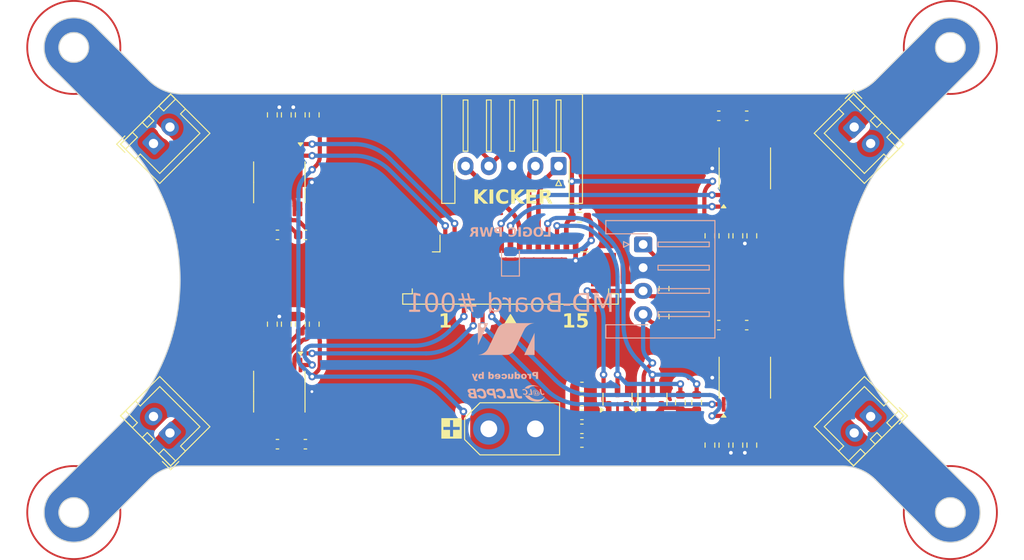
<source format=kicad_pcb>
(kicad_pcb (version 20240108) (generator "pcbnew") (generator_version "8.0")
  (layers (0 "F.Cu" signal) (31 "B.Cu" signal) (34 "B.Paste" user) (35 "F.Paste" user) (36 "B.SilkS" user "B.Silkscreen") (37 "F.SilkS" user "F.Silkscreen") (38 "B.Mask" user) (39 "F.Mask" user) (44 "Edge.Cuts" user))
  (net 0 "")
  (net 1 "Net-(U3-CPL)")
  (net 2 "Net-(U3-CPH)")
  (net 3 "VM")
  (net 4 "Net-(U3-VCP)")
  (net 5 "GND")
  (net 6 "Net-(U2-CPL)")
  (net 7 "Net-(U2-CPH)")
  (net 8 "Net-(U2-VCP)")
  (net 9 "Net-(U4-CPL)")
  (net 10 "Net-(U4-CPH)")
  (net 11 "Net-(U4-VCP)")
  (net 12 "Net-(D1-A)")
  (net 13 "EN-1")
  (net 14 "PH-1")
  (net 15 "EN-2")
  (net 16 "PH-2")
  (net 17 "OUT2-1")
  (net 18 "OUT1-1")
  (net 19 "OUT1-2")
  (net 20 "OUT2-2")
  (net 21 "OUT2-3")
  (net 22 "OUT1-3")
  (net 23 "OUT1-4")
  (net 24 "OUT2-4")
  (net 25 "PH-4")
  (net 26 "EN-4")
  (net 27 "EN-3")
  (net 28 "PH-3")
  (net 29 "VREF-1")
  (net 30 "SLEEP-1")
  (net 31 "Net-(U3-IPROPI)")
  (net 32 "IMODE-1")
  (net 33 "Net-(U2-IPROPI)")
  (net 34 "VREF-2")
  (net 35 "IMODE-2")
  (net 36 "Net-(U4-IPROPI)")
  (net 37 "VREF-3")
  (net 38 "IMODE-3")
  (net 39 "VREF-4")
  (net 40 "IMODE-4")
  (net 44 "Net-(U1-CPL)")
  (net 45 "Net-(U1-CPH)")
  (net 46 "Net-(U1-VCP)")
  (net 47 "Net-(U1-IPROPI)")
  (net 49 "Line-MD-Main=TX_5V")
  (net 50 "+5V")
  (net 51 "Line-MD-Main=RX_5V")
  (net 52 "Line-MD-Main=RX_3.3V")
  (net 53 "Line-MD-Main=TX_3.3V")
  (net 54 "ball02k")
  (net 55 "ball01k")
  (net 56 "KickerSignal-main")
  (footprint "Resistor_SMD:R_0603_1608Metric" (layer "F.Cu") (at 24.425 -4.675 -90)
    (property "Reference" "R16" (hide yes))
    (property "Value" "2.49k")
  )
  (footprint "Resistor_SMD:R_0603_1608Metric" (layer "F.Cu") (at 21.425 17.825 -90)
    (property "Reference" "R13" (hide yes))
    (property "Value" "10k")
  )
  (footprint "@2024TOINIOT2-MD:JST_XH_B2B-XH-A_1x02_P2.50mm_Vertical" (layer "F.Cu") (at -37.45459 15.631349 135)
    (property "Reference" "J4" (hide yes))
    (property "Value" "Conn_01x02_Pin")
  )
  (footprint "Resistor_SMD:R_0603_1608Metric" (layer "F.Cu") (at 16.5 1 -90)
    (property "Reference" "R23" (hide yes))
    (property "Value" "10k")
  )
  (footprint "Capacitor_SMD:C_0603_1608Metric" (layer "F.Cu") (at 7.675 16.075 180)
    (property "Reference" "C4" (hide yes))
    (property "Value" "4.7u")
  )
  (footprint "Package_SO:HTSSOP-16-1EP_4.4x5mm_P0.65mm_EP3.4x5mm_Mask2.46x2.31mm" (layer "F.Cu") (at -24.825 12.075 -90)
    (property "Reference" "U2" (hide yes))
    (property "Value" "~")
  )
  (footprint "Package_SO:HTSSOP-16-1EP_4.4x5mm_P0.65mm_EP3.4x5mm_Mask2.46x2.31mm" (layer "F.Cu") (at -24.825 -10.425 -90)
    (property "Reference" "U1" (hide yes))
    (property "Value" "~")
  )
  (footprint "Capacitor_SMD:C_0603_1608Metric" (layer "F.Cu") (at -22.025 17.725 180)
    (property "Reference" "C9" (hide yes))
    (property "Value" "22n")
  )
  (footprint "Capacitor_SMD:C_0603_1608Metric" (layer "F.Cu") (at 7.675 14.575 180)
    (property "Reference" "C5" (hide yes))
    (property "Value" "50u")
  )
  (footprint "Capacitor_SMD:C_0603_1608Metric" (layer "F.Cu") (at 7.675 11.575 180)
    (property "Reference" "C8" (hide yes))
    (property "Value" "0.1u")
  )
  (footprint "Capacitor_SMD:C_0603_1608Metric" (layer "F.Cu") (at -25.025 17.725 180)
    (property "Reference" "C10" (hide yes))
    (property "Value" "220n")
  )
  (footprint "Resistor_SMD:R_0603_1608Metric" (layer "F.Cu") (at 22.925 17.825 -90)
    (property "Reference" "R14" (hide yes))
    (property "Value" "NP")
  )
  (footprint "Resistor_SMD:R_0603_1608Metric" (layer "F.Cu") (at 21.425 -4.675 -90)
    (property "Reference" "R17" (hide yes))
    (property "Value" "10k")
  )
  (footprint "Resistor_SMD:R_0603_1608Metric" (layer "F.Cu") (at 16.5 4 -90)
    (property "Reference" "R21" (hide yes))
    (property "Value" "10k")
  )
  (footprint "Resistor_SMD:R_0603_1608Metric" (layer "F.Cu") (at -25.575 -17.675 90)
    (property "Reference" "R7" (hide yes))
    (property "Value" "20k")
  )
  (footprint "Resistor_SMD:R_0603_1608Metric" (layer "F.Cu") (at 24.425 17.825 -90)
    (property "Reference" "R12" (hide yes))
    (property "Value" "2.49k")
  )
  (footprint "Package_TO_SOT_SMD:SOT-23" (layer "F.Cu") (at 15.25 12.8875 90)
    (property "Reference" "Q3" (hide yes))
    (property "Value" "NMOS")
  )
  (footprint "@2024TOINIOT2-MD:JST_XH_B2B-XH-A_1x02_P2.50mm_Vertical" (layer "F.Cu") (at 37.80459 -15.481349 -45)
    (property "Reference" "J6" (hide yes))
    (property "Value" "Conn_01x02_Pin")
  )
  (footprint "Resistor_SMD:R_0603_1608Metric" (layer "F.Cu") (at -24.075 4.825 90)
    (property "Reference" "R8" (hide yes))
    (property "Value" "2.49k")
  )
  (footprint "Capacitor_SMD:C_0603_1608Metric" (layer "F.Cu") (at 25.375 4.925)
    (property "Reference" "C12" (hide yes))
    (property "Value" "220n")
  )
  (footprint "Package_SO:HTSSOP-16-1EP_4.4x5mm_P0.65mm_EP3.4x5mm_Mask2.46x2.31mm" (layer "F.Cu") (at 25.175 10.575 90)
    (property "Reference" "U3" (hide yes))
    (property "Value" "~")
  )
  (footprint "@2024TOINIOT2-MD:XT30U-M" (layer "F.Cu") (at 0.175 16.075)
    (property "Reference" "J7" (hide yes))
    (property "Value" "Conn_01x02_Pin")
  )
  (footprint "Capacitor_SMD:C_0603_1608Metric" (layer "F.Cu") (at 25.375 -17.575)
    (property "Reference" "C14" (hide yes))
    (property "Value" "220n")
  )
  (footprint "Resistor_SMD:R_0603_1608Metric" (layer "F.Cu") (at 22.925 -4.675 -90)
    (property "Reference" "R18" (hide yes))
    (property "Value" "NP")
  )
  (footprint "Resistor_SMD:R_0603_1608Metric" (layer "F.Cu") (at 25.925 17.825 -90)
    (property "Reference" "R15" (hide yes))
    (property "Value" "20k")
  )
  (footprint "Resistor_SMD:R_0603_1608Metric" (layer "F.Cu") (at -22.575 4.825 90)
    (property "Reference" "R10" (hide yes))
    (property "Value" "NP")
  )
  (footprint "Capacitor_SMD:C_0603_1608Metric" (layer "F.Cu") (at 7.675 17.545 180)
    (property "Reference" "C3" (hide yes))
    (property "Value" "4.7u")
  )
  (footprint "Resistor_SMD:R_0603_1608Metric" (layer "F.Cu") (at -24.075 -17.675 90)
    (property "Reference" "R4" (hide yes))
    (property "Value" "2.49k")
  )
  (footprint "Package_SO:HTSSOP-16-1EP_4.4x5mm_P0.65mm_EP3.4x5mm_Mask2.46x2.31mm" (layer "F.Cu") (at 25.175 -11.925 90)
    (property "Reference" "U4" (hide yes))
    (property "Value" "~")
  )
  (footprint "Capacitor_SMD:C_0603_1608Metric" (layer "F.Cu") (at -22.025 -4.775 180)
    (property "Reference" "C1" (hide yes))
    (property "Value" "22n")
  )
  (footprint "Capacitor_SMD:C_0603_1608Metric" (layer "F.Cu") (at 22.375 4.925)
    (property "Reference" "C11" (hide yes))
    (property "Value" "22n")
  )
  (footprint "Resistor_SMD:R_0603_1608Metric" (layer "F.Cu") (at 25.925 -4.675 -90)
    (property "Reference" "R19" (hide yes))
    (property "Value" "20k")
  )
  (footprint "Resistor_SMD:R_0603_1608Metric" (layer "F.Cu") (at -25.575 4.825 90)
    (property "Reference" "R11" (hide yes))
    (property "Value" "20k")
  )
  (footprint "Capacitor_SMD:C_0603_1608Metric" (layer "F.Cu") (at 22.375 -17.575)
    (property "Reference" "C13" (hide yes))
    (property "Value" "22n")
  )
  (footprint "Resistor_SMD:R_0603_1608Metric" (layer "F.Cu") (at 7.425 -6.675)
    (property "Reference" "R1" (hide yes))
    (property "Value" "330")
  )
  (footprint "Connector_FFC-FPC:TE_1-84953-5_1x15-1MP_P1.0mm_Horizontal" (layer "F.Cu") (at 0 -2.0375)
    (property "Reference" "J8" (hide yes))
    (property "Value" "Conn_01x15_Pin")
  )
  (footprint "Resistor_SMD:R_0603_1608Metric" (layer "F.Cu") (at -21.075 -17.675 90)
    (property "Reference" "R3" (hide yes))
    (property "Value" "10k")
  )
  (footprint "Capacitor_SMD:C_0603_1608Metric" (layer "F.Cu") (at -25.025 -4.775 180)
    (property "Reference" "C2" (hide yes))
    (property "Value" "220n")
  )
  (footprint "Connector_JST:JST_XH_S5B-XH-A-1_1x05_P2.50mm_Horizontal" (layer "F.Cu") (at 5.175 -12.175 180)
    (property "Reference" "J1" (hide yes))
    (property "Value" "Conn_01x05_Pin")
  )
  (footprint "Resistor_SMD:R_0603_1608Metric" (layer "F.Cu") (at -21.075 4.825 90)
    (property "Reference" "R9" (hide yes))
    (property "Value" "10k")
  )
  (footprint "@2024TOINIOT2-MD:JST_XH_B2B-XH-A_1x02_P2.50mm_Vertical" (layer "F.Cu") (at -37.45459 -15.481349 45)
    (property "Reference" "J3" (hide yes))
    (property "Value" "Conn_01x02_Pin")
  )
  (footprint "@2024TOINIOT2-MD:JST_XH_B2B-XH-A_1x02_P2.50mm_Vertical" (layer "F.Cu") (at 37.80459 15.631349 -135)
    (property "Reference" "J5" (hide yes))
    (property "Value" "Conn_01x02_Pin")
  )
  (footprint "Resistor_SMD:R_0603_1608Metric" (layer "F.Cu") (at 18.25 13.25 -90)
    (property "Reference" "R22" (hide yes))
    (property "Value" "10k")
  )
  (footprint "Package_TO_SOT_SMD:SOT-23" (layer "F.Cu") (at 11.5 12.8875 90)
    (property "Reference" "Q4" (hide yes))
    (property "Value" "NMOS")
  )
  (footprint "Resistor_SMD:R_0603_1608Metric" (layer "F.Cu") (at -22.575 -17.675 90)
    (property "Reference" "R6" (hide yes))
    (property "Value" "NP")
  )
  (footprint "Capacitor_SMD:C_0603_1608Metric" (layer "F.Cu") (at 7.675 13.075 180)
    (property "Reference" "C7" (hide yes))
    (property "Value" "0.1u")
  )
  (footprint "Resistor_SMD:R_0603_1608Metric" (layer "F.Cu") (at 20 13.25 -90)
    (property "Reference" "R20" (hide yes))
    (property "Value" "10k")
  )
  (footprint "Connector_JST:JST_XH_S4B-XH-A-1_1x04_P2.50mm_Horizontal" (layer "B.Cu") (at 14.25 -3.75 -90)
    (property "Reference" "J2" (hide yes))
    (property "Value" "Conn_01x04_Pin")
  )
  (footprint "LED_SMD:LED_0805_2012Metric" (layer "B.Cu") (at 0 -2.0375 90)
    (property "Reference" "D1" (hide yes))
    (property "Value" "LED")
  )
  (gr_circle (center 47.248241 25.075) (end 47.248241 30.075) (stroke (width 0.2)) (fill none) (layer "F.Cu"))
  (gr_circle (center -46.898241 25.075) (end -46.898241 20.075) (stroke (width 0.2)) (fill none) (layer "F.Cu"))
  (gr_circle (center 47.248241 -24.925) (end 47.248241 -29.925) (stroke (width 0.2)) (fill none) (layer "F.Cu"))
  (gr_circle (center -46.898241 -24.925) (end -46.898241 -19.925) (stroke (width 0.2)) (fill none) (layer "F.Cu"))
  (gr_poly (pts (xy 0.049439 11.752605) (xy 0.026578 11.753094) (xy 0.004468 11.754062) (xy -0.016241 11.755505) (xy -0.034897 11.757417) (xy -0.05085 11.759794) (xy -0.063447 11.762632) (xy -0.068285 11.764222) (xy -0.072039 11.765926) (xy -0.074629 11.767742) (xy -0.075974 11.76967) (xy -0.075385 11.780173) (xy -0.071459 11.804281) (xy -0.054939 11.887013) (xy -0.029093 12.005265) (xy 0.003401 12.146437) (xy 0.036855 12.289147) (xy 0.051343 12.353196) (xy 0.063859 12.410227) (xy 0.074043 12.458625) (xy 0.081536 12.496778) (xy 0.085978 12.523075) (xy 0.086943 12.531274) (xy 0.08701 12.535904) (xy 0.083835 12.56342) (xy -0.155349 12.566595) (xy -0.219564 12.567453) (xy -0.272394 12.568497) (xy -0.294857 12.569116) (xy -0.314855 12.569814) (xy -0.332516 12.570602) (xy -0.347965 12.57149) (xy -0.361331 12.57249) (xy -0.372741 12.573613) (xy -0.382321 12.574869) (xy -0.390199 12.576269) (xy -0.39354 12.577027) (xy -0.396502 12.577824) (xy -0.399103 12.578663) (xy -0.401357 12.579545) (xy -0.403282 12.580472) (xy -0.404892 12.581443) (xy -0.406203 12.582462) (xy -0.407232 12.583529) (xy -0.408869 12.585731) (xy -0.410204 12.588394) (xy -0.411236 12.591561) (xy -0.411961 12.595269) (xy -0.412376 12.599561) (xy -0.412478 12.604476) (xy -0.412264 12.610055) (xy -0.41173 12.616337) (xy -0.410874 12.623363) (xy -0.409692 12.631174) (xy -0.406339 12.649311) (xy -0.401647 12.671069) (xy -0.395591 12.69677) (xy -0.371249 12.796254) (xy 0.023509 12.799429) (xy 0.13407 12.800014) (xy 0.22279 12.80014) (xy 0.25967 12.800011) (xy 0.29194 12.799745) (xy 0.319885 12.799333) (xy 0.343788 12.798767) (xy 0.363933 12.79804) (xy 0.380604 12.797145) (xy 0.394085 12.796072) (xy 0.404659 12.794815) (xy 0.408944 12.794115) (xy 0.412609 12.793366) (xy 0.41569 12.792567) (xy 0.41822 12.791716) (xy 0.420238 12.790814) (xy 0.421776 12.789859) (xy 0.422872 12.788851) (xy 0.42356 12.787787) (xy 0.423813 12.784859) (xy 0.423403 12.779343) (xy 0.420715 12.761114) (xy 0.415746 12.734227) (xy 0.408743 12.699813) (xy 0.389627 12.612914) (xy 0.365351 12.509445) (xy 0.246818 12.013087) (xy 0.235751 11.966028) (xy 0.224957 11.921574) (xy 0.214708 11.880742) (xy 0.205278 11.844547) (xy 0.19694 11.814009) (xy 0.189965 11.790142) (xy 0.184628 11.773966) (xy 0.182659 11.769079) (xy 0.181201 11.766495) (xy 0.179088 11.764675) (xy 0.175778 11.762985) (xy 0.165897 11.75999) (xy 0.152207 11.757508) (xy 0.135362 11.755532) (xy 0.116011 11.754058) (xy 0.094806 11.753082) (xy 0.072398 11.752599)) (stroke (width -0.000001)) (fill solid) (layer "B.SilkS"))
  (gr_poly (pts (xy 1.429877 10.15041) (xy 1.410332 10.151356) (xy 1.391096 10.153185) (xy 1.372215 10.155882) (xy 1.353737 10.159433) (xy 1.33571 10.163823) (xy 1.318181 10.169038) (xy 1.301198 10.175063) (xy 1.284808 10.181884) (xy 1.269059 10.189486) (xy 1.253998 10.197856) (xy 1.239673 10.206977) (xy 1.226131 10.216837) (xy 1.21342 10.22742) (xy 1.201588 10.238712) (xy 1.191217 10.250127) (xy 1.181663 10.262118) (xy 1.172922 10.274642) (xy 1.164988 10.287654) (xy 1.157855 10.30111) (xy 1.15152 10.314967) (xy 1.145976 10.329181) (xy 1.141219 10.343707) (xy 1.137243 10.358502) (xy 1.134044 10.373522) (xy 1.131615 10.388722) (xy 1.129952 10.40406) (xy 1.12905 10.41949) (xy 1.128904 10.43497) (xy 1.129507 10.450454) (xy 1.130856 10.4659) (xy 1.132945 10.481264) (xy 1.135769 10.4965) (xy 1.139322 10.511567) (xy 1.1436 10.526418) (xy 1.148598 10.541012) (xy 1.154309 10.555303) (xy 1.16073 10.569248) (xy 1.167854 10.582802) (xy 1.175677 10.595923) (xy 1.184193 10.608565) (xy 1.193398 10.620686) (xy 1.203286 10.632241) (xy 1.213852 10.643186) (xy 1.225091 10.653477) (xy 1.236997 10.663071) (xy 1.249566 10.671923) (xy 1.264455 10.680651) (xy 1.280708 10.688568) (xy 1.298166 10.695656) (xy 1.316671 10.701898) (xy 1.336065 10.707275) (xy 1.356189 10.711771) (xy 1.376886 10.715368) (xy 1.397997 10.718048) (xy 1.419365 10.719794) (xy 1.440831 10.720588) (xy 1.462237 10.720413) (xy 1.483424 10.71925) (xy 1.504236 10.717083) (xy 1.524513 10.713894) (xy 1.544098 10.709664) (xy 1.562832 10.704378) (xy 1.57543 10.700021) (xy 1.587683 10.695161) (xy 1.599584 10.689814) (xy 1.611124 10.683991) (xy 1.622294 10.677709) (xy 1.633086 10.670982) (xy 1.643489 10.663823) (xy 1.653496 10.656246) (xy 1.663098 10.648266) (xy 1.672287 10.639898) (xy 1.681052 10.631155) (xy 1.689386 10.622051) (xy 1.69728 10.612602) (xy 1.704724 10.60282) (xy 1.711711 10.59272) (xy 1.718231 10.582317) (xy 1.724276 10.571625) (xy 1.729836 10.560657) (xy 1.734904 10.549428) (xy 1.739469 10.537953) (xy 1.743525 10.526245) (xy 1.74706 10.514318) (xy 1.750068 10.502188) (xy 1.752539 10.489867) (xy 1.754464 10.477371) (xy 1.755834 10.464714) (xy 1.756642 10.451909) (xy 1.75686 10.439883) (xy 1.5444 10.439883) (xy 1.544131 10.451984) (xy 1.54339 10.463915) (xy 1.542175 10.475529) (xy 1.540486 10.486681) (xy 1.538322 10.497226) (xy 1.535681 10.507017) (xy 1.532563 10.515909) (xy 1.528966 10.523756) (xy 1.525222 10.530296) (xy 1.521149 10.536422) (xy 1.516769 10.542135) (xy 1.512104 10.547432) (xy 1.507177 10.552315) (xy 1.502009 10.556782) (xy 1.496624 10.560833) (xy 1.491042 10.564469) (xy 1.485287 10.567688) (xy 1.479381 10.57049) (xy 1.473345 10.572874) (xy 1.467202 10.574841) (xy 1.460975 10.57639) (xy 1.454685 10.577521) (xy 1.448355 10.578232) (xy 1.442006 10.578525) (xy 1.435662 10.578398) (xy 1.429344 10.57785) (xy 1.423075 10.576883) (xy 1.416876 10.575494) (xy 1.410771 10.573685) (xy 1.404781 10.571454) (xy 1.398928 10.568801) (xy 1.393235 10.565726) (xy 1.387724 10.562228) (xy 1.382416 10.558306) (xy 1.377336 10.553962) (xy 1.372504 10.549193) (xy 1.367942 10.544) (xy 1.363674 10.538383) (xy 1.359721 10.532341) (xy 1.356105 10.525873) (xy 1.354078 10.521666) (xy 1.352226 10.517483) (xy 1.350541 10.513284) (xy 1.349016 10.509028) (xy 1.347645 10.504672) (xy 1.346419 10.500175) (xy 1.345331 10.495497) (xy 1.344375 10.490595) (xy 1.343543 10.485429) (xy 1.342827 10.479956) (xy 1.342222 10.474137) (xy 1.341718 10.467929) (xy 1.340989 10.454182) (xy 1.340583 10.438384) (xy 1.34075 10.426066) (xy 1.341262 10.41449) (xy 1.342131 10.403618) (xy 1.343372 10.393416) (xy 1.344135 10.388554) (xy 1.344997 10.383845) (xy 1.345957 10.379286) (xy 1.347019 10.374871) (xy 1.348184 10.370597) (xy 1.349453 10.366458) (xy 1.350829 10.362449) (xy 1.352312 10.358568) (xy 1.353905 10.354808) (xy 1.35561 10.351166) (xy 1.357427 10.347636) (xy 1.359358 10.344216) (xy 1.361406 10.340898) (xy 1.363572 10.337681) (xy 1.365858 10.334558) (xy 1.368265 10.331525) (xy 1.370794 10.328578) (xy 1.373449 10.325713) (xy 1.37623 10.322924) (xy 1.379139 10.320207) (xy 1.382177 10.317558) (xy 1.385347 10.314973) (xy 1.38865 10.312446) (xy 1.392088 10.309973) (xy 1.396562 10.307147) (xy 1.401114 10.30462) (xy 1.405734 10.302389) (xy 1.410415 10.300452) (xy 1.415147 10.298806) (xy 1.419921 10.297448) (xy 1.424728 10.296376) (xy 1.42956 10.295586) (xy 1.434407 10.295076) (xy 1.439261 10.294844) (xy 1.444113 10.294887) (xy 1.448953 10.295201) (xy 1.453773 10.295785) (xy 1.458564 10.296636) (xy 1.463317 10.29775) (xy 1.468024 10.299125) (xy 1.472674 10.300758) (xy 1.47726 10.302648) (xy 1.481772 10.30479) (xy 1.486201 10.307182) (xy 1.490539 10.309822) (xy 1.494777 10.312707) (xy 1.498905 10.315834) (xy 1.502916 10.3192) (xy 1.506799 10.322803) (xy 1.510546 10.32664) (xy 1.514148 10.330708) (xy 1.517596 10.335005) (xy 1.520881 10.339527) (xy 1.523995 10.344273) (xy 1.526928 10.349239) (xy 1.529672 10.354423) (xy 1.533144 10.362642) (xy 1.536152 10.371856) (xy 1.538696 10.38192) (xy 1.540773 10.392688) (xy 1.542383 10.404014) (xy 1.543525 10.415752) (xy 1.544198 10.427757) (xy 1.5444 10.439883) (xy 1.75686 10.439883) (xy 1.756877 10.438971) (xy 1.756531 10.425914) (xy 1.755596 10.412753) (xy 1.754062 10.399501) (xy 1.751921 10.386173) (xy 1.74937 10.373548) (xy 1.746349 10.36121) (xy 1.742866 10.349164) (xy 1.738927 10.337415) (xy 1.734538 10.325969) (xy 1.729706 10.314831) (xy 1.724437 10.304007) (xy 1.718738 10.293502) (xy 1.712616 10.283322) (xy 1.706076 10.273472) (xy 1.699125 10.263957) (xy 1.69177 10.254782) (xy 1.684017 10.245954) (xy 1.675873 10.237478) (xy 1.667343 10.229359) (xy 1.658435 10.221602) (xy 1.649155 10.214213) (xy 1.63951 10.207198) (xy 1.619148 10.194308) (xy 1.5974 10.182978) (xy 1.57432 10.173249) (xy 1.549958 10.165166) (xy 1.524366 10.158772) (xy 1.497596 10.154109) (xy 1.469699 10.151223) (xy 1.449682 10.15036)) (stroke (width -0.000001)) (fill solid) (layer "B.SilkS"))
  (gr_poly (pts (xy 2.663654 11.892212) (xy 2.646173 11.892748) (xy 2.629325 11.893776) (xy 2.613295 11.895307) (xy 2.598269 11.89735) (xy 2.584434 11.899918) (xy 2.571976 11.90302) (xy 2.561981 11.905961) (xy 2.55224 11.909223) (xy 2.54276 11.912795) (xy 2.533548 11.916671) (xy 2.524609 11.920842) (xy 2.51595 11.925298) (xy 2.507577 11.930032) (xy 2.499497 11.935035) (xy 2.491716 11.940298) (xy 2.484241 11.945814) (xy 2.477078 11.951572) (xy 2.470234 11.957566) (xy 2.463714 11.963786) (xy 2.457525 11.970223) (xy 2.451674 11.97687) (xy 2.446167 11.983718) (xy 2.44101 11.990758) (xy 2.43621 11.997982) (xy 2.431773 12.005381) (xy 2.427706 12.012946) (xy 2.424015 12.02067) (xy 2.420706 12.028543) (xy 2.417785 12.036558) (xy 2.41526 12.044705) (xy 2.413137 12.052976) (xy 2.411421 12.061362) (xy 2.41012 12.069856) (xy 2.409239 12.078447) (xy 2.408785 12.087129) (xy 2.408765 12.095892) (xy 2.409185 12.104728) (xy 2.410051 12.113629) (xy 2.411826 12.126249) (xy 2.414164 12.138703) (xy 2.417054 12.150977) (xy 2.420482 12.16306) (xy 2.424435 12.17494) (xy 2.428901 12.186606) (xy 2.433867 12.198044) (xy 2.439321 12.209242) (xy 2.445249 12.22019) (xy 2.451638 12.230875) (xy 2.458476 12.241284) (xy 2.46575 12.251406) (xy 2.473448 12.261229) (xy 2.481555 12.270741) (xy 2.498951 12.288783) (xy 2.517835 12.305436) (xy 2.538105 12.320603) (xy 2.559659 12.334189) (xy 2.582394 12.346098) (xy 2.594173 12.351394) (xy 2.606208 12.356233) (xy 2.618488 12.360606) (xy 2.630999 12.364499) (xy 2.643729 12.367901) (xy 2.656664 12.370799) (xy 2.669793 12.373182) (xy 2.683101 12.375037) (xy 2.691245 12.375941) (xy 2.698646 12.376662) (xy 2.705351 12.37719) (xy 2.711412 12.377517) (xy 2.714216 12.377603) (xy 2.716877 12.377634) (xy 2.719402 12.37761) (xy 2.721797 12.37753) (xy 2.724067 12.377392) (xy 2.72622 12.377197) (xy 2.728261 12.376941) (xy 2.730197 12.376625) (xy 2.732034 12.376246) (xy 2.733777 12.375804) (xy 2.735434 12.375298) (xy 2.73701 12.374727) (xy 2.738512 12.374089) (xy 2.739945 12.373383) (xy 2.741317 12.372608) (xy 2.742633 12.371763) (xy 2.743899 12.370846) (xy 2.745121 12.369858) (xy 2.746307 12.368795) (xy 2.747461 12.367658) (xy 2.748591 12.366444) (xy 2.749702 12.365154) (xy 2.750801 12.363785) (xy 2.751893 12.362337) (xy 2.754174 12.359349) (xy 2.756302 12.356735) (xy 2.758346 12.3545) (xy 2.760376 12.352647) (xy 2.761408 12.351864) (xy 2.762462 12.351177) (xy 2.763548 12.350588) (xy 2.764674 12.350096) (xy 2.765848 12.349701) (xy 2.76708 12.349405) (xy 2.768379 12.349207) (xy 2.769752 12.349108) (xy 2.77121 12.349108) (xy 2.772759 12.349208) (xy 2.776171 12.349707) (xy 2.780056 12.35061) (xy 2.784486 12.351919) (xy 2.78953 12.353637) (xy 2.795258 12.355768) (xy 2.809043 12.361279) (xy 2.821102 12.36588) (xy 2.83269 12.36976) (xy 2.843832 12.372918) (xy 2.854551 12.375351) (xy 2.864874 12.377059) (xy 2.869895 12.377641) (xy 2.874825 12.37804) (xy 2.879669 12.378258) (xy 2.884429 12.378293) (xy 2.889108 12.378145) (xy 2.89371 12.377815) (xy 2.898237 12.377302) (xy 2.902693 12.376606) (xy 2.907081 12.375726) (xy 2.911404 12.374663) (xy 2.915664 12.373416) (xy 2.919866 12.371985) (xy 2.924012 12.37037) (xy 2.928106 12.368571) (xy 2.932149 12.366588) (xy 2.936146 12.364419) (xy 2.9401 12.362066) (xy 2.944014 12.359528) (xy 2.94789 12.356804) (xy 2.951732 12.353895) (xy 2.959326 12.34752) (xy 2.964776 12.34256) (xy 2.969635 12.337948) (xy 2.973932 12.333612) (xy 2.977698 12.329479) (xy 2.980962 12.325476) (xy 2.983753 12.321531) (xy 2.9861 12.31757) (xy 2.987117 12.315562) (xy 2.988034 12.313521) (xy 2.988854 12.311441) (xy 2.989583 12.309311) (xy 2.990777 12.304867) (xy 2.991645 12.300115) (xy 2.992217 12.294984) (xy 2.992523 12.2894) (xy 2.992591 12.283291) (xy 2.992452 12.276583) (xy 2.992135 12.269204) (xy 2.991643 12.261795) (xy 2.904293 12.261795) (xy 2.904104 12.270357) (xy 2.903524 12.278197) (xy 2.903082 12.281855) (xy 2.902535 12.28534) (xy 2.901881 12.288658) (xy 2.901118 12.291809) (xy 2.900243 12.294798) (xy 2.899255 12.297626) (xy 2.89815 12.300298) (xy 2.896926 12.302816) (xy 2.895582 12.305183) (xy 2.894114 12.307401) (xy 2.89252 12.309474) (xy 2.890799 12.311405) (xy 2.888948 12.313196) (xy 2.886964 12.31485) (xy 2.884845 12.316371) (xy 2.882589 12.317761) (xy 2.880193 12.319023) (xy 2.877656 12.32016) (xy 2.874974 12.321175) (xy 2.872146 12.322071) (xy 2.869169 12.32285) (xy 2.866041 12.323516) (xy 2.862759 12.324072) (xy 2.859322 12.32452) (xy 2.851971 12.325105) (xy 2.843968 12.325295) (xy 2.837761 12.324995) (xy 2.831455 12.324111) (xy 2.82507 12.322666) (xy 2.818626 12.320684) (xy 2.812141 12.318187) (xy 2.805635 12.315201) (xy 2.799128 12.311747) (xy 2.792639 12.307849) (xy 2.779791 12.298818) (xy 2.767247 12.288293) (xy 2.755162 12.276463) (xy 2.743691 12.263515) (xy 2.732989 12.249637) (xy 2.72321 12.235017) (xy 2.714511 12.219841) (xy 2.707046 12.204298) (xy 2.70097 12.188575) (xy 2.698501 12.180705) (xy 2.696438 12.17286) (xy 2.694799 12.165064) (xy 2.693605 12.15734) (xy 2.692874 12.149712) (xy 2.692626 12.142204) (xy 2.692699 12.138425) (xy 2.692912 12.134646) (xy 2.693254 12.130893) (xy 2.693718 12.127189) (xy 2.694293 12.123559) (xy 2.69497 12.120028) (xy 2.695741 12.116622) (xy 2.696595 12.113364) (xy 2.697524 12.11028) (xy 2.698517 12.107394) (xy 2.699567 12.104732) (xy 2.700663 12.102318) (xy 2.701796 12.100176) (xy 2.702957 12.098332) (xy 2.703546 12.09753) (xy 2.704137 12.096811) (xy 2.704731 12.096179) (xy 2.705326 12.095637) (xy 2.712412 12.090746) (xy 2.719758 12.086771) (xy 2.727332 12.083686) (xy 2.735102 12.081463) (xy 2.743038 12.080077) (xy 2.751107 12.079501) (xy 2.759278 12.079708) (xy 2.76752 12.080671) (xy 2.7758 12.082365) (xy 2.784088 12.084763) (xy 2.792351 12.087838) (xy 2.800558 12.091563) (xy 2.808677 12.095912) (xy 2.816677 12.100859) (xy 2.824527 12.106376) (xy 2.832194 12.112438) (xy 2.839647 12.119018) (xy 2.846855 12.126089) (xy 2.853785 12.133624) (xy 2.860407 12.141598) (xy 2.866689 12.149983) (xy 2.872599 12.158754) (xy 2.878105 12.167883) (xy 2.883176 12.177344) (xy 2.88778 12.18711) (xy 2.891887 12.197155) (xy 2.895463 12.207453) (xy 2.898478 12.217976) (xy 2.9009 12.228698) (xy 2.902698 12.239593) (xy 2.903839 12.250635) (xy 2.904293 12.261795) (xy 2.991643 12.261795) (xy 2.991391 12.257993) (xy 2.98997 12.246798) (xy 2.987894 12.235641) (xy 2.985187 12.224545) (xy 2.981872 12.213532) (xy 2.97797 12.202624) (xy 2.973507 12.191844) (xy 2.968504 12.181213) (xy 2.962985 12.170755) (xy 2.956973 12.160491) (xy 2.95049 12.150443) (xy 2.943561 12.140635) (xy 2.936207 12.131088) (xy 2.928453 12.121824) (xy 2.920321 12.112866) (xy 2.911834 12.104236) (xy 2.903015 12.095956) (xy 2.893887 12.08805) (xy 2.884474 12.080538) (xy 2.874798 12.073443) (xy 2.864883 12.066788) (xy 2.854751 12.060594) (xy 2.844426 12.054885) (xy 2.83393 12.049682) (xy 2.823288 12.045008) (xy 2.812521 12.040885) (xy 2.801652 12.037334) (xy 2.790706 12.03438) (xy 2.779705 12.032043) (xy 2.768672 12.030346) (xy 2.757629 12.029312) (xy 2.746601 12.028962) (xy 2.742016 12.02906) (xy 2.737403 12.029346) (xy 2.732784 12.029813) (xy 2.72818 12.03045) (xy 2.723613 12.031249) (xy 2.719105 12.032199) (xy 2.714678 12.033292) (xy 2.710353 12.034518) (xy 2.706153 12.035869) (xy 2.702098 12.037334) (xy 2.69821 12.038904) (xy 2.694511 12.040571) (xy 2.691024 12.042324) (xy 2.687769 12.044155) (xy 2.684768 12.046054) (xy 2.682043 12.048012) (xy 2.677742 12.051361) (xy 2.673926 12.054263) (xy 2.670534 12.056718) (xy 2.668979 12.057779) (xy 2.667507 12.058728) (xy 2.666112 12.059565) (xy 2.664784 12.06029) (xy 2.663518 12.060904) (xy 2.662305 12.061406) (xy 2.661137 12.061797) (xy 2.660008 12.062076) (xy 2.658909 12.062244) (xy 2.657834 12.062299) (xy 2.656773 12.062244) (xy 2.655721 12.062076) (xy 2.65467 12.061797) (xy 2.653611 12.061406) (xy 2.652537 12.060904) (xy 2.651441 12.06029) (xy 2.650315 12.059565) (xy 2.649152 12.058728) (xy 2.647944 12.057779) (xy 2.646683 12.056718) (xy 2.643974 12.054263) (xy 2.640964 12.051361) (xy 2.637593 12.048012) (xy 2.635463 12.046054) (xy 2.633058 12.044155) (xy 2.630398 12.042324) (xy 2.627506 12.040571) (xy 2.624403 12.038904) (xy 2.62111 12.037334) (xy 2.61765 12.035869) (xy 2.614045 12.034518) (xy 2.610316 12.033292) (xy 2.606484 12.032199) (xy 2.602571 12.031249) (xy 2.5986 12.03045) (xy 2.594591 12.029813) (xy 2.590567 12.029346) (xy 2.58655 12.02906) (xy 2.58256 12.028962) (xy 2.545518 12.028962) (xy 2.603726 12.160195) (xy 2.615298 12.18704) (xy 2.626051 12.212434) (xy 2.635762 12.235819) (xy 2.644208 12.256636) (xy 2.651165 12.274328) (xy 2.656411 12.288336) (xy 2.659723 12.298103) (xy 2.660583 12.301222) (xy 2.660876 12.30307) (xy 2.660766 12.304509) (xy 2.66044 12.305848) (xy 2.659907 12.307089) (xy 2.659173 12.30823) (xy 2.658247 12.309271) (xy 2.657137 12.310214) (xy 2.65585 12.311057) (xy 2.654394 12.311802) (xy 2.652777 12.312446) (xy 2.651006 12.312992) (xy 2.647035 12.313786) (xy 2.642544 12.314183) (xy 2.637593 12.314183) (xy 2.632246 12.313786) (xy 2.626563 12.312992) (xy 2.620608 12.311802) (xy 2.614442 12.310214) (xy 2.608127 12.30823) (xy 2.601725 12.305848) (xy 2.595299 12.30307) (xy 2.58891 12.299895) (xy 2.579823 12.294775) (xy 2.571026 12.289154) (xy 2.562528 12.28306) (xy 2.554338 12.276521) (xy 2.546467 12.269563) (xy 2.538924 12.262214) (xy 2.53172 12.2545) (xy 2.524864 12.246449) (xy 2.518366 12.238089) (xy 2.512236 12.229445) (xy 2.50112 12.211417) (xy 2.491594 12.192583) (xy 2.483738 12.17316) (xy 2.47763 12.153365) (xy 2.475257 12.143395) (xy 2.473351 12.133415) (xy 2.471921 12.123449) (xy 2.470978 12.113526) (xy 2.470532 12.103673) (xy 2.470591 12.093917) (xy 2.471167 12.084285) (xy 2.472269 12.074804) (xy 2.473908 12.065501) (xy 2.476092 12.056404) (xy 2.478832 12.04754) (xy 2.482137 12.038935) (xy 2.486018 12.030616) (xy 2.490485 12.022612) (xy 2.492885 12.019156) (xy 2.495698 12.015555) (xy 2.498889 12.011836) (xy 2.502424 12.008027) (xy 2.506269 12.004156) (xy 2.51039 12.000251) (xy 2.514753 11.996339) (xy 2.519324 11.992449) (xy 2.524069 11.988609) (xy 2.528953 11.984847) (xy 2.533942 11.98119) (xy 2.539003 11.977666) (xy 2.544101 11.974303) (xy 2.549202 11.97113) (xy 2.554271 11.968173) (xy 2.559276 11.965462) (xy 2.574291 11.95874) (xy 2.581359 11.955965) (xy 2.588314 11.953556) (xy 2.595295 11.951494) (xy 2.602436 11.949761) (xy 2.609876 11.948337) (xy 2.617749 11.947206) (xy 2.626193 11.946347) (xy 2.635344 11.945742) (xy 2.645338 11.945373) (xy 2.656312 11.945221) (xy 2.681745 11.945494) (xy 2.712735 11.946412) (xy 2.744681 11.947663) (xy 2.758399 11.9484) (xy 2.77086 11.949273) (xy 2.782249 11.950325) (xy 2.792748 11.951602) (xy 2.802544 11.953149) (xy 2.811821 11.955011) (xy 2.820763 11.957232) (xy 2.829554 11.959858) (xy 2.83838 11.962934) (xy 2.847424 11.966504) (xy 2.856871 11.970613) (xy 2.866906 11.975307) (xy 2.877713 11.980631) (xy 2.889476 11.986629) (xy 2.910555 11.998315) (xy 2.930509 12.011115) (xy 2.949308 12.024975) (xy 2.966917 12.039843) (xy 2.983304 12.055666) (xy 2.998437 12.072391) (xy 3.012284 12.089966) (xy 3.024811 12.108337) (xy 3.035986 12.127453) (xy 3.045777 12.14726) (xy 3.054151 12.167705) (xy 3.061075 12.188737) (xy 3.066517 12.210302) (xy 3.070445 12.232348) (xy 3.072826 12.254822) (xy 3.073626 12.27767) (xy 3.073459 12.286311) (xy 3.072958 12.294772) (xy 3.072125 12.30305) (xy 3.07096 12.311144) (xy 3.069465 12.319054) (xy 3.067641 12.326779) (xy 3.065489 12.334317) (xy 3.06301 12.341666) (xy 3.060206 12.348827) (xy 3.057077 12.355797) (xy 3.053625 12.362576) (xy 3.049851 12.369162) (xy 3.045756 12.375555) (xy 3.041341 12.381752) (xy 3.036608 12.387754) (xy 3.031558 12.393558) (xy 3.026191 12.399163) (xy 3.020509 12.40457) (xy 3.014513 12.409775) (xy 3.008204 12.414778) (xy 3.001584 12.419579) (xy 2.994653 12.424175) (xy 2.987413 12.428565) (xy 2.979865 12.432749) (xy 2.963849 12.440493) (xy 2.946614 12.447396) (xy 2.92817 12.45345) (xy 2.908526 12.458645) (xy 2.885396 12.463471) (xy 2.862092 12.46724) (xy 2.838689 12.469961) (xy 2.815261 12.471643) (xy 2.791882 12.472296) (xy 2.768628 12.471928) (xy 2.745572 12.47055) (xy 2.722789 12.46817) (xy 2.700353 12.464798) (xy 2.678339 12.460444) (xy 2.656821 12.455115) (xy 2.635873 12.448823) (xy 2.615571 12.441575) (xy 2.595987 12.433382) (xy 2.577198 12.424252) (xy 2.559276 12.414195) (xy 2.553058 12.410478) (xy 2.546735 12.406876) (xy 2.540354 12.403408) (xy 2.533959 12.40009) (xy 2.527595 12.396939) (xy 2.521307 12.393973) (xy 2.515139 12.391209) (xy 2.509138 12.388663) (xy 2.503347 12.386353) (xy 2.497812 12.384295) (xy 2.492578 12.382508) (xy 2.48769 12.381007) (xy 2.483192 12.37981) (xy 2.47913 12.378933) (xy 2.475549 12.378395) (xy 2.472493 12.378212) (xy 2.444976 12.378212) (xy 2.479901 12.414195) (xy 2.48964 12.423629) (xy 2.500175 12.432678) (xy 2.523473 12.449596) (xy 2.549472 12.464895) (xy 2.577847 12.478522) (xy 2.608275 12.490426) (xy 2.640431 12.500553) (xy 2.673992 12.508851) (xy 2.708634 12.515266) (xy 2.744032 12.519747) (xy 2.779862 12.52224) (xy 2.815801 12.522694) (xy 2.851525 12.521054) (xy 2.886709 12.517269) (xy 2.92103 12.511285) (xy 2.954163 12.50305) (xy 2.985785 12.492512) (xy 2.995281 12.488777) (xy 3.004517 12.484723) (xy 3.02219 12.475688) (xy 3.038758 12.465479) (xy 3.054179 12.454164) (xy 3.06841 12.441814) (xy 3.081407 12.428497) (xy 3.093126 12.414285) (xy 3.103524 12.399246) (xy 3.112558 12.383451) (xy 3.120185 12.366969) (xy 3.123456 12.358493) (xy 3.12636 12.34987) (xy 3.12889 12.341111) (xy 3.131041 12.332224) (xy 3.132807 12.323218) (xy 3.134184 12.3141) (xy 3.135165 12.304881) (xy 3.135746 12.295569) (xy 3.13592 12.286172) (xy 3.135683 12.2767) (xy 3.135028 12.26716) (xy 3.133951 12.257562) (xy 3.128576 12.227061) (xy 3.121208 12.197504) (xy 3.11189 12.168942) (xy 3.100663 12.141426) (xy 3.08757 12.115009) (xy 3.072653 12.08974) (xy 3.055952 12.065671) (xy 3.037511 12.042853) (xy 3.01737 12.021337) (xy 2.995572 12.001175) (xy 2.972159 11.982417) (xy 2.947172 11.965115) (xy 2.920653 11.94932) (xy 2.892645 11.935082) (xy 2.863189 11.922455) (xy 2.832326 11.911487) (xy 2.818752 11.907706) (xy 2.80395 11.904308) (xy 2.788106 11.901304) (xy 2.771406 11.898704) (xy 2.754037 11.89652) (xy 2.736183 11.894762) (xy 2.718033 11.893442) (xy 2.69977 11.892569) (xy 2.681582 11.892156)) (stroke (width -0.000001)) (fill solid) (layer "B.SilkS"))
  (gr_poly (pts (xy 2.730527 9.957195) (xy 2.489227 9.959312) (xy 2.450422 9.977656) (xy 2.441707 9.981897) (xy 2.433294 9.986413) (xy 2.425184 9.991201) (xy 2.417382 9.996254) (xy 2.409889 10.001568) (xy 2.40271 10.007136) (xy 2.395847 10.012955) (xy 2.389303 10.019019) (xy 2.383081 10.025323) (xy 2.377186 10.031861) (xy 2.371619 10.038629) (xy 2.366383 10.045621) (xy 2.361483 10.052832) (xy 2.35692 10.060257) (xy 2.352699 10.067891) (xy 2.348822 10.075728) (xy 2.344741 10.085318) (xy 2.343 10.090073) (xy 2.341446 10.0949) (xy 2.34007 10.099871) (xy 2.338862 10.10506) (xy 2.337814 10.11054) (xy 2.336915 10.116386) (xy 2.336157 10.12267) (xy 2.33553 10.129465) (xy 2.334633 10.144884) (xy 2.33415 10.16323) (xy 2.334005 10.185089) (xy 2.334123 10.207737) (xy 2.334293 10.217535) (xy 2.334556 10.226442) (xy 2.334926 10.23455) (xy 2.335419 10.241954) (xy 2.336048 10.248749) (xy 2.336827 10.255028) (xy 2.337772 10.260885) (xy 2.338897 10.266414) (xy 2.340216 10.27171) (xy 2.341744 10.276867) (xy 2.343495 10.281978) (xy 2.345484 10.287137) (xy 2.347725 10.292439) (xy 2.350233 10.297978) (xy 2.358869 10.315025) (xy 2.368423 10.330731) (xy 2.378969 10.345132) (xy 2.390582 10.358259) (xy 2.403335 10.370146) (xy 2.417305 10.380826) (xy 2.432564 10.390332) (xy 2.449187 10.398696) (xy 2.467249 10.405953) (xy 2.486824 10.412135) (xy 2.507986 10.417275) (xy 2.530811 10.421406) (xy 2.555372 10.424562) (xy 2.581743 10.426775) (xy 2.61 10.428079) (xy 2.640216 10.428506) (xy 2.732644 10.428506) (xy 2.732644 10.710728) (xy 2.972533 10.710728) (xy 2.972533 10.109595) (xy 2.732644 10.109595) (xy 2.732644 10.273284) (xy 2.679727 10.273284) (xy 2.66826 10.273091) (xy 2.656785 10.272534) (xy 2.645559 10.271647) (xy 2.634836 10.270462) (xy 2.624874 10.269012) (xy 2.620259 10.268198) (xy 2.615929 10.267331) (xy 2.611918 10.266414) (xy 2.608258 10.265451) (xy 2.60498 10.264447) (xy 2.602116 10.263406) (xy 2.597662 10.261341) (xy 2.593429 10.258995) (xy 2.58942 10.25638) (xy 2.585636 10.253514) (xy 2.58208 10.250412) (xy 2.578755 10.247088) (xy 2.575661 10.243557) (xy 2.572802 10.239836) (xy 2.57018 10.235939) (xy 2.567797 10.231882) (xy 2.565654 10.227679) (xy 2.563755 10.223346) (xy 2.562102 10.218899) (xy 2.560696 10.214352) (xy 2.55954 10.209721) (xy 2.558636 10.205021) (xy 2.557986 10.200268) (xy 2.557593 10.195475) (xy 2.557458 10.19066) (xy 2.557585 10.185836) (xy 2.557974 10.18102) (xy 2.558628 10.176226) (xy 2.55955 10.17147) (xy 2.560742 10.166767) (xy 2.562205 10.162132) (xy 2.563942 10.157581) (xy 2.565956 10.153128) (xy 2.568248 10.148789) (xy 2.57082 10.144579) (xy 2.573676 10.140514) (xy 2.576816 10.136609) (xy 2.580244 10.132878) (xy 2.583326 10.129881) (xy 2.586285 10.127224) (xy 2.589211 10.124883) (xy 2.592194 10.122835) (xy 2.595326 10.121056) (xy 2.598698 10.119521) (xy 2.602401 10.118207) (xy 2.606526 10.117091) (xy 2.611163 10.116149) (xy 2.616403 10.115357) (xy 2.622339 10.11469) (xy 2.629059 10.114126) (xy 2.645221 10.11321) (xy 2.665616 10.112417) (xy 2.732644 10.109595) (xy 2.972533 10.109595) (xy 2.972533 9.955078)) (stroke (width -0.000001)) (fill solid) (layer "B.SilkS"))
  (gr_poly (pts (xy -3.75 10.25) (xy -3.805033 10.426389) (xy -3.810504 10.443798) (xy -3.815727 10.459826) (xy -3.820586 10.474151) (xy -3.824965 10.48645) (xy -3.828749 10.496401) (xy -3.830382 10.500395) (xy -3.831822 10.503681) (xy -3.833056 10.506219) (xy -3.834069 10.507968) (xy -3.834487 10.508534) (xy -3.834846 10.508888) (xy -3.835141 10.509025) (xy -3.835372 10.508939) (xy -3.837186 10.504692) (xy -3.840885 10.494012) (xy -3.853011 10.456199) (xy -3.8699 10.401188) (xy -3.8897 10.334667) (xy -3.939089 10.163923) (xy -4.042806 10.161806) (xy -4.083122 10.16142) (xy -4.116095 10.161365) (xy -4.128774 10.161482) (xy -4.138353 10.161707) (xy -4.14441 10.162047) (xy -4.145985 10.162263) (xy -4.146387 10.162383) (xy -4.146522 10.162512) (xy -4.109161 10.266702) (xy -4.02596 10.487508) (xy -3.940246 10.711092) (xy -3.895344 10.823617) (xy -3.888298 10.83596) (xy -3.881142 10.847348) (xy -3.873817 10.857821) (xy -3.866262 10.867417) (xy -3.858418 10.876173) (xy -3.850225 10.884128) (xy -3.841622 10.891321) (xy -3.83255 10.897789) (xy -3.822949 10.90357) (xy -3.812759 10.908704) (xy -3.801919 10.913228) (xy -3.790371 10.91718) (xy -3.778054 10.920599) (xy -3.764908 10.923523) (xy -3.750873 10.925991) (xy -3.735889 10.928039) (xy -3.726092 10.929084) (xy -3.71463 10.929846) (xy -3.701806 10.930341) (xy -3.687922 10.930586) (xy -3.658188 10.930383) (xy -3.627851 10.929362) (xy -3.599332 10.927646) (xy -3.575055 10.92536) (xy -3.565265 10.924042) (xy -3.557443 10.922628) (xy -3.551892 10.921133) (xy -3.550064 10.92036) (xy -3.548917 10.919573) (xy -3.548045 10.917822) (xy -3.547033 10.914296) (xy -3.544695 10.902761) (xy -3.542108 10.886644) (xy -3.53948 10.867626) (xy -3.537018 10.847384) (xy -3.534927 10.827597) (xy -3.533415 10.809943) (xy -3.532689 10.796101) (xy -3.532716 10.792592) (xy -3.532801 10.789467) (xy -3.532954 10.786709) (xy -3.53306 10.785463) (xy -3.533185 10.784304) (xy -3.533333 10.78323) (xy -3.533503 10.782239) (xy -3.533698 10.781329) (xy -3.533917 10.780498) (xy -3.534163 10.779745) (xy -3.534436 10.779068) (xy -3.534739 10.778464) (xy -3.53507 10.777932) (xy -3.535433 10.777471) (xy -3.535829 10.777078) (xy -3.536257 10.776752) (xy -3.53672 10.776491) (xy -3.537219 10.776293) (xy -3.537754 10.776156) (xy -3.538327 10.776078) (xy -3.53894 10.776058) (xy -3.539593 10.776094) (xy -3.540287 10.776184) (xy -3.541024 10.776326) (xy -3.541805 10.776518) (xy -3.54263 10.776759) (xy -3.543502 10.777047) (xy -3.545389 10.777756) (xy -3.55045 10.779516) (xy -3.556541 10.781091) (xy -3.56352 10.782475) (xy -3.571241 10.783665) (xy -3.579562 10.784656) (xy -3.588338 10.785445) (xy -3.597427 10.786028) (xy -3.606684 10.786399) (xy -3.615966 10.786555) (xy -3.625129 10.786493) (xy -3.63403 10.786207) (xy -3.642524 10.785693) (xy -3.650469 10.784949) (xy -3.65772 10.783968) (xy -3.664134 10.782748) (xy -3.669567 10.781284) (xy -3.672934 10.780158) (xy -3.676162 10.778894) (xy -3.679262 10.777486) (xy -3.682245 10.775926) (xy -3.68512 10.774209) (xy -3.687897 10.772329) (xy -3.690588 10.77028) (xy -3.693203 10.768055) (xy -3.695751 10.765648) (xy -3.698244 10.763052) (xy -3.700691 10.760263) (xy -3.703103 10.757273) (xy -3.70549 10.754076) (xy -3.707863 10.750667) (xy -3.710231 10.747038) (xy -3.712606 10.743184) (xy -3.730244 10.712845) (xy -3.623705 10.45955) (xy -3.545742 10.273637) (xy -3.507995 10.182973) (xy -3.498117 10.160395) (xy -3.721778 10.160395)) (stroke (width -0.000001)) (fill solid) (layer "B.SilkS"))
  (gr_poly (pts (xy 1.88804 10.151933) (xy 1.877687 10.15249) (xy 1.867069 10.15349) (xy 1.856377 10.15489) (xy 1.8458 10.156647) (xy 1.83553 10.158719) (xy 1.825755 10.161064) (xy 1.816667 10.16364) (xy 1.808455 10.166404) (xy 1.80131 10.169314) (xy 1.798197 10.17081) (xy 1.795422 10.172326) (xy 1.793008 10.173858) (xy 1.790981 10.1754) (xy 1.789362 10.176947) (xy 1.788176 10.178493) (xy 1.787447 10.180033) (xy 1.787199 10.181562) (xy 1.787839 10.184023) (xy 1.789669 10.18908) (xy 1.796371 10.205727) (xy 1.806249 10.228988) (xy 1.818244 10.25635) (xy 1.822005 10.264568) (xy 1.825616 10.272282) (xy 1.829074 10.279485) (xy 1.832377 10.286171) (xy 1.835523 10.292332) (xy 1.838509 10.29796) (xy 1.841334 10.303049) (xy 1.843996 10.307591) (xy 1.846493 10.31158) (xy 1.848822 10.315007) (xy 1.849923 10.316507) (xy 1.850982 10.317865) (xy 1.851998 10.319079) (xy 1.85297 10.320148) (xy 1.853899 10.321071) (xy 1.854785 10.321848) (xy 1.855626 10.322477) (xy 1.856423 10.322958) (xy 1.857176 10.323289) (xy 1.857885 10.32347) (xy 1.858548 10.3235) (xy 1.859166 10.323378) (xy 1.879766 10.318739) (xy 1.898491 10.316292) (xy 1.907173 10.315936) (xy 1.915415 10.316182) (xy 1.923226 10.317047) (xy 1.930614 10.31855) (xy 1.937591 10.320707) (xy 1.944164 10.323538) (xy 1.950344 10.32706) (xy 1.95614 10.331291) (xy 1.961561 10.336248) (xy 1.966617 10.34195) (xy 1.971317 10.348414) (xy 1.975671 10.355657) (xy 1.979688 10.363699) (xy 1.983377 10.372557) (xy 1.989811 10.39279) (xy 1.995048 10.4165) (xy 1.999164 10.44383) (xy 2.002233 10.474921) (xy 2.004333 10.509918) (xy 2.005537 10.548961) (xy 2.005922 10.592195) (xy 2.005922 10.710728) (xy 2.217588 10.710728) (xy 2.217588 10.160395) (xy 2.020033 10.160395) (xy 2.020033 10.247884) (xy 1.999571 10.215428) (xy 1.994954 10.208522) (xy 1.99035 10.202082) (xy 1.985737 10.196095) (xy 1.981095 10.190546) (xy 1.976403 10.185424) (xy 1.971641 10.180714) (xy 1.966789 10.176403) (xy 1.961824 10.172478) (xy 1.956728 10.168924) (xy 1.951478 10.165729) (xy 1.946055 10.16288) (xy 1.940437 10.160362) (xy 1.934605 10.158162) (xy 1.928536 10.156268) (xy 1.922212 10.154665) (xy 1.91561 10.153339) (xy 1.911517 10.152754) (xy 1.907192 10.152315) (xy 1.897938 10.151861)) (stroke (width -0.000001)) (fill solid) (layer "B.SilkS"))
  (gr_poly (pts (xy -0.716498 10.152336) (xy -0.738405 10.153942) (xy -0.759422 10.156425) (xy -0.77954 10.159782) (xy -0.79875 10.164011) (xy -0.817042 10.169108) (xy -0.834407 10.17507) (xy -0.850835 10.181894) (xy -0.866318 10.189576) (xy -0.880846 10.198115) (xy -0.894409 10.207506) (xy -0.906999 10.217747) (xy -0.912926 10.223185) (xy -0.918606 10.228834) (xy -0.924077 10.234735) (xy -0.9296 10.241249) (xy -0.935111 10.24826) (xy -0.940545 10.255656) (xy -0.945838 10.26332) (xy -0.950927 10.271138) (xy -0.955747 10.278996) (xy -0.960234 10.286778) (xy -0.964324 10.294369) (xy -0.967954 10.301656) (xy -0.971058 10.308523) (xy -0.973574 10.314856) (xy -0.975436 10.32054) (xy -0.97658 10.32546) (xy -0.976864 10.327598) (xy -0.976944 10.329502) (xy -0.976813 10.331158) (xy -0.976462 10.33255) (xy -0.975738 10.333617) (xy -0.974373 10.334697) (xy -0.972388 10.335791) (xy -0.969803 10.336894) (xy -0.96664 10.338006) (xy -0.962918 10.339124) (xy -0.953884 10.34137) (xy -0.942865 10.343616) (xy -0.930027 10.345846) (xy -0.915536 10.348042) (xy -0.899556 10.350189) (xy -0.869912 10.353552) (xy -0.842318 10.35698) (xy -0.819884 10.360012) (xy -0.805717 10.362184) (xy -0.802438 10.362644) (xy -0.799462 10.362955) (xy -0.796761 10.363102) (xy -0.795505 10.363107) (xy -0.794307 10.363066) (xy -0.793164 10.362974) (xy -0.792072 10.362831) (xy -0.791028 10.362635) (xy -0.790028 10.362382) (xy -0.789069 10.362072) (xy -0.788148 10.361701) (xy -0.78726 10.361269) (xy -0.786403 10.360773) (xy -0.785572 10.36021) (xy -0.784765 10.359579) (xy -0.783978 10.358878) (xy -0.783207 10.358105) (xy -0.782449 10.357257) (xy -0.781701 10.356333) (xy -0.780958 10.35533) (xy -0.780218 10.354246) (xy -0.778731 10.351829) (xy -0.777213 10.349065) (xy -0.775634 10.345937) (xy -0.773967 10.342428) (xy -0.770944 10.336526) (xy -0.767442 10.330995) (xy -0.76348 10.325842) (xy -0.759074 10.321074) (xy -0.754242 10.316699) (xy -0.749001 10.312725) (xy -0.743371 10.309157) (xy -0.737367 10.306004) (xy -0.731007 10.303273) (xy -0.72431 10.30097) (xy -0.717292 10.299104) (xy -0.709971 10.297681) (xy -0.702365 10.296708) (xy -0.694492 10.296194) (xy -0.686368 10.296144) (xy -0.678012 10.296567) (xy -0.664855 10.297959) (xy -0.65263 10.300296) (xy -0.646863 10.301825) (xy -0.641324 10.303596) (xy -0.636013 10.305613) (xy -0.630927 10.307878) (xy -0.626066 10.310393) (xy -0.621427 10.31316) (xy -0.61701 10.316183) (xy -0.612813 10.319462) (xy -0.608834 10.323001) (xy -0.605073 10.326801) (xy -0.601527 10.330865) (xy -0.598196 10.335196) (xy -0.595077 10.339796) (xy -0.592171 10.344667) (xy -0.589474 10.349811) (xy -0.586985 10.35523) (xy -0.584704 10.360928) (xy -0.582629 10.366906) (xy -0.579091 10.379712) (xy -0.576358 10.393668) (xy -0.57442 10.408792) (xy -0.573266 10.425102) (xy -0.572884 10.442617) (xy -0.572919 10.451715) (xy -0.573033 10.460007) (xy -0.573237 10.46756) (xy -0.573545 10.474444) (xy -0.573969 10.480729) (xy -0.574521 10.486484) (xy -0.575214 10.491778) (xy -0.576059 10.49668) (xy -0.57707 10.50126) (xy -0.578258 10.505587) (xy -0.579637 10.509729) (xy -0.581218 10.513757) (xy -0.583015 10.517739) (xy -0.585038 10.521745) (xy -0.587302 10.525845) (xy -0.589817 10.530106) (xy -0.593457 10.535581) (xy -0.597354 10.540761) (xy -0.601495 10.545644) (xy -0.605863 10.550227) (xy -0.610444 10.554509) (xy -0.615223 10.558487) (xy -0.620186 10.562161) (xy -0.625316 10.565527) (xy -0.630599 10.568584) (xy -0.636019 10.571331) (xy -0.641563 10.573764) (xy -0.647215 10.575883) (xy -0.65296 10.577685) (xy -0.658783 10.579168) (xy -0.664669 10.580331) (xy -0.670603 10.581171) (xy -0.676571 10.581686) (xy -0.682556 10.581875) (xy -0.688544 10.581735) (xy -0.694521 10.581266) (xy -0.70047 10.580464) (xy -0.706378 10.579327) (xy -0.712229 10.577855) (xy -0.718008 10.576044) (xy -0.7237 10.573894) (xy -0.729291 10.571401) (xy -0.734764 10.568565) (xy -0.740106 10.565382) (xy -0.745301 10.561852) (xy -0.750335 10.557972) (xy -0.755191 10.553741) (xy -0.759856 10.549156) (xy -0.764924 10.543726) (xy -0.769976 10.538132) (xy -0.774863 10.532537) (xy -0.779435 10.527107) (xy -0.783545 10.522009) (xy -0.787042 10.517406) (xy -0.788515 10.515342) (xy -0.789779 10.513465) (xy -0.790816 10.511794) (xy -0.791606 10.51035) (xy -0.792925 10.508117) (xy -0.794321 10.506175) (xy -0.795919 10.504518) (xy -0.797846 10.503141) (xy -0.800227 10.502036) (xy -0.80319 10.501198) (xy -0.806859 10.50062) (xy -0.811362 10.500296) (xy -0.816823 10.500221) (xy -0.82337 10.500387) (xy -0.840223 10.501421) (xy -0.86293 10.503347) (xy -0.8925 10.506117) (xy -0.911385 10.508057) (xy -0.929145 10.51013) (xy -0.945384 10.512269) (xy -0.959705 10.514407) (xy -0.97171 10.51648) (xy -0.976721 10.517471) (xy -0.981004 10.51842) (xy -0.984509 10.51932) (xy -0.987188 10.520162) (xy -0.988991 10.520938) (xy -0.989548 10.521298) (xy -0.989867 10.521639) (xy -0.990099 10.522027) (xy -0.990266 10.522528) (xy -0.990412 10.523851) (xy -0.990315 10.525582) (xy -0.989988 10.527692) (xy -0.989443 10.530153) (xy -0.988689 10.532938) (xy -0.986604 10.539366) (xy -0.983824 10.546754) (xy -0.980441 10.554878) (xy -0.976546 10.563514) (xy -0.972228 10.572439) (xy -0.960936 10.593241) (xy -0.948234 10.612517) (xy -0.934135 10.630261) (xy -0.91865 10.646468) (xy -0.901793 10.661132) (xy -0.883576 10.67425) (xy -0.864012 10.685815) (xy -0.843112 10.695823) (xy -0.820889 10.704268) (xy -0.797355 10.711146) (xy -0.772524 10.71645) (xy -0.746406 10.720176) (xy -0.719016 10.722319) (xy -0.690364 10.722873) (xy -0.660464 10.721833) (xy -0.629328 10.719195) (xy -0.607504 10.716323) (xy -0.586726 10.712724) (xy -0.566968 10.70838) (xy -0.548201 10.703276) (xy -0.53918 10.700433) (xy -0.530397 10.697394) (xy -0.521847 10.694157) (xy -0.513528 10.690719) (xy -0.505436 10.687079) (xy -0.497567 10.683234) (xy -0.489917 10.679182) (xy -0.482485 10.674921) (xy -0.475265 10.67045) (xy -0.468255 10.665766) (xy -0.46145 10.660866) (xy -0.454848 10.65575) (xy -0.448445 10.650415) (xy -0.442238 10.644858) (xy -0.436222 10.639078) (xy -0.430395 10.633073) (xy -0.424753 10.62684) (xy -0.419292 10.620379) (xy -0.41401 10.613685) (xy -0.408902 10.606758) (xy -0.403965 10.599595) (xy -0.399195 10.592195) (xy -0.39459 10.584555) (xy -0.390145 10.576673) (xy -0.383432 10.562948) (xy -0.37758 10.548069) (xy -0.372593 10.532187) (xy -0.368471 10.515455) (xy -0.365218 10.498024) (xy -0.362835 10.480046) (xy -0.361324 10.461674) (xy -0.360688 10.443058) (xy -0.360928 10.424352) (xy -0.362047 10.405706) (xy -0.364046 10.387274) (xy -0.366928 10.369206) (xy -0.370694 10.351655) (xy -0.375348 10.334773) (xy -0.38089 10.318712) (xy -0.387323 10.303623) (xy -0.395077 10.288556) (xy -0.404012 10.274075) (xy -0.41407 10.260218) (xy -0.425191 10.247024) (xy -0.437317 10.234533) (xy -0.450389 10.222784) (xy -0.464347 10.211817) (xy -0.479133 10.20167) (xy -0.494688 10.192383) (xy -0.510954 10.183995) (xy -0.52787 10.176546) (xy -0.545378 10.170074) (xy -0.56342 10.16462) (xy -0.581936 10.160221) (xy -0.600868 10.156918) (xy -0.620156 10.15475) (xy -0.64553 10.152815) (xy -0.670051 10.15177) (xy -0.69371 10.151611)) (stroke (width -0.000001)) (fill solid) (layer "B.SilkS"))
  (gr_poly (pts (xy -2.375578 10.710728) (xy -2.178023 10.710728) (xy -2.178023 10.631) (xy -2.142745 10.664162) (xy -2.13144 10.674266) (xy -2.120007 10.683417) (xy -2.108434 10.691619) (xy -2.096707 10.698877) (xy -2.084816 10.705197) (xy -2.072746 10.710584) (xy -2.060486 10.715042) (xy -2.048024 10.718578) (xy -2.035347 10.721195) (xy -2.022442 10.7229) (xy -2.009298 10.723698) (xy -1.995901 10.723594) (xy -1.98224 10.722592) (xy -1.968302 10.720698) (xy -1.954074 10.717918) (xy -1.939545 10.714256) (xy -1.928704 10.710823) (xy -1.918149 10.706755) (xy -1.907888 10.702067) (xy -1.897928 10.696778) (xy -1.888278 10.690905) (xy -1.878947 10.684464) (xy -1.869942 10.677473) (xy -1.861272 10.669949) (xy -1.84497 10.653372) (xy -1.830107 10.634869) (xy -1.816748 10.614578) (xy -1.80496 10.592636) (xy -1.79481 10.569181) (xy -1.786362 10.544351) (xy -1.779684 10.518282) (xy -1.774842 10.491113) (xy -1.771901 10.462981) (xy -1.771042 10.437414) (xy -1.980026 10.437414) (xy -1.980617 10.453272) (xy -1.98232 10.468884) (xy -1.985134 10.484026) (xy -1.989055 10.498477) (xy -1.991429 10.505374) (xy -1.994079 10.512015) (xy -1.997005 10.518371) (xy -2.000205 10.524416) (xy -2.003679 10.530121) (xy -2.007427 10.53546) (xy -2.011449 10.540403) (xy -2.015745 10.544923) (xy -2.019521 10.548348) (xy -2.023435 10.551482) (xy -2.027474 10.554327) (xy -2.031627 10.556885) (xy -2.035881 10.559159) (xy -2.040226 10.56115) (xy -2.044648 10.56286) (xy -2.049138 10.564292) (xy -2.053682 10.565449) (xy -2.058269 10.566331) (xy -2.062887 10.566942) (xy -2.067525 10.567284) (xy -2.07217 10.567359) (xy -2.076812 10.567168) (xy -2.081438 10.566715) (xy -2.086036 10.566001) (xy -2.090595 10.565029) (xy -2.095103 10.563801) (xy -2.099548 10.562318) (xy -2.103919 10.560584) (xy -2.108203 10.5586) (xy -2.112389 10.556369) (xy -2.116466 10.553893) (xy -2.120421 10.551173) (xy -2.124242 10.548213) (xy -2.127919 10.545014) (xy -2.131438 10.541579) (xy -2.13479 10.53791) (xy -2.13796 10.534008) (xy -2.140939 10.529877) (xy -2.143714 10.525518) (xy -2.146273 10.520934) (xy -2.149066 10.514839) (xy -2.151618 10.507997) (xy -2.15392 10.500501) (xy -2.155963 10.492447) (xy -2.157737 10.48393) (xy -2.159233 10.475045) (xy -2.160442 10.465887) (xy -2.161354 10.456552) (xy -2.16196 10.447134) (xy -2.162251 10.437728) (xy -2.162217 10.42843) (xy -2.16185 10.419334) (xy -2.161139 10.410536) (xy -2.160076 10.40213) (xy -2.158652 10.394213) (xy -2.156856 10.386878) (xy -2.155833 10.383384) (xy -2.154624 10.379796) (xy -2.153241 10.376136) (xy -2.151697 10.372425) (xy -2.150004 10.368686) (xy -2.148174 10.364938) (xy -2.146221 10.361206) (xy -2.144156 10.357509) (xy -2.141992 10.353871) (xy -2.139741 10.350312) (xy -2.137415 10.346854) (xy -2.135028 10.34352) (xy -2.132591 10.34033) (xy -2.130117 10.337306) (xy -2.127618 10.334471) (xy -2.125106 10.331845) (xy -2.121527 10.328328) (xy -2.118166 10.325172) (xy -2.11498 10.32236) (xy -2.111921 10.319873) (xy -2.108945 10.317691) (xy -2.106006 10.315796) (xy -2.103059 10.314171) (xy -2.100059 10.312795) (xy -2.096959 10.311651) (xy -2.093714 10.31072) (xy -2.090279 10.309983) (xy -2.086609 10.309422) (xy -2.082658 10.309017) (xy -2.078379 10.308752) (xy -2.073729 10.308606) (xy -2.068662 10.308562) (xy -2.063827 10.308605) (xy -2.059356 10.308745) (xy -2.055213 10.308994) (xy -2.051364 10.309366) (xy -2.047777 10.309875) (xy -2.044415 10.310534) (xy -2.041246 10.311355) (xy -2.039722 10.311832) (xy -2.038235 10.312354) (xy -2.036778 10.312924) (xy -2.035347 10.313543) (xy -2.03394 10.314213) (xy -2.03255 10.314935) (xy -2.031174 10.315712) (xy -2.029809 10.316544) (xy -2.027089 10.318384) (xy -2.024357 10.320468) (xy -2.021578 10.322809) (xy -2.018719 10.325421) (xy -2.015745 10.328317) (xy -2.011389 10.33303) (xy -2.007319 10.338152) (xy -2.003533 10.343658) (xy -2.000031 10.349518) (xy -1.996813 10.355706) (xy -1.993878 10.362193) (xy -1.991226 10.368951) (xy -1.988857 10.375953) (xy -1.984964 10.390578) (xy -1.982197 10.405844) (xy -1.980552 10.42153) (xy -1.980026 10.437414) (xy -1.771042 10.437414) (xy -1.770928 10.434022) (xy -1.77199 10.404376) (xy -1.775151 10.374178) (xy -1.777302 10.360177) (xy -1.779791 10.346736) (xy -1.782625 10.333837) (xy -1.785811 10.32146) (xy -1.789357 10.309588) (xy -1.79327 10.298202) (xy -1.797558 10.287282) (xy -1.802226 10.276812) (xy -1.807284 10.266771) (xy -1.812737 10.257141) (xy -1.818593 10.247905) (xy -1.824859 10.239042) (xy -1.831543 10.230535) (xy -1.838652 10.222365) (xy -1.846193 10.214514) (xy -1.854173 10.206962) (xy -1.86224 10.199964) (xy -1.870325 10.193516) (xy -1.878461 10.187603) (xy -1.886683 10.182212) (xy -1.895025 10.177329) (xy -1.903522 10.172942) (xy -1.912206 10.169036) (xy -1.921112 10.165598) (xy -1.930275 10.162615) (xy -1.939728 10.160074) (xy -1.949506 10.15796) (xy -1.959642 10.156261) (xy -1.970171 10.154963) (xy -1.981127 10.154052) (xy -1.992544 10.153515) (xy -2.004456 10.153339) (xy -2.014804 10.153589) (xy -2.024701 10.154079) (xy -2.034174 10.15482) (xy -2.043251 10.15582) (xy -2.05196 10.157088) (xy -2.060329 10.158635) (xy -2.068385 10.160469) (xy -2.076158 10.1626) (xy -2.083674 10.165036) (xy -2.090962 10.167788) (xy -2.09805 10.170864) (xy -2.104965 10.174274) (xy -2.111735 10.178028) (xy -2.118388 10.182133) (xy -2.124953 10.186601) (xy -2.131456 10.191439) (xy -2.136431 10.195064) (xy -2.141224 10.198473) (xy -2.145719 10.201585) (xy -2.149801 10.204316) (xy -2.153353 10.206584) (xy -2.154895 10.207519) (xy -2.156261 10.208307) (xy -2.157437 10.208937) (xy -2.158408 10.209401) (xy -2.15916 10.209686) (xy -2.159449 10.209759) (xy -2.159678 10.209784) (xy -2.160075 10.209125) (xy -2.160468 10.207192) (xy -2.161233 10.199763) (xy -2.161948 10.188018) (xy -2.162589 10.172478) (xy -2.163548 10.132096) (xy -2.163912 10.082784) (xy -2.163912 9.955784) (xy -2.375578 9.955784)) (stroke (width -0.000001)) (fill solid) (layer "B.SilkS"))
  (gr_poly (pts (xy -3.502858 5.903035) (xy -3.502516 6.522185) (xy -3.501787 6.883594) (xy -3.501193 6.987673) (xy -3.500403 7.051348) (xy -3.499381 7.082631) (xy -3.498774 7.088629) (xy -3.498444 7.089655) (xy -3.498096 7.089533) (xy -3.313946 6.69615) (xy -3.006923 6.037337) (xy -2.633861 5.237237) (xy -2.445266 4.83306) (xy -2.423125 4.785688) (xy -2.405062 4.74674) (xy -2.392893 4.720233) (xy -2.388433 4.710187) (xy -2.552144 4.709037) (xy -2.945646 4.708601) (xy -3.502858 4.708601)) (stroke (width -0.000001)) (fill solid) (layer "B.SilkS"))
  (gr_poly (pts (xy 2.101017 6.79775) (xy 1.716207 7.62325) (xy 1.513642 8.057272) (xy 1.476177 8.1376) (xy 2.593141 8.1376) (xy 2.593141 6.94126) (xy 2.592309 6.087026) (xy 2.591401 5.838354) (xy 2.590284 5.75)) (stroke (width -0.000001)) (fill solid) (layer "B.SilkS"))
  (gr_poly (pts (xy 3.197708 11.807291) (xy 3.186849 11.807642) (xy 3.176384 11.808297) (xy 3.166578 11.809259) (xy 3.157695 11.81053) (xy 3.150002 11.812115) (xy 3.143763 11.814016) (xy 3.141271 11.815087) (xy 3.139243 11.816237) (xy 3.137274 11.817896) (xy 3.135741 11.820582) (xy 3.134662 11.824427) (xy 3.134051 11.829565) (xy 3.133923 11.83613) (xy 3.134294 11.844254) (xy 3.136597 11.865714) (xy 3.141083 11.895013) (xy 3.147875 11.933216) (xy 3.168876 12.040604) (xy 3.177372 12.081776) (xy 3.185448 12.119309) (xy 3.193179 12.153406) (xy 3.200643 12.184272) (xy 3.207914 12.212113) (xy 3.215069 12.237131) (xy 3.222183 12.259533) (xy 3.229334 12.279522) (xy 3.232946 12.288676) (xy 3.236595 12.297304) (xy 3.240292 12.305431) (xy 3.244045 12.313083) (xy 3.247864 12.320285) (xy 3.251758 12.327064) (xy 3.255737 12.333444) (xy 3.25981 12.339451) (xy 3.263988 12.34511) (xy 3.268278 12.350448) (xy 3.272692 12.35549) (xy 3.277238 12.360262) (xy 3.281925 12.364788) (xy 3.286764 12.369095) (xy 3.291764 12.373209) (xy 3.296935 12.377154) (xy 3.307034 12.384239) (xy 3.317469 12.390811) (xy 3.328209 12.396871) (xy 3.339223 12.402421) (xy 3.35048 12.407463) (xy 3.361949 12.411998) (xy 3.373601 12.416028) (xy 3.385405 12.419553) (xy 3.397329 12.422576) (xy 3.409344 12.425099) (xy 3.421418 12.427122) (xy 3.433522 12.428648) (xy 3.445624 12.429678) (xy 3.457693 12.430213) (xy 3.4697 12.430255) (xy 3.481614 12.429806) (xy 3.493403 12.428867) (xy 3.505038 12.427439) (xy 3.516488 12.425525) (xy 3.527722 12.423125) (xy 3.538709 12.420242) (xy 3.549419 12.416876) (xy 3.559821 12.41303) (xy 3.569885 12.408705) (xy 3.579581 12.403903) (xy 3.588876 12.398624) (xy 3.597741 12.392871) (xy 3.606146 12.386646) (xy 3.614059 12.379949) (xy 3.62145 12.372782) (xy 3.628288 12.365147) (xy 3.634543 12.357045) (xy 3.639172 12.350493) (xy 3.643103 12.34466) (xy 3.646279 12.339446) (xy 3.648649 12.334754) (xy 3.649513 12.332572) (xy 3.650156 12.330484) (xy 3.650569 12.328475) (xy 3.650747 12.326536) (xy 3.650682 12.324651) (xy 3.650367 12.322811) (xy 3.649796 12.321001) (xy 3.648963 12.31921) (xy 3.647859 12.317425) (xy 3.646479 12.315634) (xy 3.644816 12.313824) (xy 3.642863 12.311983) (xy 3.640613 12.310099) (xy 3.638059 12.308159) (xy 3.632013 12.304063) (xy 3.624671 12.299594) (xy 3.615979 12.294653) (xy 3.594326 12.282962) (xy 3.549876 12.257562) (xy 3.520243 12.286137) (xy 3.517007 12.289132) (xy 3.513655 12.291966) (xy 3.510193 12.294637) (xy 3.506629 12.297146) (xy 3.502971 12.299492) (xy 3.499226 12.301676) (xy 3.491503 12.305551) (xy 3.483519 12.308769) (xy 3.475334 12.311326) (xy 3.467006 12.31322) (xy 3.458595 12.314447) (xy 3.450159 12.315005) (xy 3.441757 12.31489) (xy 3.433448 12.314099) (xy 3.425291 12.312628) (xy 3.417344 12.310476) (xy 3.413469 12.309143) (xy 3.409668 12.307639) (xy 3.405949 12.305962) (xy 3.40232 12.304113) (xy 3.398788 12.302091) (xy 3.39536 12.299895) (xy 3.390351 12.295802) (xy 3.385601 12.29091) (xy 3.381047 12.284992) (xy 3.376624 12.277819) (xy 3.372269 12.269165) (xy 3.367919 12.2588) (xy 3.363511 12.246498) (xy 3.358979 12.23203) (xy 3.349295 12.195685) (xy 3.338358 12.147942) (xy 3.325661 12.086978) (xy 3.310693 12.01097) (xy 3.30358 11.973695) (xy 3.296654 11.93859) (xy 3.290099 11.906437) (xy 3.284102 11.878017) (xy 3.27885 11.854112) (xy 3.274528 11.835502) (xy 3.271322 11.822969) (xy 3.270195 11.819226) (xy 3.269418 11.817295) (xy 3.268447 11.816139) (xy 3.266944 11.815051) (xy 3.264944 11.814032) (xy 3.262479 11.813083) (xy 3.256286 11.811393) (xy 3.248632 11.809986) (xy 3.23978 11.808864) (xy 3.229997 11.808031) (xy 3.219547 11.807489) (xy 3.208696 11.807241)) (stroke (width -0.000001)) (fill solid) (layer "B.SilkS"))
  (gr_poly (pts (xy -4.144742 11.754744) (xy -4.23233 11.75659) (xy -4.302876 11.759453) (xy -4.346349 11.76332) (xy -4.378469 11.769157) (xy -4.408195 11.775584) (xy -4.43559 11.782647) (xy -4.448432 11.786431) (xy -4.460715 11.79039) (xy -4.472446 11.794531) (xy -4.483632 11.798859) (xy -4.494283 11.80338) (xy -4.504404 11.808099) (xy -4.514005 11.813022) (xy -4.523093 11.818154) (xy -4.531675 11.823501) (xy -4.539759 11.829069) (xy -4.547354 11.834864) (xy -4.554466 11.84089) (xy -4.561104 11.847154) (xy -4.567276 11.853661) (xy -4.572988 11.860417) (xy -4.57825 11.867427) (xy -4.583068 11.874698) (xy -4.58745 11.882234) (xy -4.591405 11.890041) (xy -4.594939 11.898126) (xy -4.598061 11.906493) (xy -4.600778 11.915148) (xy -4.603099 11.924097) (xy -4.60503 11.933345) (xy -4.60658 11.942898) (xy -4.607757 11.952762) (xy -4.608509 11.963611) (xy -4.608787 11.974516) (xy -4.608601 11.985458) (xy -4.607961 11.99642) (xy -4.606877 12.007383) (xy -4.605359 12.018328) (xy -4.603417 12.029237) (xy -4.601059 12.040091) (xy -4.598298 12.050873) (xy -4.595141 12.061563) (xy -4.5916 12.072143) (xy -4.587684 12.082596) (xy -4.583402 12.092902) (xy -4.578766 12.103043) (xy -4.573784 12.113001) (xy -4.568466 12.122757) (xy -4.562823 12.132293) (xy -4.556865 12.14159) (xy -4.5506 12.15063) (xy -4.54404 12.159395) (xy -4.537194 12.167867) (xy -4.530071 12.176026) (xy -4.522682 12.183854) (xy -4.515037 12.191333) (xy -4.507145 12.198445) (xy -4.499017 12.205172) (xy -4.490662 12.211494) (xy -4.48209 12.217393) (xy -4.473311 12.222851) (xy -4.464335 12.22785) (xy -4.455172 12.232371) (xy -4.445832 12.236395) (xy -4.437301 12.240113) (xy -4.429579 12.243715) (xy -4.426024 12.245467) (xy -4.422677 12.247183) (xy -4.419539 12.248862) (xy -4.416612 12.250501) (xy -4.413897 12.252098) (xy -4.411396 12.253651) (xy -4.409111 12.255158) (xy -4.407044 12.256617) (xy -4.405196 12.258026) (xy -4.403569 12.259382) (xy -4.402165 12.260683) (xy -4.400985 12.261928) (xy -4.400032 12.263113) (xy -4.399307 12.264238) (xy -4.398812 12.265299) (xy -4.398548 12.266295) (xy -4.398518 12.267224) (xy -4.398591 12.267662) (xy -4.398722 12.268083) (xy -4.398914 12.268486) (xy -4.399164 12.26887) (xy -4.399844 12.269584) (xy -4.400765 12.270222) (xy -4.401927 12.270781) (xy -4.403333 12.27126) (xy -4.404985 12.271657) (xy -4.406884 12.27197) (xy -4.409032 12.272195) (xy -4.411431 12.272332) (xy -4.414082 12.272379) (xy -4.4159 12.272611) (xy -4.418156 12.273292) (xy -4.420819 12.274402) (xy -4.423855 12.275917) (xy -4.427232 12.277818) (xy -4.430918 12.280081) (xy -4.43488 12.282684) (xy -4.439085 12.285608) (xy -4.443501 12.288829) (xy -4.448095 12.292326) (xy -4.457689 12.300061) (xy -4.462623 12.304255) (xy -4.467604 12.308639) (xy -4.472602 12.31319) (xy -4.477582 12.317887) (xy -4.492998 12.332819) (xy -4.499269 12.339207) (xy -4.504669 12.345073) (xy -4.509262 12.350567) (xy -4.513115 12.355838) (xy -4.514784 12.358436) (xy -4.516291 12.361035) (xy -4.517647 12.363652) (xy -4.518857 12.366306) (xy -4.519931 12.369016) (xy -4.520877 12.3718) (xy -4.521703 12.374677) (xy -4.522417 12.377666) (xy -4.523541 12.384053) (xy -4.524314 12.39111) (xy -4.524802 12.398986) (xy -4.525071 12.407829) (xy -4.525207 12.429012) (xy -4.525006 12.441351) (xy -4.524405 12.453562) (xy -4.523406 12.46564) (xy -4.522014 12.47758) (xy -4.520229 12.489376) (xy -4.518056 12.501026) (xy -4.515498 12.512524) (xy -4.512557 12.523865) (xy -4.509236 12.535045) (xy -4.505538 12.546059) (xy -4.501466 12.556903) (xy -4.497023 12.567571) (xy -4.492212 12.578059) (xy -4.487035 12.588364) (xy -4.481496 12.598478) (xy -4.475598 12.608399) (xy -4.469343 12.618122) (xy -4.462734 12.627642) (xy -4.455775 12.636954) (xy -4.448468 12.646053) (xy -4.440815 12.654935) (xy -4.432821 12.663596) (xy -4.424488 12.67203) (xy -4.415818 12.680234) (xy -4.406815 12.688202) (xy -4.397482 12.695929) (xy -4.387821 12.703412) (xy -4.377836 12.710644) (xy -4.367529 12.717623) (xy -4.356903 12.724343) (xy -4.345962 12.730799) (xy -4.334707 12.736987) (xy -4.297254 12.755562) (xy -4.278699 12.763381) (xy -4.259714 12.770291) (xy -4.239892 12.776346) (xy -4.218826 12.781598) (xy -4.196107 12.7861) (xy -4.171327 12.789904) (xy -4.144079 12.793063) (xy -4.113956 12.795629) (xy -4.043451 12.799197) (xy -3.956549 12.801029) (xy -3.849991 12.801545) (xy -3.766916 12.801425) (xy -3.7323 12.801252) (xy -3.701923 12.800983) (xy -3.675502 12.800602) (xy -3.652756 12.800094) (xy -3.633402 12.799444) (xy -3.624908 12.79906) (xy -3.617157 12.798635) (xy -3.610113 12.798166) (xy -3.60374 12.797653) (xy -3.598004 12.797091) (xy -3.592869 12.796481) (xy -3.5883 12.79582) (xy -3.584261 12.795105) (xy -3.580718 12.794335) (xy -3.577635 12.793509) (xy -3.574976 12.792623) (xy -3.572708 12.791677) (xy -3.570793 12.790667) (xy -3.569197 12.789594) (xy -3.567885 12.788453) (xy -3.566822 12.787244) (xy -3.565971 12.785964) (xy -3.565299 12.784612) (xy -3.573358 12.737425) (xy -3.598024 12.622025) (xy -3.611526 12.562483) (xy -3.891496 12.562483) (xy -3.891591 12.564893) (xy -3.891815 12.567099) (xy -3.892167 12.569123) (xy -3.892646 12.570985) (xy -3.892933 12.571862) (xy -3.893251 12.572706) (xy -3.893982 12.574306) (xy -3.894838 12.575806) (xy -3.895817 12.577227) (xy -3.89692 12.57859) (xy -3.898145 12.579915) (xy -3.899492 12.581224) (xy -3.90096 12.582536) (xy -3.902549 12.583873) (xy -3.906082 12.586704) (xy -3.909367 12.588962) (xy -3.91291 12.590978) (xy -3.916772 12.592759) (xy -3.921015 12.59431) (xy -3.925697 12.595638) (xy -3.930881 12.59675) (xy -3.936625 12.59765) (xy -3.942992 12.598345) (xy -3.95004 12.598842) (xy -3.957831 12.599147) (xy -3.975883 12.599205) (xy -3.99763 12.598569) (xy -4.023558 12.597287) (xy -4.050399 12.595288) (xy -4.063119 12.593979) (xy -4.075374 12.59246) (xy -4.087168 12.590732) (xy -4.098502 12.588792) (xy -4.109378 12.58664) (xy -4.1198 12.584273) (xy -4.129768 12.581691) (xy -4.139287 12.578891) (xy -4.148357 12.575874) (xy -4.156982 12.572637) (xy -4.165163 12.56918) (xy -4.172903 12.5655) (xy -4.180205 12.561596) (xy -4.18707 12.557467) (xy -4.193501 12.553112) (xy -4.1995 12.548529) (xy -4.20507 12.543718) (xy -4.210213 12.538676) (xy -4.21493 12.533402) (xy -4.219226 12.527895) (xy -4.223101 12.522153) (xy -4.226559 12.516176) (xy -4.229601 12.509961) (xy -4.23223 12.503508) (xy -4.234448 12.496815) (xy -4.236257 12.489881) (xy -4.237661 12.482704) (xy -4.23866 12.475283) (xy -4.239258 12.467617) (xy -4.239457 12.459704) (xy -4.239359 12.455267) (xy -4.239064 12.45089) (xy -4.238577 12.446575) (xy -4.237901 12.442326) (xy -4.237037 12.438146) (xy -4.23599 12.434038) (xy -4.234762 12.430005) (xy -4.233355 12.426052) (xy -4.231774 12.422181) (xy -4.23002 12.418395) (xy -4.228097 12.414698) (xy -4.226007 12.411093) (xy -4.223754 12.407583) (xy -4.22134 12.404172) (xy -4.218768 12.400863) (xy -4.216041 12.397659) (xy -4.213163 12.394563) (xy -4.210136 12.39158) (xy -4.206962 12.388711) (xy -4.203645 12.385961) (xy -4.200188 12.383333) (xy -4.196594 12.38083) (xy -4.192865 12.378455) (xy -4.189004 12.376211) (xy -4.185015 12.374102) (xy -4.1809 12.372132) (xy -4.176662 12.370303) (xy -4.172304 12.368619) (xy -4.16783 12.367083) (xy -4.163241 12.365698) (xy -4.15854 12.364468) (xy -4.153732 12.363395) (xy -4.145333 12.362093) (xy -4.134661 12.360964) (xy -4.107926 12.359228) (xy -4.076379 12.358186) (xy -4.042872 12.357839) (xy -4.010258 12.358186) (xy -3.981389 12.359228) (xy -3.959119 12.360964) (xy -3.951349 12.362093) (xy -3.946299 12.363395) (xy -3.944988 12.364503) (xy -3.94345 12.366599) (xy -3.941708 12.369632) (xy -3.939783 12.373549) (xy -3.935472 12.383822) (xy -3.930689 12.396997) (xy -3.925608 12.412653) (xy -3.920403 12.430368) (xy -3.915248 12.44972) (xy -3.910316 12.470287) (xy -3.906036 12.487814) (xy -3.90232 12.503201) (xy -3.899163 12.516612) (xy -3.896557 12.528214) (xy -3.89546 12.533389) (xy -3.894498 12.538173) (xy -3.89367 12.542588) (xy -3.892977 12.546654) (xy -3.892417 12.550393) (xy -3.89199 12.553824) (xy -3.891695 12.556969) (xy -3.89153 12.559848) (xy -3.891496 12.562483) (xy -3.611526 12.562483) (xy -3.676291 12.276877) (xy -3.701035 12.172174) (xy -3.980951 12.172174) (xy -3.980993 12.174541) (xy -3.98113 12.176714) (xy -3.981362 12.178704) (xy -3.981687 12.180519) (xy -3.982105 12.182167) (xy -3.982616 12.183659) (xy -3.983218 12.185004) (xy -3.983911 12.186209) (xy -3.984694 12.187285) (xy -3.985566 12.188241) (xy -3.986526 12.189086) (xy -3.987574 12.189829) (xy -3.99023 12.191327) (xy -3.993607 12.192649) (xy -4.002353 12.194779) (xy -4.013475 12.196249) (xy -4.026633 12.197088) (xy -4.041491 12.197326) (xy -4.057709 12.196991) (xy -4.074951 12.196114) (xy -4.092878 12.194723) (xy -4.111152 12.192849) (xy -4.129436 12.190521) (xy -4.147391 12.187768) (xy -4.164679 12.18462) (xy -4.180963 12.181105) (xy -4.195904 12.177255) (xy -4.209165 12.173097) (xy -4.220407 12.168662) (xy -4.228861 12.164697) (xy -4.236955 12.160359) (xy -4.244682 12.15567) (xy -4.252035 12.150654) (xy -4.259008 12.145334) (xy -4.265593 12.139734) (xy -4.271784 12.133876) (xy -4.277574 12.127784) (xy -4.282956 12.121481) (xy -4.287924 12.114991) (xy -4.29247 12.108336) (xy -4.296589 12.101541) (xy -4.300272 12.094627) (xy -4.303514 12.087619) (xy -4.306308 12.080539) (xy -4.308646 12.073412) (xy -4.310522 12.06626) (xy -4.31193 12.059106) (xy -4.312861 12.051974) (xy -4.313311 12.044887) (xy -4.313272 12.037868) (xy -4.312736 12.03094) (xy -4.311698 12.024127) (xy -4.31015 12.017453) (xy -4.308087 12.010939) (xy -4.3055 12.00461) (xy -4.302383 11.998489) (xy -4.29873 11.992598) (xy -4.294533 11.986962) (xy -4.289786 11.981604) (xy -4.284483 11.976546) (xy -4.278615 11.971812) (xy -4.274036 11.968585) (xy -4.269367 11.965642) (xy -4.264519 11.962968) (xy -4.2594 11.960551) (xy -4.253922 11.958375) (xy -4.247994 11.956427) (xy -4.241527 11.954693) (xy -4.23443 11.953159) (xy -4.226614 11.951811) (xy -4.217989 11.950635) (xy -4.208464 11.949617) (xy -4.197951 11.948744) (xy -4.173596 11.947373) (xy -4.144207 11.946412) (xy -4.123245 11.945815) (xy -4.103511 11.945602) (xy -4.085439 11.945761) (xy -4.077161 11.945976) (xy -4.069462 11.94628) (xy -4.062396 11.94667) (xy -4.056016 11.947146) (xy -4.050377 11.947705) (xy -4.045534 11.948347) (xy -4.04154 11.949069) (xy -4.03845 11.94987) (xy -4.037261 11.9503) (xy -4.036318 11.950749) (xy -4.035628 11.951217) (xy -4.035199 11.951704) (xy -4.033483 11.955842) (xy -4.0308 11.963974) (xy -4.023028 11.990333) (xy -4.012874 12.027011) (xy -4.001332 12.070237) (xy -3.997387 12.086149) (xy -3.993883 12.100596) (xy -3.990812 12.113651) (xy -3.988169 12.125386) (xy -3.985948 12.135875) (xy -3.984143 12.145191) (xy -3.982746 12.153405) (xy -3.9822 12.157123) (xy -3.981753 12.160592) (xy -3.981406 12.163823) (xy -3.981157 12.166824) (xy -3.981006 12.169605) (xy -3.980951 12.172174) (xy -3.701035 12.172174) (xy -3.758329 11.929743) (xy -3.787708 11.811863) (xy -3.802365 11.761204) (xy -3.808742 11.759355) (xy -3.824654 11.757779) (xy -3.88007 11.755432) (xy -3.958579 11.754153) (xy -4.050148 11.753928)) (stroke (width -0.000001)) (fill solid) (layer "B.SilkS"))
  (gr_poly (pts (xy 1.576085 12.514737) (xy 1.580446 12.522503) (xy 1.586966 12.532811) (xy 1.595321 12.545228) (xy 1.605189 12.559319) (xy 1.616248 12.574651) (xy 1.628174 12.590788) (xy 1.640647 12.607298) (xy 1.653343 12.623745) (xy 1.691955 12.66989) (xy 1.733142 12.714245) (xy 1.776849 12.756784) (xy 1.823024 12.797477) (xy 1.87161 12.836298) (xy 1.922554 12.873218) (xy 1.975803 12.90821) (xy 2.0313 12.941245) (xy 2.088993 12.972296) (xy 2.148827 13.001335) (xy 2.210747 13.028333) (xy 2.2747 13.053263) (xy 2.340632 13.076098) (xy 2.408487 13.096808) (xy 2.478211 13.115366) (xy 2.549751 13.131745) (xy 2.582107 13.137884) (xy 2.616261 13.143203) (xy 2.651903 13.1477) (xy 2.688724 13.151374) (xy 2.726412 13.154223) (xy 2.764659 13.156246) (xy 2.803154 13.157441) (xy 2.841587 13.157807) (xy 2.879647 13.157341) (xy 2.917026 13.156044) (xy 2.953412 13.153912) (xy 2.988497 13.150944) (xy 3.021968 13.14714) (xy 3.053518 13.142496) (xy 3.082835 13.137013) (xy 3.10961 13.130687) (xy 3.167011 13.114326) (xy 3.221353 13.096186) (xy 3.272653 13.076251) (xy 3.320929 13.054504) (xy 3.366197 13.030927) (xy 3.408475 13.005504) (xy 3.428498 12.992095) (xy 3.447779 12.978218) (xy 3.466322 12.96387) (xy 3.484127 12.949051) (xy 3.501198 12.933757) (xy 3.517536 12.917986) (xy 3.533143 12.901737) (xy 3.548022 12.885007) (xy 3.562175 12.867794) (xy 3.575603 12.850096) (xy 3.58831 12.831911) (xy 3.600296 12.813237) (xy 3.611565 12.794071) (xy 3.622118 12.774411) (xy 3.631957 12.754256) (xy 3.641085 12.733603) (xy 3.649504 12.71245) (xy 3.657216 12.690795) (xy 3.664222 12.668636) (xy 3.670526 12.64597) (xy 3.677755 12.617253) (xy 3.680523 12.605715) (xy 3.682714 12.596014) (xy 3.684315 12.588117) (xy 3.685316 12.581993) (xy 3.685588 12.579585) (xy 3.685707 12.577608) (xy 3.685669 12.576057) (xy 3.685475 12.57493) (xy 3.685123 12.574221) (xy 3.684612 12.573926) (xy 3.683939 12.574042) (xy 3.683104 12.574564) (xy 3.682106 12.575488) (xy 3.680943 12.576811) (xy 3.678117 12.580635) (xy 3.674614 12.586003) (xy 3.670425 12.592882) (xy 3.659943 12.611045) (xy 3.632721 12.654411) (xy 3.602307 12.694792) (xy 3.568783 12.732157) (xy 3.532232 12.766472) (xy 3.492735 12.797705) (xy 3.450374 12.825823) (xy 3.405233 12.850794) (xy 3.357392 12.872586) (xy 3.306934 12.891165) (xy 3.253942 12.9065) (xy 3.198497 12.918558) (xy 3.140682 12.927305) (xy 3.080578 12.93271) (xy 3.018268 12.93474) (xy 2.953835 12.933363) (xy 2.88736 12.928545) (xy 2.820492 12.920908) (xy 2.755645 12.911104) (xy 2.692853 12.899147) (xy 2.632152 12.885054) (xy 2.573579 12.868841) (xy 2.517168 12.850522) (xy 2.462956 12.830114) (xy 2.410977 12.807631) (xy 2.361269 12.783089) (xy 2.313865 12.756504) (xy 2.268802 12.727891) (xy 2.226116 12.697266) (xy 2.185843 12.664645) (xy 2.148017 12.630042) (xy 2.112674 12.593473) (xy 2.079851 12.554954) (xy 2.022701 12.484045) (xy 1.559151 12.484045)) (stroke (width -0.000001)) (fill solid) (layer "B.SilkS"))
  (gr_poly (pts (xy 2.25355 11.374647) (xy 2.19553 11.376669) (xy 2.141516 11.379906) (xy 2.095067 11.384284) (xy 2.075792 11.386878) (xy 2.059743 11.389729) (xy 2.025072 11.397489) (xy 1.990931 11.40647) (xy 1.957354 11.41665) (xy 1.924375 11.428011) (xy 1.89203 11.44053) (xy 1.86035 11.45419) (xy 1.829372 11.468969) (xy 1.799128 11.484846) (xy 1.769654 11.501803) (xy 1.740982 11.519819) (xy 1.713148 11.538873) (xy 1.686184 11.558946) (xy 1.660126 11.580018) (xy 1.635008 11.602067) (xy 1.610863 11.625075) (xy 1.587726 11.64902) (xy 1.573786 11.664292) (xy 1.560739 11.678918) (xy 1.548882 11.692553) (xy 1.538514 11.704847) (xy 1.529931 11.715455) (xy 1.526403 11.720019) (xy 1.523432 11.72403) (xy 1.521057 11.727445) (xy 1.519315 11.730223) (xy 1.518242 11.732317) (xy 1.517968 11.733096) (xy 1.517876 11.733687) (xy 1.519072 11.734666) (xy 1.522579 11.735615) (xy 1.53605 11.737408) (xy 1.557334 11.739026) (xy 1.585477 11.740434) (xy 1.658519 11.742468) (xy 1.747535 11.743212) (xy 1.978251 11.743212) (xy 2.044926 11.669129) (xy 2.054251 11.658963) (xy 2.06322 11.649467) (xy 2.071897 11.640591) (xy 2.080347 11.632285) (xy 2.088637 11.624501) (xy 2.09683 11.617188) (xy 2.104992 11.610296) (xy 2.113189 11.603777) (xy 2.121484 11.59758) (xy 2.129944 11.591655) (xy 2.138634 11.585954) (xy 2.147618 11.580427) (xy 2.156961 11.575024) (xy 2.16673 11.569695) (xy 2.176988 11.564391) (xy 2.187801 11.559062) (xy 2.223017 11.543211) (xy 2.259627 11.529391) (xy 2.297664 11.517599) (xy 2.337159 11.507832) (xy 2.378141 11.500086) (xy 2.420643 11.494359) (xy 2.464695 11.490647) (xy 2.510328 11.488947) (xy 2.557574 11.489257) (xy 2.606463 11.491573) (xy 2.657026 11.495891) (xy 2.709295 11.50221) (xy 2.7633 11.510525) (xy 2.819072 11.520834) (xy 2.876643 11.533133) (xy 2.936043 11.54742) (xy 2.956213 11.552412) (xy 2.975168 11.556995) (xy 2.992486 11.561057) (xy 3.007745 11.564486) (xy 3.020524 11.567171) (xy 3.0304 11.569) (xy 3.034118 11.569559) (xy 3.036953 11.569862) (xy 3.038851 11.569896) (xy 3.039432 11.569807) (xy 3.03976 11.569645) (xy 3.039736 11.568954) (xy 3.038706 11.567886) (xy 3.033809 11.564697) (xy 3.013979 11.554663) (xy 2.983261 11.54081) (xy 2.944642 11.524402) (xy 2.901112 11.506703) (xy 2.855659 11.48898) (xy 2.811273 11.472498) (xy 2.770943 11.45852) (xy 2.735121 11.447081) (xy 2.69471 11.43527) (xy 2.651471 11.423508) (xy 2.607166 11.412218) (xy 2.563555 11.401821) (xy 2.5224 11.392738) (xy 2.485462 11.385392) (xy 2.454501 11.380204) (xy 2.436778 11.378218) (xy 2.416052 11.376619) (xy 2.367371 11.374548) (xy 2.312017 11.373916)) (stroke (width -0.000001)) (fill solid) (layer "B.SilkS"))
  (gr_poly (pts (xy 0.446644 10.710728) (xy 0.644199 10.710728) (xy 0.644199 10.631) (xy 0.679477 10.664162) (xy 0.690782 10.674266) (xy 0.702215 10.683417) (xy 0.713788 10.691619) (xy 0.725515 10.698877) (xy 0.737406 10.705197) (xy 0.749476 10.710584) (xy 0.761736 10.715042) (xy 0.774198 10.718578) (xy 0.786875 10.721195) (xy 0.79978 10.7229) (xy 0.812924 10.723698) (xy 0.826321 10.723594) (xy 0.839982 10.722592) (xy 0.85392 10.720698) (xy 0.868148 10.717918) (xy 0.882677 10.714256) (xy 0.893517 10.710823) (xy 0.904072 10.706755) (xy 0.914334 10.702067) (xy 0.924294 10.696778) (xy 0.933943 10.690905) (xy 0.943275 10.684464) (xy 0.95228 10.677473) (xy 0.96095 10.669949) (xy 0.977252 10.653372) (xy 0.992115 10.634869) (xy 1.005474 10.614578) (xy 1.017262 10.592636) (xy 1.027412 10.569181) (xy 1.03586 10.544351) (xy 1.042538 10.518282) (xy 1.04738 10.491113) (xy 1.050321 10.462981) (xy 1.05118 10.437414) (xy 0.842196 10.437414) (xy 0.841605 10.453272) (xy 0.839901 10.468884) (xy 0.837088 10.484026) (xy 0.833167 10.498477) (xy 0.830792 10.505374) (xy 0.828142 10.512015) (xy 0.825217 10.518371) (xy 0.822017 10.524416) (xy 0.818543 10.530121) (xy 0.814794 10.53546) (xy 0.810772 10.540403) (xy 0.806477 10.544923) (xy 0.8027 10.548348) (xy 0.798787 10.551482) (xy 0.794748 10.554327) (xy 0.790595 10.556885) (xy 0.786341 10.559159) (xy 0.781996 10.56115) (xy 0.777574 10.56286) (xy 0.773084 10.564292) (xy 0.76854 10.565449) (xy 0.763953 10.566331) (xy 0.759335 10.566942) (xy 0.754697 10.567284) (xy 0.750052 10.567359) (xy 0.74541 10.567168) (xy 0.740784 10.566715) (xy 0.736186 10.566001) (xy 0.731627 10.565029) (xy 0.727119 10.563801) (xy 0.722674 10.562318) (xy 0.718303 10.560584) (xy 0.714019 10.5586) (xy 0.709833 10.556369) (xy 0.705756 10.553893) (xy 0.701801 10.551173) (xy 0.69798 10.548213) (xy 0.694303 10.545014) (xy 0.690784 10.541579) (xy 0.687432 10.53791) (xy 0.684262 10.534008) (xy 0.681283 10.529877) (xy 0.678508 10.525518) (xy 0.675949 10.520934) (xy 0.673156 10.514839) (xy 0.670604 10.507997) (xy 0.668302 10.500501) (xy 0.666259 10.492447) (xy 0.664485 10.48393) (xy 0.662989 10.475045) (xy 0.66178 10.465887) (xy 0.660868 10.456552) (xy 0.660262 10.447134) (xy 0.659971 10.437728) (xy 0.660005 10.42843) (xy 0.660372 10.419334) (xy 0.661083 10.410536) (xy 0.662146 10.40213) (xy 0.66357 10.394213) (xy 0.665366 10.386878) (xy 0.666389 10.383384) (xy 0.667599 10.379796) (xy 0.668981 10.376136) (xy 0.670525 10.372425) (xy 0.672218 10.368686) (xy 0.674048 10.364938) (xy 0.676001 10.361206) (xy 0.678066 10.357509) (xy 0.68023 10.353871) (xy 0.682481 10.350312) (xy 0.684807 10.346854) (xy 0.687194 10.34352) (xy 0.689631 10.34033) (xy 0.692106 10.337306) (xy 0.694605 10.334471) (xy 0.697116 10.331845) (xy 0.700696 10.328328) (xy 0.704056 10.325172) (xy 0.707243 10.32236) (xy 0.710301 10.319873) (xy 0.713277 10.317691) (xy 0.716216 10.315796) (xy 0.719163 10.314171) (xy 0.722163 10.312795) (xy 0.725263 10.311651) (xy 0.728508 10.31072) (xy 0.731943 10.309983) (xy 0.735613 10.309422) (xy 0.739564 10.309017) (xy 0.743843 10.308752) (xy 0.748493 10.308606) (xy 0.75356 10.308562) (xy 0.758395 10.308605) (xy 0.762866 10.308745) (xy 0.767009 10.308994) (xy 0.770857 10.309366) (xy 0.774445 10.309875) (xy 0.777807 10.310534) (xy 0.780976 10.311355) (xy 0.782499 10.311832) (xy 0.783987 10.312354) (xy 0.785444 10.312924) (xy 0.786875 10.313543) (xy 0.788282 10.314213) (xy 0.789672 10.314935) (xy 0.791047 10.315712) (xy 0.792413 10.316544) (xy 0.795133 10.318384) (xy 0.797865 10.320468) (xy 0.800644 10.322809) (xy 0.803503 10.325421) (xy 0.806477 10.328317) (xy 0.810832 10.33303) (xy 0.814903 10.338152) (xy 0.818689 10.343658) (xy 0.822191 10.349518) (xy 0.825409 10.355706) (xy 0.828344 10.362193) (xy 0.830996 10.368951) (xy 0.833365 10.375953) (xy 0.837258 10.390578) (xy 0.840025 10.405844) (xy 0.84167 10.42153) (xy 0.842196 10.437414) (xy 1.05118 10.437414) (xy 1.051294 10.434022) (xy 1.050233 10.404376) (xy 1.047071 10.374178) (xy 1.044921 10.360177) (xy 1.042432 10.346736) (xy 1.039598 10.333837) (xy 1.036411 10.32146) (xy 1.032865 10.309588) (xy 1.028952 10.298202) (xy 1.024664 10.287282) (xy 1.019996 10.276812) (xy 1.014939 10.266771) (xy 1.009486 10.257141) (xy 1.003629 10.247905) (xy 0.997363 10.239042) (xy 0.990679 10.230535) (xy 0.98357 10.222365) (xy 0.976029 10.214514) (xy 0.968049 10.206962) (xy 0.959982 10.199964) (xy 0.951897 10.193516) (xy 0.943761 10.187603) (xy 0.935539 10.182212) (xy 0.927196 10.177329) (xy 0.9187 10.172942) (xy 0.910016 10.169036) (xy 0.90111 10.165598) (xy 0.891947 10.162615) (xy 0.882494 10.160074) (xy 0.872716 10.15796) (xy 0.86258 10.156261) (xy 0.852051 10.154963) (xy 0.841095 10.154052) (xy 0.829678 10.153515) (xy 0.817766 10.153339) (xy 0.807418 10.153589) (xy 0.797521 10.154079) (xy 0.788049 10.15482) (xy 0.778972 10.15582) (xy 0.770263 10.157088) (xy 0.761894 10.158635) (xy 0.753837 10.160469) (xy 0.746064 10.1626) (xy 0.738548 10.165036) (xy 0.73126 10.167788) (xy 0.724172 10.170864) (xy 0.717257 10.174274) (xy 0.710487 10.178028) (xy 0.703834 10.182133) (xy 0.697269 10.186601) (xy 0.690766 10.191439) (xy 0.685791 10.195064) (xy 0.680998 10.198473) (xy 0.676503 10.201585) (xy 0.672422 10.204316) (xy 0.668869 10.206584) (xy 0.667327 10.207519) (xy 0.665961 10.208307) (xy 0.664786 10.208937) (xy 0.663814 10.209401) (xy 0.663062 10.209686) (xy 0.662773 10.209759) (xy 0.662544 10.209784) (xy 0.662148 10.209125) (xy 0.661754 10.207192) (xy 0.660989 10.199763) (xy 0.660274 10.188018) (xy 0.659633 10.172478) (xy 0.658674 10.132096) (xy 0.658311 10.082784) (xy 0.658311 9.955784) (xy 0.446644 9.955784)) (stroke (width -0.000001)) (fill solid) (layer "B.SilkS"))
  (gr_poly (pts (xy 0.107977 10.333256) (xy 0.107936 10.371215) (xy 0.107747 10.40459) (xy 0.107312 10.433676) (xy 0.106533 10.458768) (xy 0.105984 10.469908) (xy 0.105312 10.480159) (xy 0.104504 10.489559) (xy 0.10355 10.498145) (xy 0.102435 10.505953) (xy 0.101149 10.51302) (xy 0.099678 10.519383) (xy 0.098011 10.525079) (xy 0.096135 10.530144) (xy 0.094038 10.534616) (xy 0.091708 10.538531) (xy 0.089132 10.541925) (xy 0.086299 10.544837) (xy 0.083195 10.547302) (xy 0.079809 10.549358) (xy 0.076128 10.551041) (xy 0.07214 10.552388) (xy 0.067833 10.553436) (xy 0.063194 10.554222) (xy 0.058212 10.554783) (xy 0.052874 10.555154) (xy 0.047167 10.555374) (xy 0.034599 10.555506) (xy 0.031189 10.55544) (xy 0.027837 10.555243) (xy 0.024546 10.554915) (xy 0.021315 10.554457) (xy 0.018146 10.553871) (xy 0.015041 10.553157) (xy 0.011999 10.552317) (xy 0.009023 10.55135) (xy 0.006113 10.550258) (xy 0.00327 10.549042) (xy 0.000495 10.547703) (xy -0.002211 10.546241) (xy -0.004846 10.544659) (xy -0.00741 10.542955) (xy -0.009902 10.541132) (xy -0.01232 10.53919) (xy -0.014664 10.53713) (xy -0.016932 10.534954) (xy -0.019124 10.532661) (xy -0.021239 10.530253) (xy -0.023275 10.527732) (xy -0.025231 10.525096) (xy -0.027107 10.522349) (xy -0.028901 10.51949) (xy -0.030612 10.51652) (xy -0.03224 10.51344) (xy -0.03524 10.506956) (xy -0.037892 10.500044) (xy -0.04019 10.492711) (xy -0.041506 10.484432) (xy -0.04278 10.470663) (xy -0.043972 10.452131) (xy -0.04504 10.429564) (xy -0.046639 10.375237) (xy -0.047245 10.3135) (xy -0.047245 10.160395) (xy -0.258912 10.160395) (xy -0.258912 10.710728) (xy -0.061356 10.710728) (xy -0.061356 10.623239) (xy -0.028195 10.655695) (xy -0.019242 10.664098) (xy -0.010351 10.671854) (xy -0.001482 10.678977) (xy 0.007402 10.685483) (xy 0.016341 10.691384) (xy 0.025371 10.696697) (xy 0.034531 10.701435) (xy 0.04386 10.705613) (xy 0.053395 10.709245) (xy 0.063176 10.712346) (xy 0.073239 10.71493) (xy 0.083625 10.717012) (xy 0.094369 10.718606) (xy 0.105512 10.719727) (xy 0.117091 10.720389) (xy 0.129144 10.720606) (xy 0.141326 10.720539) (xy 0.15301 10.72007) (xy 0.164213 10.719194) (xy 0.17495 10.717905) (xy 0.185236 10.716199) (xy 0.195087 10.71407) (xy 0.204519 10.711513) (xy 0.213546 10.708523) (xy 0.222185 10.705095) (xy 0.23045 10.701224) (xy 0.238358 10.696904) (xy 0.245924 10.69213) (xy 0.253164 10.686898) (xy 0.260092 10.681201) (xy 0.266724 10.675035) (xy 0.273077 10.668395) (xy 0.280576 10.659709) (xy 0.287232 10.65116) (xy 0.293094 10.642423) (xy 0.298212 10.633172) (xy 0.302636 10.623082) (xy 0.306415 10.611828) (xy 0.309598 10.599083) (xy 0.312235 10.584522) (xy 0.314377 10.56782) (xy 0.316072 10.54865) (xy 0.318321 10.501608) (xy 0.319379 10.440791) (xy 0.319644 10.363595) (xy 0.319644 10.160395) (xy 0.107977 10.160395)) (stroke (width -0.000001)) (fill solid) (layer "B.SilkS"))
  (gr_poly (pts (xy 1.459139 11.797584) (xy 1.445972 11.797875) (xy 1.432982 11.79845) (xy 1.420346 11.799307) (xy 1.40824 11.800445) (xy 1.39684 11.801861) (xy 1.386325 11.803556) (xy 1.376869 11.805526) (xy 1.368651 11.80777) (xy 1.36475 11.809268) (xy 1.360612 11.810972) (xy 1.351768 11.814931) (xy 1.342402 11.819509) (xy 1.3328 11.824571) (xy 1.323248 11.829981) (xy 1.314031 11.835601) (xy 1.309638 11.838448) (xy 1.305434 11.841296) (xy 1.301458 11.844129) (xy 1.297743 11.846929) (xy 1.26176 11.872329) (xy 1.301976 11.913604) (xy 1.306139 11.917904) (xy 1.310278 11.922062) (xy 1.314366 11.926059) (xy 1.31838 11.929876) (xy 1.322295 11.933494) (xy 1.326086 11.936895) (xy 1.329729 11.940061) (xy 1.333197 11.942972) (xy 1.336467 11.945611) (xy 1.339514 11.947958) (xy 1.342313 11.949995) (xy 1.344839 11.951704) (xy 1.347067 11.953065) (xy 1.348973 11.95406) (xy 1.349797 11.954415) (xy 1.350532 11.954671) (xy 1.351173 11.954826) (xy 1.351718 11.954879) (xy 1.352831 11.954769) (xy 1.354176 11.954447) (xy 1.355734 11.953923) (xy 1.357489 11.953208) (xy 1.359424 11.952314) (xy 1.361522 11.951251) (xy 1.363766 11.95003) (xy 1.366138 11.948661) (xy 1.3712 11.945525) (xy 1.376572 11.941931) (xy 1.382118 11.937964) (xy 1.387701 11.933712) (xy 1.391206 11.931117) (xy 1.394964 11.928689) (xy 1.40319 11.924336) (xy 1.412274 11.920652) (xy 1.422114 11.917639) (xy 1.432604 11.915294) (xy 1.443642 11.91362) (xy 1.455123 11.912616) (xy 1.466944 11.912281) (xy 1.479 11.912616) (xy 1.491188 11.91362) (xy 1.503404 11.915294) (xy 1.515545 11.917639) (xy 1.527505 11.920652) (xy 1.539181 11.924336) (xy 1.55047 11.928689) (xy 1.561268 11.933712) (xy 1.576018 11.942227) (xy 1.590072 11.952222) (xy 1.603379 11.963592) (xy 1.615888 11.976227) (xy 1.627547 11.990023) (xy 1.638305 12.00487) (xy 1.648111 12.020664) (xy 1.656915 12.037296) (xy 1.664664 12.05466) (xy 1.671308 12.072649) (xy 1.676795 12.091156) (xy 1.681075 12.110073) (xy 1.684095 12.129295) (xy 1.685806 12.148713) (xy 1.686156 12.168221) (xy 1.685093 12.187712) (xy 1.683731 12.198402) (xy 1.681837 12.20864) (xy 1.679426 12.21842) (xy 1.676511 12.227736) (xy 1.673105 12.236584) (xy 1.669224 12.244957) (xy 1.664881 12.25285) (xy 1.66009 12.260257) (xy 1.654865 12.267173) (xy 1.649219 12.273592) (xy 1.643168 12.279508) (xy 1.636724 12.284915) (xy 1.629902 12.289809) (xy 1.622715 12.294183) (xy 1.615179 12.298032) (xy 1.607305 12.301351) (xy 1.59911 12.304132) (xy 1.590606 12.306372) (xy 1.581807 12.308064) (xy 1.572728 12.309203) (xy 1.563382 12.309783) (xy 1.553783 12.309799) (xy 1.543946 12.309244) (xy 1.533884 12.308114) (xy 1.523611 12.306402) (xy 1.513141 12.304104) (xy 1.502488 12.301212) (xy 1.491666 12.297723) (xy 1.480689 12.29363) (xy 1.469571 12.288927) (xy 1.458326 12.283609) (xy 1.446968 12.27767) (xy 1.40146 12.253329) (xy 1.36971 12.291429) (xy 1.365914 12.296092) (xy 1.362463 12.300555) (xy 1.359352 12.304816) (xy 1.35658 12.308875) (xy 1.354142 12.312728) (xy 1.352036 12.316376) (xy 1.351107 12.318122) (xy 1.350259 12.319816) (xy 1.349493 12.321457) (xy 1.348808 12.323046) (xy 1.348203 12.324583) (xy 1.347678 12.326066) (xy 1.347234 12.327496) (xy 1.346869 12.328873) (xy 1.346583 12.330197) (xy 1.346375 12.331467) (xy 1.346246 12.332683) (xy 1.346195 12.333845) (xy 1.346221 12.334952) (xy 1.346325 12.336005) (xy 1.346505 12.337004) (xy 1.346761 12.337948) (xy 1.347094 12.338836) (xy 1.347502 12.33967) (xy 1.347985 12.340448) (xy 1.348543 12.34117) (xy 1.353317 12.346119) (xy 1.359596 12.351392) (xy 1.367223 12.356916) (xy 1.376043 12.362618) (xy 1.385899 12.368426) (xy 1.396633 12.374266) (xy 1.40809 12.380066) (xy 1.420113 12.385753) (xy 1.432545 12.391253) (xy 1.44523 12.396495) (xy 1.45801 12.401405) (xy 1.470731 12.405911) (xy 1.483234 12.409939) (xy 1.495364 12.413416) (xy 1.506963 12.41627) (xy 1.517876 12.418429) (xy 1.530543 12.420479) (xy 1.543135 12.42207) (xy 1.55564 12.423206) (xy 1.568044 12.423894) (xy 1.580335 12.424138) (xy 1.5925 12.423945) (xy 1.604526 12.423318) (xy 1.6164 12.422265) (xy 1.628111 12.42079) (xy 1.639644 12.418899) (xy 1.650987 12.416597) (xy 1.662128 12.413889) (xy 1.673053 12.410782) (xy 1.68375 12.40728) (xy 1.694206 12.403389) (xy 1.704407 12.399114) (xy 1.714343 12.394461) (xy 1.723999 12.389435) (xy 1.733362 12.384042) (xy 1.742421 12.378286) (xy 1.751161 12.372175) (xy 1.759572 12.365711) (xy 1.767638 12.358903) (xy 1.775349 12.351754) (xy 1.782691 12.34427) (xy 1.78965 12.336456) (xy 1.796216 12.328319) (xy 1.802374 12.319863) (xy 1.808111 12.311094) (xy 1.813416 12.302017) (xy 1.818276 12.292638) (xy 1.822676 12.282962) (xy 1.826534 12.272032) (xy 1.829777 12.259966) (xy 1.832408 12.246892) (xy 1.834434 12.232939) (xy 1.835858 12.218236) (xy 1.836685 12.202911) (xy 1.83692 12.187093) (xy 1.836567 12.170911) (xy 1.835631 12.154493) (xy 1.834117 12.137968) (xy 1.83203 12.121465) (xy 1.829374 12.105112) (xy 1.826153 12.089039) (xy 1.822372 12.073373) (xy 1.818037 12.058243) (xy 1.813151 12.043779) (xy 1.805018 12.024419) (xy 1.79536 12.005288) (xy 1.784267 11.986464) (xy 1.771827 11.968025) (xy 1.758127 11.950052) (xy 1.743258 11.932623) (xy 1.727306 11.915817) (xy 1.710361 11.899713) (xy 1.69251 11.884391) (xy 1.673842 11.869929) (xy 1.654445 11.856406) (xy 1.634409 11.843902) (xy 1.61382 11.832496) (xy 1.592768 11.822267) (xy 1.57134 11.813293) (xy 1.549626 11.805654) (xy 1.541408 11.803619) (xy 1.531953 11.801881) (xy 1.521437 11.800438) (xy 1.510038 11.799287) (xy 1.497932 11.798428) (xy 1.485295 11.797859) (xy 1.472305 11.797578)) (stroke (width -0.000001)) (fill solid) (layer "B.SilkS"))
  (gr_poly (pts (xy -3.067023 10.082784) (xy -3.067151 10.108295) (xy -3.067519 10.132096) (xy -3.068102 10.153663) (xy -3.068875 10.172478) (xy -3.069813 10.188018) (xy -3.070337 10.194397) (xy -3.070892 10.199763) (xy -3.071477 10.204049) (xy -3.072087 10.207192) (xy -3.07272 10.209125) (xy -3.073044 10.209618) (xy -3.073373 10.209784) (xy -3.073712 10.209769) (xy -3.074067 10.209727) (xy -3.074821 10.209559) (xy -3.075632 10.209286) (xy -3.076493 10.208913) (xy -3.077399 10.208445) (xy -3.078346 10.207886) (xy -3.079328 10.207243) (xy -3.08034 10.206521) (xy -3.081377 10.205724) (xy -3.082433 10.204857) (xy -3.083504 10.203927) (xy -3.084584 10.202938) (xy -3.085669 10.201895) (xy -3.086752 10.200803) (xy -3.087829 10.199668) (xy -3.088895 10.198495) (xy -3.089959 10.197365) (xy -3.091283 10.1961) (xy -3.094639 10.193225) (xy -3.098804 10.189987) (xy -3.103623 10.1865) (xy -3.108938 10.182882) (xy -3.114593 10.179246) (xy -3.120428 10.17571) (xy -3.126289 10.172389) (xy -3.130716 10.170122) (xy -3.135049 10.168076) (xy -3.13936 10.166241) (xy -3.143718 10.164606) (xy -3.148197 10.163162) (xy -3.152867 10.161897) (xy -3.1578 10.160802) (xy -3.163066 10.159866) (xy -3.168738 10.159079) (xy -3.174886 10.15843) (xy -3.181581 10.157909) (xy -3.188896 10.157507) (xy -3.205668 10.157013) (xy -3.225773 10.156867) (xy -3.246668 10.156988) (xy -3.255664 10.157165) (xy -3.263817 10.15744) (xy -3.271223 10.157832) (xy -3.277974 10.158355) (xy -3.284165 10.159028) (xy -3.28989 10.159866) (xy -3.295243 10.160886) (xy -3.300318 10.162104) (xy -3.305208 10.163537) (xy -3.310009 10.165202) (xy -3.314814 10.167114) (xy -3.319718 10.169292) (xy -3.324813 10.17175) (xy -3.330195 10.174506) (xy -3.342968 10.181516) (xy -3.355093 10.189314) (xy -3.366565 10.197894) (xy -3.377379 10.207248) (xy -3.387531 10.217372) (xy -3.397018 10.228258) (xy -3.405836 10.239901) (xy -3.413979 10.252294) (xy -3.421445 10.265431) (xy -3.428228 10.279306) (xy -3.434325 10.293913) (xy -3.439732 10.309245) (xy -3.444444 10.325297) (xy -3.448458 10.342062) (xy -3.451769 10.359534) (xy -3.454373 10.377706) (xy -3.455951 10.391659) (xy -3.457115 10.405466) (xy -3.457872 10.419116) (xy -3.458224 10.432599) (xy -3.458177 10.445905) (xy -3.457735 10.459025) (xy -3.456903 10.471948) (xy -3.455685 10.484664) (xy -3.454085 10.497163) (xy -3.452108 10.509434) (xy -3.44976 10.521469) (xy -3.447043 10.533256) (xy -3.443963 10.544786) (xy -3.440524 10.556049) (xy -3.436731 10.567034) (xy -3.432589 10.577731) (xy -3.428101 10.588131) (xy -3.423272 10.598223) (xy -3.418108 10.607997) (xy -3.412611 10.617443) (xy -3.406788 10.626552) (xy -3.400642 10.635312) (xy -3.394178 10.643714) (xy -3.3874 10.651748) (xy -3.380313 10.659404) (xy -3.372922 10.666671) (xy -3.365231 10.67354) (xy -3.357244 10.680001) (xy -3.348967 10.686043) (xy -3.340403 10.691656) (xy -3.331557 10.69683) (xy -3.322434 10.701556) (xy -3.310676 10.706831) (xy -3.305213 10.709078) (xy -3.299944 10.711081) (xy -3.294807 10.712852) (xy -3.289741 10.714405) (xy -3.284683 10.71575) (xy -3.279571 10.716902) (xy -3.274344 10.717871) (xy -3.268938 10.718671) (xy -3.263293 10.719314) (xy -3.257346 10.719812) (xy -3.251036 10.720178) (xy -3.244299 10.720424) (xy -3.229301 10.720606) (xy -3.217668 10.720422) (xy -3.206557 10.719858) (xy -3.195926 10.718899) (xy -3.185732 10.71753) (xy -3.175936 10.715735) (xy -3.166495 10.713499) (xy -3.157368 10.710807) (xy -3.148514 10.707641) (xy -3.139892 10.703988) (xy -3.13146 10.699832) (xy -3.123176 10.695157) (xy -3.115 10.689947) (xy -3.10689 10.684188) (xy -3.098805 10.677863) (xy -3.090704 10.670958) (xy -3.082545 10.663456) (xy -3.052911 10.635234) (xy -3.052911 10.710728) (xy -2.855356 10.710728) (xy -2.855356 10.437309) (xy -3.066769 10.437309) (xy -3.067269 10.449354) (xy -3.068388 10.461237) (xy -3.07011 10.472868) (xy -3.072418 10.48416) (xy -3.075298 10.495025) (xy -3.078734 10.505376) (xy -3.08271 10.515124) (xy -3.087212 10.524182) (xy -3.092223 10.532461) (xy -3.094915 10.536281) (xy -3.097728 10.539874) (xy -3.100661 10.543229) (xy -3.103712 10.546334) (xy -3.10681 10.54923) (xy -3.109781 10.551842) (xy -3.11266 10.554183) (xy -3.115486 10.556267) (xy -3.118295 10.558107) (xy -3.121125 10.559716) (xy -3.124012 10.561108) (xy -3.126995 10.562297) (xy -3.13011 10.563296) (xy -3.133394 10.564117) (xy -3.136886 10.564776) (xy -3.140621 10.565285) (xy -3.144637 10.565657) (xy -3.148972 10.565906) (xy -3.153662 10.566046) (xy -3.158745 10.566089) (xy -3.168603 10.565706) (xy -3.177815 10.564543) (xy -3.182184 10.563664) (xy -3.186397 10.562583) (xy -3.190457 10.561297) (xy -3.194364 10.559805) (xy -3.198122 10.558105) (xy -3.201732 10.556193) (xy -3.205196 10.554068) (xy -3.208515 10.551727) (xy -3.211693 10.549169) (xy -3.214731 10.546389) (xy -3.21763 10.543387) (xy -3.220393 10.54016) (xy -3.223021 10.536706) (xy -3.225518 10.533022) (xy -3.227883 10.529105) (xy -3.230121 10.524955) (xy -3.234217 10.515941) (xy -3.237823 10.505963) (xy -3.240953 10.495) (xy -3.243623 10.483035) (xy -3.245848 10.470049) (xy -3.247645 10.456023) (xy -3.248505 10.445341) (xy -3.248968 10.434995) (xy -3.249034 10.42499) (xy -3.248703 10.415332) (xy -3.247976 10.406025) (xy -3.246851 10.397074) (xy -3.24533 10.388486) (xy -3.243411 10.380264) (xy -3.241096 10.372414) (xy -3.238384 10.364941) (xy -3.235275 10.357851) (xy -3.23177 10.351148) (xy -3.227867 10.344839) (xy -3.223568 10.338927) (xy -3.221269 10.336122) (xy -3.218871 10.333418) (xy -3.216374 10.330816) (xy -3.213778 10.328317) (xy -3.209517 10.324616) (xy -3.205078 10.321314) (xy -3.200479 10.318405) (xy -3.195737 10.315883) (xy -3.190869 10.313742) (xy -3.185891 10.311976) (xy -3.180822 10.310578) (xy -3.175678 10.309543) (xy -3.170476 10.308864) (xy -3.165233 10.308536) (xy -3.159967 10.308553) (xy -3.154693 10.308907) (xy -3.14943 10.309595) (xy -3.144195 10.310608) (xy -3.139004 10.311941) (xy -3.133874 10.313589) (xy -3.128823 10.315544) (xy -3.123867 10.317802) (xy -3.119024 10.320355) (xy -3.114311 10.323198) (xy -3.109745 10.326324) (xy -3.105342 10.329729) (xy -3.101121 10.333405) (xy -3.097097 10.337346) (xy -3.093288 10.341547) (xy -3.089711 10.346001) (xy -3.086384 10.350702) (xy -3.083322 10.355645) (xy -3.080544 10.360823) (xy -3.078066 10.36623) (xy -3.075905 10.371859) (xy -3.074078 10.377706) (xy -3.071256 10.38925) (xy -3.06913 10.401071) (xy -3.067683 10.413079) (xy -3.066901 10.425188) (xy -3.066769 10.437309) (xy -2.855356 10.437309) (xy -2.855356 9.955784) (xy -3.067023 9.955784)) (stroke (width -0.000001)) (fill solid) (layer "B.SilkS"))
  (gr_poly (pts (xy -2.010475 11.754192) (xy -2.113569 11.755447) (xy -2.208466 11.757781) (xy -2.28404 11.761131) (xy -2.329166 11.765437) (xy -2.342698 11.768086) (xy -2.35626 11.771247) (xy -2.369786 11.77489) (xy -2.383207 11.77898) (xy -2.396453 11.783486) (xy -2.409458 11.788375) (xy -2.422153 11.793614) (xy -2.43447 11.799171) (xy -2.44634 11.805014) (xy -2.457695 11.811109) (xy -2.468468 11.817424) (xy -2.478589 11.823926) (xy -2.487991 11.830584) (xy -2.496605 11.837364) (xy -2.504364 11.844234) (xy -2.511199 11.851162) (xy -2.517703 11.858737) (xy -2.524091 11.867113) (xy -2.530321 11.8762) (xy -2.536351 11.885905) (xy -2.542139 11.896137) (xy -2.547643 11.906805) (xy -2.552822 11.917817) (xy -2.557633 11.929082) (xy -2.562035 11.940508) (xy -2.565986 11.952003) (xy -2.569444 11.963477) (xy -2.572367 11.974838) (xy -2.574713 11.985994) (xy -2.576441 11.996854) (xy -2.577509 12.007327) (xy -2.577874 12.01732) (xy -2.577141 12.038983) (xy -2.57499 12.06139) (xy -2.57149 12.084367) (xy -2.566711 12.107742) (xy -2.560723 12.131339) (xy -2.553596 12.154986) (xy -2.545399 12.178509) (xy -2.536202 12.201735) (xy -2.526074 12.224489) (xy -2.515087 12.246598) (xy -2.503308 12.267889) (xy -2.490809 12.288188) (xy -2.477659 12.30732) (xy -2.463927 12.325113) (xy -2.449684 12.341394) (xy -2.434999 12.355987) (xy -2.416006 12.372599) (xy -2.396264 12.387925) (xy -2.37567 12.401996) (xy -2.354119 12.41484) (xy -2.331508 12.426488) (xy -2.307732 12.436968) (xy -2.282689 12.44631) (xy -2.256273 12.454544) (xy -2.228381 12.461699) (xy -2.19891 12.467804) (xy -2.167755 12.47289) (xy -2.134812 12.476984) (xy -2.099979 12.480118) (xy -2.06315 12.482319) (xy -2.024221 12.483619) (xy -1.98309 12.484045) (xy -1.839157 12.484045) (xy -1.804232 12.629037) (xy -1.797417 12.658691) (xy -1.79059 12.686882) (xy -1.783936 12.712939) (xy -1.777641 12.736193) (xy -1.771893 12.755975) (xy -1.766876 12.771614) (xy -1.7647 12.777671) (xy -1.762777 12.782442) (xy -1.76113 12.785841) (xy -1.759782 12.787787) (xy -1.758192 12.789511) (xy -1.755793 12.791113) (xy -1.752569 12.792594) (xy -1.748504 12.793955) (xy -1.743584 12.795199) (xy -1.737793 12.796326) (xy -1.723534 12.798238) (xy -1.705605 12.799704) (xy -1.68388 12.800735) (xy -1.658236 12.801345) (xy -1.628549 12.801545) (xy -1.610612 12.801506) (xy -1.594443 12.801382) (xy -1.579947 12.801162) (xy -1.567033 12.800834) (xy -1.555608 12.800389) (xy -1.545577 12.799815) (xy -1.541056 12.799477) (xy -1.536849 12.799102) (xy -1.532944 12.798689) (xy -1.52933 12.798238) (xy -1.525995 12.797746) (xy -1.522928 12.797213) (xy -1.520116 12.796637) (xy -1.517548 12.796016) (xy -1.515213 12.795349) (xy -1.513099 12.794636) (xy -1.511194 12.793874) (xy -1.509487 12.793062) (xy -1.507965 12.792199) (xy -1.506618 12.791284) (xy -1.505434 12.790314) (xy -1.504402 12.78929) (xy -1.503508 12.788209) (xy -1.502743 12.787069) (xy -1.502094 12.785871) (xy -1.501549 12.784612) (xy -1.509608 12.737382) (xy -1.534275 12.621877) (xy -1.612542 12.27648) (xy -1.622388 12.234808) (xy -1.897547 12.234808) (xy -1.897566 12.238605) (xy -1.897898 12.242067) (xy -1.898568 12.245207) (xy -1.8996 12.248037) (xy -1.901017 12.250569) (xy -1.902842 12.252816) (xy -1.905101 12.25479) (xy -1.907816 12.256504) (xy -1.911013 12.257969) (xy -1.914713 12.259199) (xy -1.918942 12.260206) (xy -1.923723 12.261002) (xy -1.935036 12.26201) (xy -1.948844 12.262325) (xy -1.965336 12.262043) (xy -1.984705 12.261266) (xy -2.032832 12.25862) (xy -2.055476 12.257149) (xy -2.076269 12.255478) (xy -2.095345 12.25356) (xy -2.112836 12.251344) (xy -2.128875 12.248781) (xy -2.143598 12.245821) (xy -2.150506 12.244177) (xy -2.157135 12.242415) (xy -2.163502 12.240528) (xy -2.169622 12.238512) (xy -2.175513 12.236359) (xy -2.181191 12.234064) (xy -2.186672 12.231619) (xy -2.191975 12.22902) (xy -2.197115 12.226259) (xy -2.202108 12.223332) (xy -2.206972 12.22023) (xy -2.211723 12.216948) (xy -2.216379 12.213481) (xy -2.220954 12.209821) (xy -2.225467 12.205963) (xy -2.229934 12.2019) (xy -2.238796 12.193136) (xy -2.247674 12.183479) (xy -2.252763 12.177527) (xy -2.257333 12.17193) (xy -2.26141 12.166622) (xy -2.26502 12.161535) (xy -2.26819 12.156603) (xy -2.270947 12.15176) (xy -2.273315 12.146938) (xy -2.275323 12.142071) (xy -2.276995 12.137093) (xy -2.278359 12.131937) (xy -2.279441 12.126535) (xy -2.280267 12.120822) (xy -2.280864 12.114731) (xy -2.281257 12.108194) (xy -2.281474 12.101146) (xy -2.28154 12.09352) (xy -2.28146 12.087642) (xy -2.281218 12.081911) (xy -2.280815 12.076328) (xy -2.28025 12.070892) (xy -2.279525 12.065603) (xy -2.278638 12.06046) (xy -2.27759 12.055461) (xy -2.276381 12.050608) (xy -2.275011 12.045899) (xy -2.273479 12.041334) (xy -2.271786 12.036911) (xy -2.269932 12.032631) (xy -2.267916 12.028493) (xy -2.26574 12.024496) (xy -2.263402 12.02064) (xy -2.260903 12.016923) (xy -2.258243 12.013347) (xy -2.255421 12.009909) (xy -2.252438 12.00661) (xy -2.249294 12.003448) (xy -2.245989 12.000424) (xy -2.242523 11.997536) (xy -2.238895 11.994785) (xy -2.235106 11.992168) (xy -2.231156 11.989687) (xy -2.227045 11.98734) (xy -2.222772 11.985127) (xy -2.218338 11.983046) (xy -2.213743 11.981099) (xy -2.208987 11.979283) (xy -2.204069 11.977599) (xy -2.19899 11.976045) (xy -2.189166 11.974071) (xy -2.175955 11.972159) (xy -2.159942 11.970371) (xy -2.141708 11.968769) (xy -2.121838 11.967415) (xy -2.100913 11.966372) (xy -2.079517 11.9657) (xy -2.058232 11.965462) (xy -1.955574 11.965462) (xy -1.937582 12.046954) (xy -1.929645 12.08388) (xy -1.920914 12.123286) (xy -1.905832 12.190887) (xy -1.900133 12.216022) (xy -1.898356 12.226159) (xy -1.897547 12.234808) (xy -1.622388 12.234808) (xy -1.694579 11.929297) (xy -1.723958 11.811559) (xy -1.738616 11.761204) (xy -1.745701 11.759193) (xy -1.763253 11.757522) (xy -1.824192 11.755168) (xy -1.910307 11.754078)) (stroke (width -0.000001)) (fill solid) (layer "B.SilkS"))
  (gr_poly (pts (xy 0.47007 11.754794) (xy 0.414746 11.757516) (xy 0.392152 11.75934) (xy 0.37418 11.761454) (xy 0.36176 11.763844) (xy 0.357924 11.765138) (xy 0.355826 11.766495) (xy 0.354176 11.770112) (xy 0.353242 11.775636) (xy 0.353809 11.79378) (xy 0.358096 11.823682) (xy 0.366674 11.868095) (xy 0.398986 12.011466) (xy 0.45531 12.24592) (xy 0.466338 12.290704) (xy 0.476859 12.331937) (xy 0.486961 12.369836) (xy 0.496733 12.404621) (xy 0.506264 12.436509) (xy 0.515641 12.465721) (xy 0.524953 12.492474) (xy 0.534288 12.516986) (xy 0.543734 12.539477) (xy 0.553381 12.560165) (xy 0.563316 12.579268) (xy 0.573628 12.597006) (xy 0.584405 12.613596) (xy 0.595735 12.629258) (xy 0.607707 12.64421) (xy 0.620409 12.65867) (xy 0.643686 12.68252) (xy 0.668264 12.704456) (xy 0.694128 12.724476) (xy 0.721265 12.742576) (xy 0.749661 12.758755) (xy 0.779302 12.773008) (xy 0.810174 12.785332) (xy 0.842263 12.795725) (xy 0.875554 12.804182) (xy 0.910035 12.810702) (xy 0.945691 12.815281) (xy 0.982508 12.817916) (xy 1.020473 12.818604) (xy 1.05957 12.817342) (xy 1.099787 12.814126) (xy 1.141109 12.808954) (xy 1.162214 12.805297) (xy 1.182352 12.801529) (xy 1.20105 12.797736) (xy 1.217839 12.794005) (xy 1.232246 12.790422) (xy 1.23841 12.788714) (xy 1.243801 12.787076) (xy 1.248361 12.785518) (xy 1.252032 12.784052) (xy 1.254754 12.782688) (xy 1.255741 12.782048) (xy 1.256468 12.781437) (xy 1.257596 12.779622) (xy 1.258409 12.776799) (xy 1.259149 12.768396) (xy 1.2588 12.756752) (xy 1.257477 12.742394) (xy 1.255291 12.725847) (xy 1.252357 12.707637) (xy 1.244694 12.668328) (xy 1.235394 12.628671) (xy 1.230413 12.610026) (xy 1.225363 12.592872) (xy 1.220356 12.577732) (xy 1.215505 12.565134) (xy 1.210924 12.555602) (xy 1.20877 12.55215) (xy 1.206726 12.549662) (xy 1.204849 12.547976) (xy 1.202772 12.546489) (xy 1.200469 12.545204) (xy 1.197912 12.544122) (xy 1.195077 12.543245) (xy 1.191937 12.542574) (xy 1.188464 12.542111) (xy 1.184634 12.541857) (xy 1.180419 12.541814) (xy 1.175793 12.541983) (xy 1.17073 12.542366) (xy 1.165203 12.542965) (xy 1.159187 12.54378) (xy 1.152654 12.544815) (xy 1.137935 12.547545) (xy 1.12473 12.549519) (xy 1.109293 12.551431) (xy 1.09217 12.553219) (xy 1.073905 12.554821) (xy 1.055046 12.556175) (xy 1.036136 12.557219) (xy 1.017723 12.557891) (xy 1.000351 12.558129) (xy 0.980186 12.557813) (xy 0.961317 12.556843) (xy 0.943676 12.555185) (xy 0.935294 12.554087) (xy 0.927194 12.552804) (xy 0.919367 12.551332) (xy 0.911804 12.549667) (xy 0.904497 12.547804) (xy 0.897437 12.545739) (xy 0.890616 12.543468) (xy 0.884025 12.540986) (xy 0.877655 12.53829) (xy 0.871499 12.535374) (xy 0.865548 12.532236) (xy 0.859793 12.52887) (xy 0.854225 12.525272) (xy 0.848836 12.521438) (xy 0.843618 12.517364) (xy 0.838562 12.513046) (xy 0.833659 12.508478) (xy 0.828901 12.503658) (xy 0.82428 12.49858) (xy 0.819787 12.49324) (xy 0.815413 12.487635) (xy 0.811149 12.481759) (xy 0.806988 12.475609) (xy 0.802921 12.469181) (xy 0.79894 12.462469) (xy 0.795034 12.45547) (xy 0.788275 12.4407) (xy 0.780451 12.42001) (xy 0.762507 12.36447) (xy 0.743001 12.296057) (xy 0.723729 12.221976) (xy 0.706492 12.149432) (xy 0.693087 12.085632) (xy 0.688384 12.059263) (xy 0.685313 12.037782) (xy 0.684099 12.02209) (xy 0.684968 12.013087) (xy 0.685871 12.011464) (xy 0.686985 12.00978) (xy 0.688298 12.008045) (xy 0.689796 12.006274) (xy 0.691469 12.004478) (xy 0.693302 12.002669) (xy 0.695285 12.00086) (xy 0.697403 11.999064) (xy 0.699646 11.997293) (xy 0.702 11.995558) (xy 0.704454 11.993874) (xy 0.706994 11.992251) (xy 0.709609 11.990703) (xy 0.712286 11.989241) (xy 0.715013 11.987879) (xy 0.717776 11.986629) (xy 0.720365 11.985601) (xy 0.72296 11.984506) (xy 0.725543 11.983352) (xy 0.728095 11.982147) (xy 0.730597 11.980899) (xy 0.733031 11.979615) (xy 0.735378 11.978303) (xy 0.73762 11.976971) (xy 0.739738 11.975627) (xy 0.741713 11.974278) (xy 0.743527 11.972932) (xy 0.745161 11.971597) (xy 0.746596 11.970281) (xy 0.747815 11.96899) (xy 0.748337 11.968358) (xy 0.748798 11.967734) (xy 0.749195 11.967122) (xy 0.749526 11.96652) (xy 0.75 11.965153) (xy 0.750237 11.962878) (xy 0.750051 11.955836) (xy 0.749066 11.945863) (xy 0.747377 11.933431) (xy 0.742271 11.903064) (xy 0.735503 11.868492) (xy 0.727843 11.833474) (xy 0.720058 11.801768) (xy 0.712919 11.77713) (xy 0.709831 11.768637) (xy 0.707193 11.76332) (xy 0.705383 11.761891) (xy 0.701817 11.760577) (xy 0.689881 11.758291) (xy 0.672318 11.756449) (xy 0.65006 11.755036) (xy 0.595181 11.753442) (xy 0.5327 11.753398)) (stroke (width -0.000001)) (fill solid) (layer "B.SilkS"))
  (gr_poly (pts (xy -3.285955 11.744241) (xy -3.311722 11.745318) (xy -3.336517 11.746949) (xy -3.360004 11.749139) (xy -3.381845 11.751889) (xy -3.401706 11.755205) (xy -3.419249 11.759087) (xy -3.445579 11.76659) (xy -3.4702 11.77521) (xy -3.493112 11.784946) (xy -3.503927 11.790232) (xy -3.514317 11.795798) (xy -3.52428 11.801643) (xy -3.533817 11.807766) (xy -3.542928 11.814169) (xy -3.551613 11.820851) (xy -3.559872 11.827811) (xy -3.567707 11.835051) (xy -3.575116 11.84257) (xy -3.5821 11.850368) (xy -3.588659 11.858445) (xy -3.594794 11.866801) (xy -3.600504 11.875436) (xy -3.60579 11.884351) (xy -3.610653 11.893544) (xy -3.615091 11.903016) (xy -3.619106 11.912768) (xy -3.622697 11.922798) (xy -3.625865 11.933107) (xy -3.62861 11.943696) (xy -3.630932 11.954563) (xy -3.632832 11.96571) (xy -3.634309 11.977136) (xy -3.635364 11.98884) (xy -3.636207 12.013087) (xy -3.636146 12.019803) (xy -3.635965 12.026434) (xy -3.63567 12.032944) (xy -3.635265 12.039297) (xy -3.634754 12.045458) (xy -3.634142 12.051392) (xy -3.633434 12.057061) (xy -3.632635 12.062432) (xy -3.631749 12.067467) (xy -3.630781 12.072132) (xy -3.629735 12.076391) (xy -3.628617 12.080208) (xy -3.62743 12.083548) (xy -3.62618 12.086375) (xy -3.625532 12.087584) (xy -3.62487 12.088652) (xy -3.624195 12.089574) (xy -3.623507 12.090345) (xy -3.621498 12.091883) (xy -3.618647 12.093322) (xy -3.614956 12.094661) (xy -3.610427 12.095902) (xy -3.60506 12.097043) (xy -3.598857 12.098084) (xy -3.583952 12.09987) (xy -3.565722 12.101259) (xy -3.544182 12.102252) (xy -3.519342 12.102847) (xy -3.491215 12.103045) (xy -3.371624 12.103045) (xy -3.345165 12.060712) (xy -3.338312 12.050414) (xy -3.331215 12.040936) (xy -3.323829 12.032256) (xy -3.316111 12.024348) (xy -3.308014 12.017191) (xy -3.299494 12.010762) (xy -3.290506 12.005036) (xy -3.281004 11.99999) (xy -3.270945 11.995602) (xy -3.260282 11.991848) (xy -3.248971 11.988705) (xy -3.236968 11.986149) (xy -3.224226 11.984158) (xy -3.210701 11.982707) (xy -3.196349 11.981775) (xy -3.181124 11.981337) (xy -3.168452 11.981582) (xy -3.156035 11.982316) (xy -3.143875 11.983539) (xy -3.131971 11.98525) (xy -3.120326 11.987449) (xy -3.10894 11.990134) (xy -3.097814 11.993306) (xy -3.086949 11.996964) (xy -3.076346 12.001107) (xy -3.066005 12.005735) (xy -3.055929 12.010847) (xy -3.046118 12.016442) (xy -3.036573 12.02252) (xy -3.027294 12.029081) (xy -3.018283 12.036123) (xy -3.009541 12.043646) (xy -3.001069 12.05165) (xy -2.992868 12.060135) (xy -2.984938 12.069098) (xy -2.977281 12.07854) (xy -2.969897 12.088461) (xy -2.962788 12.098859) (xy -2.949398 12.121087) (xy -2.937118 12.145218) (xy -2.925956 12.171248) (xy -2.915919 12.199173) (xy -2.907016 12.228987) (xy -2.897925 12.263586) (xy -2.890103 12.295637) (xy -2.883552 12.32527) (xy -2.878275 12.352614) (xy -2.874276 12.3778) (xy -2.872756 12.389624) (xy -2.871557 12.400958) (xy -2.870679 12.411817) (xy -2.870122 12.422219) (xy -2.869887 12.432178) (xy -2.869974 12.441712) (xy -2.870383 12.450837) (xy -2.871115 12.459568) (xy -2.872171 12.467923) (xy -2.87355 12.475918) (xy -2.875253 12.483568) (xy -2.87728 12.49089) (xy -2.879633 12.497901) (xy -2.88231 12.504617) (xy -2.885313 12.511053) (xy -2.888642 12.517227) (xy -2.892297 12.523154) (xy -2.896279 12.528851) (xy -2.900588 12.534334) (xy -2.905225 12.539619) (xy -2.910189 12.544723) (xy -2.915482 12.549662) (xy -2.923531 12.556122) (xy -2.93255 12.562004) (xy -2.942464 12.5673) (xy -2.953202 12.572003) (xy -2.96469 12.576103) (xy -2.976855 12.579595) (xy -2.989625 12.58247) (xy -3.002927 12.584719) (xy -3.016688 12.586336) (xy -3.030834 12.587313) (xy -3.045294 12.587642) (xy -3.059994 12.587315) (xy -3.074862 12.586325) (xy -3.089824 12.584663) (xy -3.104808 12.582323) (xy -3.11974 12.579295) (xy -3.128162 12.577278) (xy -3.136016 12.575165) (xy -3.143381 12.57291) (xy -3.150333 12.570465) (xy -3.15695 12.567784) (xy -3.16331 12.564822) (xy -3.16949 12.561531) (xy -3.175568 12.557864) (xy -3.18162 12.553776) (xy -3.187726 12.54922) (xy -3.193962 12.544149) (xy -3.200405 12.538516) (xy -3.207134 12.532276) (xy -3.214226 12.525382) (xy -3.221758 12.517787) (xy -3.229807 12.509445) (xy -3.283782 12.452295) (xy -3.388557 12.452295) (xy -3.414067 12.452496) (xy -3.425725 12.452749) (xy -3.436662 12.453106) (xy -3.446886 12.453568) (xy -3.456404 12.454137) (xy -3.465225 12.454815) (xy -3.473356 12.455603) (xy -3.480805 12.456502) (xy -3.487579 12.457515) (xy -3.493687 12.458642) (xy -3.499136 12.459886) (xy -3.503934 12.461247) (xy -3.508089 12.462728) (xy -3.511608 12.464329) (xy -3.514499 12.466054) (xy -3.517662 12.468522) (xy -3.520404 12.47082) (xy -3.522728 12.473025) (xy -3.524636 12.475215) (xy -3.525433 12.476328) (xy -3.526127 12.477466) (xy -3.526718 12.47864) (xy -3.527205 12.479857) (xy -3.527589 12.48113) (xy -3.52787 12.482466) (xy -3.528049 12.483875) (xy -3.528125 12.485368) (xy -3.52797 12.488643) (xy -3.527408 12.492367) (xy -3.526439 12.496619) (xy -3.525066 12.501475) (xy -3.523289 12.507013) (xy -3.521112 12.513311) (xy -3.515558 12.528495) (xy -3.506863 12.548997) (xy -3.496704 12.569183) (xy -3.485152 12.588985) (xy -3.472282 12.608333) (xy -3.458164 12.627161) (xy -3.442873 12.6454) (xy -3.426482 12.662981) (xy -3.409063 12.679837) (xy -3.390688 12.695899) (xy -3.371432 12.711099) (xy -3.351366 12.725369) (xy -3.330564 12.738641) (xy -3.309098 12.750846) (xy -3.287042 12.761916) (xy -3.264468 12.771783) (xy -3.241449 12.780379) (xy -3.22633 12.784872) (xy -3.208409 12.78954) (xy -3.188354 12.794257) (xy -3.166836 12.7989) (xy -3.144525 12.803344) (xy -3.122089 12.807465) (xy -3.100199 12.811141) (xy -3.079524 12.814245) (xy -3.053464 12.816976) (xy -3.027882 12.818825) (xy -3.002798 12.819803) (xy -2.978232 12.819924) (xy -2.954203 12.819196) (xy -2.930731 12.817633) (xy -2.907835 12.815246) (xy -2.885535 12.812046) (xy -2.86385 12.808044) (xy -2.842801 12.803252) (xy -2.822406 12.797682) (xy -2.802685 12.791344) (xy -2.783658 12.784251) (xy -2.765344 12.776413) (xy -2.747763 12.767843) (xy -2.730935 12.758551) (xy -2.714879 12.748548) (xy -2.699614 12.737848) (xy -2.685161 12.72646) (xy -2.671538 12.714396) (xy -2.658766 12.701668) (xy -2.646863 12.688287) (xy -2.63585 12.674265) (xy -2.625747 12.659613) (xy -2.616571 12.644342) (xy -2.608344 12.628464) (xy -2.601085 12.61199) (xy -2.594813 12.594933) (xy -2.589548 12.577302) (xy -2.58531 12.55911) (xy -2.582117 12.540368) (xy -2.57999 12.521087) (xy -2.579705 12.502889) (xy -2.581127 12.480083) (xy -2.584106 12.453317) (xy -2.58849 12.423241) (xy -2.600864 12.355758) (xy -2.617032 12.28283) (xy -2.63578 12.209654) (xy -2.655893 12.141426) (xy -2.666081 12.110792) (xy -2.676154 12.083344) (xy -2.685961 12.059731) (xy -2.695349 12.040604) (xy -2.709132 12.016351) (xy -2.724255 11.992834) (xy -2.740667 11.970092) (xy -2.75832 11.948165) (xy -2.777163 11.927094) (xy -2.797147 11.906919) (xy -2.818223 11.88768) (xy -2.84034 11.869418) (xy -2.86345 11.852173) (xy -2.887502 11.835986) (xy -2.912448 11.820896) (xy -2.938236 11.806943) (xy -2.964819 11.79417) (xy -2.992145 11.782614) (xy -3.020166 11.772318) (xy -3.048832 11.76332) (xy -3.065817 11.759017) (xy -3.085194 11.755238) (xy -3.106626 11.751986) (xy -3.129778 11.749264) (xy -3.154313 11.747076) (xy -3.179894 11.745424) (xy -3.23285 11.743741)) (stroke (width -0.000001)) (fill solid) (layer "B.SilkS"))
  (gr_poly (pts (xy 2.176689 11.806051) (xy 2.165573 11.806638) (xy 2.154832 11.807702) (xy 2.144742 11.809234) (xy 2.135579 11.811226) (xy 2.127619 11.813671) (xy 2.124177 11.815061) (xy 2.121139 11.816561) (xy 2.118539 11.818171) (xy 2.116413 11.819889) (xy 2.114794 11.821714) (xy 2.113718 11.823645) (xy 2.113355 11.826354) (xy 2.113445 11.831223) (xy 2.114909 11.846962) (xy 2.11796 11.869894) (xy 2.122449 11.899052) (xy 2.135149 11.972176) (xy 2.151818 12.058595) (xy 2.182245 12.216948) (xy 2.191704 12.267996) (xy 2.1943 12.283233) (xy 2.19521 12.29037) (xy 2.194783 12.292095) (xy 2.19348 12.2937) (xy 2.191268 12.295191) (xy 2.188116 12.296571) (xy 2.183989 12.297847) (xy 2.178857 12.299021) (xy 2.165444 12.301086) (xy 2.147616 12.302804) (xy 2.125112 12.304211) (xy 2.097671 12.305346) (xy 2.065035 12.306245) (xy 1.935918 12.30942) (xy 1.938035 12.34117) (xy 1.939854 12.369193) (xy 1.940937 12.380328) (xy 1.942665 12.389738) (xy 1.945435 12.397566) (xy 1.947334 12.400932) (xy 1.949643 12.403957) (xy 1.952411 12.406659) (xy 1.955687 12.409055) (xy 1.959522 12.411165) (xy 1.963964 12.413005) (xy 1.97487 12.41595) (xy 1.988802 12.418034) (xy 2.006157 12.419402) (xy 2.027332 12.420198) (xy 2.082729 12.420651) (xy 2.158168 12.420545) (xy 2.190833 12.420518) (xy 2.219907 12.420425) (xy 2.245595 12.420252) (xy 2.268102 12.419983) (xy 2.287633 12.419602) (xy 2.296346 12.419365) (xy 2.304392 12.419094) (xy 2.311795 12.418788) (xy 2.318583 12.418444) (xy 2.32478 12.41806) (xy 2.330412 12.417635) (xy 2.335504 12.417166) (xy 2.340082 12.416653) (xy 2.344173 12.416091) (xy 2.3478 12.415481) (xy 2.35099 12.41482) (xy 2.353768 12.414105) (xy 2.356161 12.413335) (xy 2.35722 12.412929) (xy 2.358193 12.412509) (xy 2.359082 12.412073) (xy 2.35989 12.411623) (xy 2.360621 12.411158) (xy 2.361278 12.410677) (xy 2.361864 12.41018) (xy 2.362382 12.409668) (xy 2.362836 12.409139) (xy 2.363228 12.408594) (xy 2.363563 12.408032) (xy 2.363842 12.407453) (xy 2.364069 12.406857) (xy 2.364248 12.406244) (xy 2.364382 12.405613) (xy 2.364474 12.404964) (xy 2.364543 12.403612) (xy 2.35984 12.368396) (xy 2.347362 12.29849) (xy 2.308848 12.102384) (xy 2.268549 11.910842) (xy 2.253838 11.846641) (xy 2.24601 11.819412) (xy 2.244164 11.817595) (xy 2.241826 11.815913) (xy 2.23903 11.814366) (xy 2.235811 11.812952) (xy 2.232202 11.811671) (xy 2.228239 11.810522) (xy 2.219386 11.808614) (xy 2.209529 11.80722) (xy 2.198943 11.806334) (xy 2.187904 11.805946)) (stroke (width -0.000001)) (fill solid) (layer "B.SilkS"))
  (gr_poly (pts (xy -1.157384 11.746902) (xy -1.191457 11.747445) (xy -1.2199 11.748243) (xy -1.246559 11.749463) (xy -1.271534 11.751129) (xy -1.294926 11.753266) (xy -1.316836 11.7559) (xy -1.337365 11.759054) (xy -1.356613 11.762754) (xy -1.374681 11.767024) (xy -1.39167 11.77189) (xy -1.407682 11.777376) (xy -1.422815 11.783507) (xy -1.437172 11.790308) (xy -1.450853 11.797803) (xy -1.463959 11.806017) (xy -1.476591 11.814976) (xy -1.488849 11.824704) (xy -1.495111 11.830295) (xy -1.50119 11.836334) (xy -1.50708 11.842791) (xy -1.512771 11.849634) (xy -1.523523 11.864364) (xy -1.533381 11.880283) (xy -1.542278 11.89715) (xy -1.550147 11.914726) (xy -1.556922 11.93277) (xy -1.562535 11.951042) (xy -1.566921 11.969302) (xy -1.570012 11.987309) (xy -1.571742 12.004823) (xy -1.572044 12.021603) (xy -1.571638 12.029644) (xy -1.570851 12.03741) (xy -1.569674 12.044874) (xy -1.568098 12.052003) (xy -1.566115 12.05877) (xy -1.563716 12.065142) (xy -1.560894 12.071092) (xy -1.557641 12.076587) (xy -1.551663 12.085016) (xy -1.548701 12.088461) (xy -1.545536 12.091437) (xy -1.541998 12.093979) (xy -1.537921 12.096121) (xy -1.533136 12.097897) (xy -1.527478 12.099341) (xy -1.520777 12.100488) (xy -1.512868 12.101371) (xy -1.503582 12.102025) (xy -1.492751 12.102483) (xy -1.465789 12.10295) (xy -1.43064 12.103045) (xy -1.407907 12.102903) (xy -1.386091 12.1025) (xy -1.365714 12.101873) (xy -1.347297 12.101061) (xy -1.33136 12.1001) (xy -1.318424 12.099027) (xy -1.309011 12.09788) (xy -1.305788 12.09729) (xy -1.30364 12.096695) (xy -1.301795 12.095918) (xy -1.299843 12.094794) (xy -1.297801 12.093347) (xy -1.295686 12.091602) (xy -1.293516 12.089585) (xy -1.291306 12.087319) (xy -1.289075 12.08483) (xy -1.286839 12.082143) (xy -1.284616 12.079282) (xy -1.282422 12.076273) (xy -1.280275 12.073139) (xy -1.278191 12.069906) (xy -1.276188 12.066599) (xy -1.274282 12.063242) (xy -1.272491 12.05986) (xy -1.270832 12.056479) (xy -1.265817 12.046914) (xy -1.260278 12.038057) (xy -1.254187 12.029894) (xy -1.247516 12.022414) (xy -1.240237 12.015603) (xy -1.232323 12.009449) (xy -1.223745 12.00394) (xy -1.214476 11.999064) (xy -1.204487 11.994808) (xy -1.193752 11.99116) (xy -1.182241 11.988107) (xy -1.169927 11.985636) (xy -1.156782 11.983737) (xy -1.142778 11.982395) (xy -1.127887 11.9816) (xy -1.112082 11.981337) (xy -1.096022 11.981801) (xy -1.080741 11.982815) (xy -1.066173 11.984409) (xy -1.052253 11.986612) (xy -1.038916 11.989454) (xy -1.026097 11.992964) (xy -1.01373 11.997172) (xy -1.001751 12.002107) (xy -0.990094 12.007798) (xy -0.978695 12.014276) (xy -0.967488 12.021568) (xy -0.956408 12.029706) (xy -0.94539 12.038718) (xy -0.934369 12.048634) (xy -0.92328 12.059483) (xy -0.912057 12.071295) (xy -0.89674 12.088834) (xy -0.89024 12.096836) (xy -0.884375 12.104649) (xy -0.879044 12.112519) (xy -0.874143 12.120688) (xy -0.869571 12.129399) (xy -0.865226 12.138896) (xy -0.861004 12.149423) (xy -0.856805 12.161223) (xy -0.852524 12.174538) (xy -0.848061 12.189614) (xy -0.838176 12.226017) (xy -0.826332 12.272379) (xy -0.816382 12.314255) (xy -0.808791 12.352642) (xy -0.805897 12.370562) (xy -0.803612 12.387651) (xy -0.801944 12.403921) (xy -0.800899 12.419388) (xy -0.800483 12.434064) (xy -0.800703 12.447962) (xy -0.801566 12.461097) (xy -0.803078 12.473483) (xy -0.805245 12.485131) (xy -0.808075 12.496058) (xy -0.811574 12.506274) (xy -0.815749 12.515795) (xy -0.820605 12.524634) (xy -0.826151 12.532805) (xy -0.832391 12.54032) (xy -0.839334 12.547194) (xy -0.846985 12.55344) (xy -0.855351 12.559072) (xy -0.864439 12.564103) (xy -0.874255 12.568547) (xy -0.884806 12.572417) (xy -0.896098 12.575727) (xy -0.908138 12.578491) (xy -0.920933 12.580722) (xy -0.934489 12.582433) (xy -0.948813 12.583639) (xy -0.963911 12.584352) (xy -0.97979 12.584587) (xy -1.001869 12.584014) (xy -1.011721 12.583566) (xy -1.020884 12.582983) (xy -1.029432 12.582245) (xy -1.037443 12.581331) (xy -1.044991 12.580223) (xy -1.052154 12.578898) (xy -1.059007 12.577339) (xy -1.065625 12.575523) (xy -1.072085 12.573431) (xy -1.078463 12.571044) (xy -1.084835 12.56834) (xy -1.091277 12.565299) (xy -1.097865 12.561902) (xy -1.104674 12.558129) (xy -1.109184 12.555551) (xy -1.113572 12.552988) (xy -1.117815 12.550452) (xy -1.121888 12.547959) (xy -1.125769 12.545521) (xy -1.129435 12.543153) (xy -1.132862 12.540868) (xy -1.136027 12.538682) (xy -1.138906 12.536607) (xy -1.141478 12.534657) (xy -1.143717 12.532847) (xy -1.145601 12.531191) (xy -1.147107 12.529702) (xy -1.147711 12.529024) (xy -1.148212 12.528394) (xy -1.148606 12.527813) (xy -1.148892 12.527282) (xy -1.149065 12.526803) (xy -1.149124 12.526379) (xy -1.149282 12.525613) (xy -1.149748 12.52452) (xy -1.150505 12.523121) (xy -1.151538 12.521434) (xy -1.15437 12.517282) (xy -1.15812 12.512223) (xy -1.162663 12.506421) (xy -1.167876 12.500036) (xy -1.173635 12.493229) (xy -1.179815 12.486162) (xy -1.190502 12.474983) (xy -1.195233 12.470461) (xy -1.199824 12.466583) (xy -1.204478 12.4633) (xy -1.209395 12.460564) (xy -1.214777 12.458323) (xy -1.220826 12.456529) (xy -1.227743 12.455131) (xy -1.235729 12.454081) (xy -1.244987 12.453329) (xy -1.255718 12.452825) (xy -1.282403 12.452362) (xy -1.317398 12.452295) (xy -1.338664 12.45235) (xy -1.357692 12.452535) (xy -1.374602 12.452881) (xy -1.3823 12.453125) (xy -1.389514 12.45342) (xy -1.396258 12.453771) (xy -1.402547 12.454182) (xy -1.408396 12.454656) (xy -1.413821 12.455198) (xy -1.418835 12.455811) (xy -1.423454 12.456499) (xy -1.427693 12.457266) (xy -1.431566 12.458116) (xy -1.43509 12.459053) (xy -1.438277 12.460081) (xy -1.441145 12.461203) (xy -1.443706 12.462424) (xy -1.445977 12.463747) (xy -1.447972 12.465176) (xy -1.449707 12.466716) (xy -1.451195 12.468369) (xy -1.452453 12.47014) (xy -1.453494 12.472033) (xy -1.454334 12.474051) (xy -1.454988 12.476199) (xy -1.455471 12.47848) (xy -1.455797 12.480898) (xy -1.455982 12.483458) (xy -1.45604 12.486162) (xy -1.455421 12.494474) (xy -1.453614 12.503846) (xy -1.450697 12.514144) (xy -1.446747 12.525238) (xy -1.441842 12.536995) (xy -1.43606 12.549284) (xy -1.429478 12.561973) (xy -1.422174 12.57493) (xy -1.414224 12.588023) (xy -1.405708 12.601121) (xy -1.396701 12.614092) (xy -1.387282 12.626805) (xy -1.377528 12.639126) (xy -1.367517 12.650925) (xy -1.357326 12.66207) (xy -1.347032 12.672429) (xy -1.326816 12.690416) (xy -1.306199 12.707089) (xy -1.285106 12.722472) (xy -1.263457 12.73659) (xy -1.241175 12.749468) (xy -1.218184 12.76113) (xy -1.194405 12.771602) (xy -1.169761 12.780908) (xy -1.144175 12.789073) (xy -1.117568 12.796121) (xy -1.089864 12.802079) (xy -1.060984 12.806969) (xy -1.030852 12.810818) (xy -0.99939 12.81365) (xy -0.96652 12.81549) (xy -0.932165 12.816362) (xy -0.900092 12.816109) (xy -0.869699 12.814934) (xy -0.840906 12.812806) (xy -0.813632 12.809698) (xy -0.787797 12.805578) (xy -0.76332 12.800419) (xy -0.74012 12.794189) (xy -0.718117 12.786861) (xy -0.70754 12.782775) (xy -0.697231 12.778404) (xy -0.687181 12.773743) (xy -0.67738 12.768789) (xy -0.667818 12.763538) (xy -0.658484 12.757986) (xy -0.649369 12.75213) (xy -0.640462 12.745966) (xy -0.631754 12.739491) (xy -0.623234 12.7327) (xy -0.60672 12.718158) (xy -0.590838 12.702311) (xy -0.575507 12.685129) (xy -0.567422 12.675196) (xy -0.559841 12.664855) (xy -0.552771 12.654117) (xy -0.546221 12.642994) (xy -0.540198 12.631499) (xy -0.53471 12.619644) (xy -0.529764 12.607442) (xy -0.525369 12.594906) (xy -0.521531 12.582047) (xy -0.51826 12.568877) (xy -0.515562 12.55541) (xy -0.513446 12.541658) (xy -0.511919 12.527633) (xy -0.510988 12.513348) (xy -0.510662 12.498814) (xy -0.510949 12.484045) (xy -0.512103 12.465696) (xy -0.51468 12.443562) (xy -0.523533 12.390168) (xy -0.53638 12.328315) (xy -0.552091 12.262457) (xy -0.569539 12.197045) (xy -0.587595 12.136532) (xy -0.60513 12.08537) (xy -0.613349 12.064687) (xy -0.621015 12.048012) (xy -0.634361 12.023884) (xy -0.649696 12) (xy -0.666875 11.976479) (xy -0.685756 11.95344) (xy -0.706192 11.931002) (xy -0.728042 11.909286) (xy -0.751159 11.888409) (xy -0.7754 11.868492) (xy -0.800621 11.849654) (xy -0.826677 11.832015) (xy -0.853425 11.815693) (xy -0.880721 11.800808) (xy -0.908419 11.78748) (xy -0.936376 11.775828) (xy -0.964448 11.765971) (xy -0.992491 11.758029) (xy -1.007812 11.754752) (xy -1.02596 11.752059) (xy -1.046887 11.749936) (xy -1.070542 11.748371) (xy -1.096877 11.747352) (xy -1.12584 11.746867)) (stroke (width -0.000001)) (fill solid) (layer "B.SilkS"))
  (gr_poly (pts (xy -1.364407 10.151079) (xy -1.37442 10.151285) (xy -1.385508 10.151664) (xy -1.409519 10.152909) (xy -1.421747 10.15376) (xy -1.433662 10.15475) (xy -1.463933 10.158274) (xy -1.478359 10.160695) (xy -1.492312 10.163558) (xy -1.505795 10.166862) (xy -1.518808 10.170608) (xy -1.531353 10.174799) (xy -1.543431 10.179434) (xy -1.555042 10.184514) (xy -1.566188 10.190041) (xy -1.576871 10.196015) (xy -1.587091 10.202437) (xy -1.59685 10.209309) (xy -1.606148 10.21663) (xy -1.614987 10.224402) (xy -1.623368 10.232626) (xy -1.631292 10.241303) (xy -1.638761 10.250433) (xy -1.645775 10.260018) (xy -1.652336 10.270058) (xy -1.658444 10.280554) (xy -1.664102 10.291508) (xy -1.66931 10.30292) (xy -1.674069 10.31479) (xy -1.67838 10.327121) (xy -1.682246 10.339912) (xy -1.685666 10.353166) (xy -1.688642 10.366882) (xy -1.693266 10.395705) (xy -1.696129 10.426389) (xy -1.700361 10.492006) (xy -1.490812 10.492006) (xy -1.415182 10.491977) (xy -1.385023 10.492057) (xy -1.359512 10.492304) (xy -1.348394 10.492514) (xy -1.338309 10.492794) (xy -1.329217 10.493155) (xy -1.321073 10.493606) (xy -1.313836 10.494157) (xy -1.307463 10.494817) (xy -1.30191 10.495596) (xy -1.297137 10.496504) (xy -1.293099 10.49755) (xy -1.289754 10.498745) (xy -1.288328 10.499401) (xy -1.28706 10.500098) (xy -1.285944 10.500836) (xy -1.284974 10.501618) (xy -1.284146 10.502444) (xy -1.283453 10.503315) (xy -1.282892 10.504233) (xy -1.282455 10.5052) (xy -1.282139 10.506215) (xy -1.281937 10.50728) (xy -1.281845 10.508398) (xy -1.281857 10.509568) (xy -1.282171 10.512071) (xy -1.282838 10.5148) (xy -1.283814 10.517764) (xy -1.285057 10.520974) (xy -1.291845 10.536456) (xy -1.294592 10.542464) (xy -1.297661 10.548184) (xy -1.301038 10.553613) (xy -1.304705 10.558746) (xy -1.308647 10.563581) (xy -1.312848 10.568115) (xy -1.317293 10.572344) (xy -1.321963 10.576265) (xy -1.326845 10.579875) (xy -1.331922 10.583171) (xy -1.337177 10.586149) (xy -1.342595 10.588806) (xy -1.34816 10.59114) (xy -1.353856 10.593146) (xy -1.359666 10.594822) (xy -1.365576 10.596164) (xy -1.371567 10.597169) (xy -1.377626 10.597834) (xy -1.383735 10.598155) (xy -1.389879 10.59813) (xy -1.396041 10.597755) (xy -1.402206 10.597027) (xy -1.408357 10.595943) (xy -1.414479 10.594499) (xy -1.420556 10.592692) (xy -1.426571 10.59052) (xy -1.432508 10.587978) (xy -1.438352 10.585064) (xy -1.444087 10.581774) (xy -1.449696 10.578105) (xy -1.455163 10.574054) (xy -1.460472 10.569617) (xy -1.483756 10.549862) (xy -1.579711 10.558328) (xy -1.599154 10.560004) (xy -1.617514 10.561812) (xy -1.634369 10.563686) (xy -1.649297 10.56556) (xy -1.661877 10.567368) (xy -1.671687 10.569044) (xy -1.675422 10.569811) (xy -1.678306 10.570521) (xy -1.680287 10.571165) (xy -1.680922 10.571459) (xy -1.681312 10.571734) (xy -1.681814 10.572544) (xy -1.682006 10.57364) (xy -1.681901 10.575008) (xy -1.68151 10.576633) (xy -1.679923 10.580591) (xy -1.677343 10.585393) (xy -1.67387 10.590919) (xy -1.669604 10.597047) (xy -1.664643 10.603657) (xy -1.659087 10.610628) (xy -1.653034 10.617838) (xy -1.646585 10.625167) (xy -1.639838 10.632494) (xy -1.632893 10.639699) (xy -1.625848 10.646659) (xy -1.618804 10.653254) (xy -1.611859 10.659364) (xy -1.605112 10.664867) (xy -1.593283 10.673174) (xy -1.580335 10.68089) (xy -1.566336 10.687999) (xy -1.551357 10.694489) (xy -1.535469 10.700347) (xy -1.518742 10.705559) (xy -1.501245 10.710112) (xy -1.483051 10.713991) (xy -1.464227 10.717185) (xy -1.444846 10.719679) (xy -1.424977 10.721459) (xy -1.40469 10.722513) (xy -1.384056 10.722827) (xy -1.363145 10.722388) (xy -1.342027 10.721181) (xy -1.320773 10.719195) (xy -1.30177 10.716725) (xy -1.283876 10.71379) (xy -1.267026 10.710355) (xy -1.251154 10.706385) (xy -1.236196 10.701844) (xy -1.22904 10.699348) (xy -1.222087 10.696697) (xy -1.215331 10.693886) (xy -1.208761 10.69091) (xy -1.202372 10.687765) (xy -1.196154 10.684446) (xy -1.190099 10.68095) (xy -1.1842 10.677272) (xy -1.178447 10.673407) (xy -1.172833 10.669351) (xy -1.167351 10.6651) (xy -1.16199 10.660649) (xy -1.156744 10.655994) (xy -1.151605 10.651131) (xy -1.146563 10.646054) (xy -1.141612 10.640761) (xy -1.131947 10.629504) (xy -1.122545 10.617325) (xy -1.11334 10.604189) (xy -1.10665 10.593641) (xy -1.100472 10.582783) (xy -1.094802 10.571639) (xy -1.089639 10.560234) (xy -1.084981 10.548593) (xy -1.080825 10.536741) (xy -1.077171 10.524702) (xy -1.074016 10.5125) (xy -1.069195 10.48771) (xy -1.066347 10.462567) (xy -1.065457 10.437269) (xy -1.066508 10.412014) (xy -1.069486 10.386998) (xy -1.06965 10.386173) (xy -1.279851 10.386173) (xy -1.486578 10.386173) (xy -1.482345 10.366417) (xy -1.480568 10.359415) (xy -1.478677 10.352697) (xy -1.476674 10.34627) (xy -1.474562 10.340135) (xy -1.472342 10.334299) (xy -1.470017 10.328764) (xy -1.467589 10.323535) (xy -1.465059 10.318616) (xy -1.46243 10.314011) (xy -1.459704 10.309725) (xy -1.456883 10.305761) (xy -1.453969 10.302123) (xy -1.450963 10.298817) (xy -1.449427 10.297289) (xy -1.447869 10.295845) (xy -1.44629 10.294486) (xy -1.444688 10.293212) (xy -1.443066 10.292024) (xy -1.441423 10.290923) (xy -1.436523 10.288022) (xy -1.431128 10.285409) (xy -1.425304 10.283092) (xy -1.419121 10.281078) (xy -1.412643 10.279374) (xy -1.40594 10.277987) (xy -1.399077 10.276925) (xy -1.392122 10.276194) (xy -1.385143 10.275803) (xy -1.378205 10.275757) (xy -1.371378 10.276065) (xy -1.364727 10.276734) (xy -1.35832 10.277771) (xy -1.352224 10.279183) (xy -1.346506 10.280978) (xy -1.341234 10.283162) (xy -1.336119 10.285661) (xy -1.331109 10.288639) (xy -1.326225 10.292062) (xy -1.321489 10.295895) (xy -1.316923 10.300104) (xy -1.312547 10.304655) (xy -1.308385 10.309514) (xy -1.304457 10.314647) (xy -1.300785 10.32002) (xy -1.297392 10.325598) (xy -1.294298 10.331348) (xy -1.291525 10.337236) (xy -1.289096 10.343227) (xy -1.287031 10.349287) (xy -1.285353 10.355382) (xy -1.284084 10.361478) (xy -1.279851 10.386173) (xy -1.06965 10.386173) (xy -1.074375 10.362419) (xy -1.08116 10.338476) (xy -1.085258 10.326803) (xy -1.089825 10.315364) (xy -1.094857 10.304181) (xy -1.100354 10.293281) (xy -1.106312 10.282687) (xy -1.112732 10.272425) (xy -1.119609 10.262519) (xy -1.126943 10.252994) (xy -1.134732 10.243874) (xy -1.142973 10.235184) (xy -1.152712 10.226048) (xy -1.16288 10.217425) (xy -1.173473 10.209317) (xy -1.18449 10.201725) (xy -1.195929 10.19465) (xy -1.207787 10.188092) (xy -1.220063 10.182053) (xy -1.232755 10.176535) (xy -1.245859 10.171537) (xy -1.259375 10.16706) (xy -1.273301 10.163107) (xy -1.287633 10.159678) (xy -1.302371 10.156774) (xy -1.317512 10.154396) (xy -1.333054 10.152545) (xy -1.348995 10.151223) (xy -1.355816 10.151056)) (stroke (width -0.000001)) (fill solid) (layer "B.SilkS"))
  (gr_poly (pts (xy 0.527348 4.709657) (xy -0.076636 4.712211) (xy -0.280878 4.714328) (xy -0.429994 4.717088) (xy -0.531515 4.720555) (xy -0.592971 4.724792) (xy -0.619426 4.728173) (xy -0.646793 4.732922) (xy -0.674944 4.738986) (xy -0.703748 4.746313) (xy -0.733078 4.754849) (xy -0.762802 4.764541) (xy -0.792793 4.775336) (xy -0.82292 4.787181) (xy -0.853055 4.800024) (xy -0.883068 4.81381) (xy -0.912829 4.828488) (xy -0.942211 4.844004) (xy -0.971082 4.860305) (xy -0.999315 4.877338) (xy -1.026779 4.89505) (xy -1.053346 4.913388) (xy -1.072663 4.927507) (xy -1.091771 4.942095) (xy -1.110623 4.957103) (xy -1.129173 4.972487) (xy -1.147376 4.9882) (xy -1.165184 5.004197) (xy -1.182553 5.02043) (xy -1.199435 5.036855) (xy -1.215786 5.053425) (xy -1.231558 5.070094) (xy -1.246706 5.086816) (xy -1.261184 5.103545) (xy -1.274946 5.120235) (xy -1.287945 5.13684) (xy -1.300136 5.153314) (xy -1.311473 5.16961) (xy -1.334559 5.20601) (xy -1.362094 5.254829) (xy -1.448792 5.427499) (xy -1.608117 5.763166) (xy -1.876623 6.337375) (xy -2.025769 6.656597) (xy -2.146816 6.914178) (xy -2.243455 7.117623) (xy -2.319377 7.274437) (xy -2.378273 7.392123) (xy -2.40249 7.438639) (xy -2.423834 7.478187) (xy -2.442768 7.511706) (xy -2.459752 7.540134) (xy -2.475247 7.564408) (xy -2.489716 7.585468) (xy -2.502073 7.602304) (xy -2.515291 7.619434) (xy -2.529308 7.636794) (xy -2.544063 7.65432) (xy -2.559492 7.671949) (xy -2.575535 7.689616) (xy -2.59213 7.707257) (xy -2.609215 7.72481) (xy -2.626727 7.742211) (xy -2.644605 7.759395) (xy -2.662788 7.776299) (xy -2.681213 7.792859) (xy -2.699818 7.809013) (xy -2.718542 7.824694) (xy -2.737323 7.839842) (xy -2.756098 7.85439) (xy -2.781305 7.873095) (xy -2.806899 7.891219) (xy -2.832851 7.908747) (xy -2.859132 7.925664) (xy -2.885712 7.941953) (xy -2.912563 7.9576) (xy -2.939655 7.97259) (xy -2.966958 7.986907) (xy -2.994443 8.000535) (xy -3.022082 8.013459) (xy -3.049844 8.025665) (xy -3.077701 8.037136) (xy -3.105622 8.047858) (xy -3.13358 8.057814) (xy -3.161544 8.06699) (xy -3.189485 8.07537) (xy -3.213876 8.082207) (xy -3.236976 8.088333) (xy -3.259756 8.09396) (xy -3.283188 8.099302) (xy -3.308241 8.104568) (xy -3.335888 8.109973) (xy -3.402845 8.122043) (xy -3.491746 8.137282) (xy -2.08522 8.136012) (xy -1.146646 8.134797) (xy -0.841522 8.133696) (xy -0.623093 8.132004) (xy -0.541059 8.130874) (xy -0.474302 8.129523) (xy -0.420689 8.127925) (xy -0.378088 8.126056) (xy -0.344366 8.123891) (xy -0.317391 8.121406) (xy -0.295031 8.118575) (xy -0.275153 8.115375) (xy -0.258169 8.112142) (xy -0.240602 8.108297) (xy -0.222525 8.103865) (xy -0.204008 8.098875) (xy -0.165949 8.087325) (xy -0.127 8.073862) (xy -0.087738 8.058702) (xy -0.048741 8.042062) (xy -0.010584 8.024157) (xy 0.026155 8.005203) (xy 0.054204 7.98946) (xy 0.081984 7.972758) (xy 0.10942 7.955163) (xy 0.136436 7.936742) (xy 0.162958 7.917561) (xy 0.188909 7.897689) (xy 0.214215 7.877192) (xy 0.2388 7.856136) (xy 0.262589 7.83459) (xy 0.285506 7.812619) (xy 0.307476 7.790291) (xy 0.328424 7.767673) (xy 0.348275 7.744831) (xy 0.366952 7.721834) (xy 0.384381 7.698747) (xy 0.400487 7.675638) (xy 0.42361 7.639048) (xy 0.450037 7.592646) (xy 0.48322 7.52933) (xy 0.526614 7.441997) (xy 0.657841 7.166869) (xy 0.87134 6.710438) (xy 1.177132 6.056903) (xy 1.370767 5.6484) (xy 1.411298 5.565736) (xy 1.455698 5.477625) (xy 1.496051 5.399574) (xy 1.512234 5.369168) (xy 1.524437 5.347092) (xy 1.541106 5.318877) (xy 1.557363 5.292879) (xy 1.573656 5.268489) (xy 1.581958 5.256706) (xy 1.590437 5.245096) (xy 1.599151 5.233582) (xy 1.608156 5.222089) (xy 1.627262 5.19886) (xy 1.648207 5.174797) (xy 1.671439 5.14929) (xy 1.703058 5.116342) (xy 1.73584 5.08444) (xy 1.769719 5.053623) (xy 1.804631 5.023932) (xy 1.84051 4.995408) (xy 1.877291 4.96809) (xy 1.91491 4.94202) (xy 1.9533 4.917237) (xy 1.992398 4.893783) (xy 2.032137 4.871698) (xy 2.072453 4.851022) (xy 2.11328 4.831795) (xy 2.154554 4.814059) (xy 2.19621 4.797853) (xy 2.238182 4.783218) (xy 2.280404 4.770195) (xy 2.302216 4.764076) (xy 2.324403 4.758274) (xy 2.347461 4.752687) (xy 2.371884 4.747216) (xy 2.398168 4.741759) (xy 2.426807 4.736217) (xy 2.493129 4.724475) (xy 2.582029 4.709235) (xy 1.442205 4.708917)) (stroke (width -0.000001)) (fill solid) (layer "B.SilkS"))
  (gr_poly (pts (xy 0 3.8125) (xy -0.75 5.0625) (xy 0.75 5.0625)) (stroke (width 0.15)) (fill solid) (layer "F.SilkS"))
  (gr_line (start -41.898242 15.549518) (end -49.160983 22.812258) (stroke (width 0.12)) (layer "Edge.Cuts"))
  (gr_arc (start -49.160983 -22.662258) (mid -49.160983 -27.187742) (end -44.635499 -27.187742) (stroke (width 0.12)) (layer "Edge.Cuts"))
  (gr_line (start -38.837223 -21.389465) (end -44.635499 -27.187742) (stroke (width 0.12)) (layer "Edge.Cuts"))
  (gr_line (start 35.65169 -19.925) (end -35.301691 -19.925) (stroke (width 0.12)) (layer "Edge.Cuts"))
  (gr_arc (start 35.6517 20.075) (mid 37.568981 20.457205) (end 39.193145 21.545387) (stroke (width 0.12)) (layer "Edge.Cuts"))
  (gr_arc (start -41.898242 -15.399518) (mid -35.488486 0.075) (end -41.898242 15.549518) (stroke (width 0.12)) (layer "Edge.Cuts"))
  (gr_circle (center -46.898241 25.075) (end -45.298241 25.075) (stroke (width 0.12)) (fill none) (layer "Edge.Cuts"))
  (gr_line (start -35.301691 20.075) (end 35.6517 20.075) (stroke (width 0.12)) (layer "Edge.Cuts"))
  (gr_arc (start 44.985498 -27.187741) (mid 49.510922 -27.187721) (end 49.510982 -22.662257) (stroke (width 0.12)) (layer "Edge.Cuts"))
  (gr_arc (start -35.301691 -19.925) (mid -37.215107 -20.305602) (end -38.837223 -21.389465) (stroke (width 0.12)) (layer "Edge.Cuts"))
  (gr_line (start -44.635499 27.337742) (end -38.837223 21.539465) (stroke (width 0.12)) (layer "Edge.Cuts"))
  (gr_line (start 39.193145 21.545387) (end 44.985498 27.337741) (stroke (width 0.12)) (layer "Edge.Cuts"))
  (gr_line (start 49.510962 22.812237) (end 42.248243 15.549519) (stroke (width 0.12)) (layer "Edge.Cuts"))
  (gr_line (start 42.248243 -15.399519) (end 49.510982 -22.662257) (stroke (width 0.12)) (layer "Edge.Cuts"))
  (gr_circle (center -46.898241 -24.925) (end -45.298241 -24.925) (stroke (width 0.12)) (fill none) (layer "Edge.Cuts"))
  (gr_arc (start 42.248243 15.549519) (mid 35.838487 0.075) (end 42.248243 -15.399519) (stroke (width 0.12)) (layer "Edge.Cuts"))
  (gr_circle (center 47.248241 -24.925) (end 48.848241 -24.925) (stroke (width 0.12)) (fill none) (layer "Edge.Cuts"))
  (gr_circle (center 47.248241 25.075) (end 48.848241 25.075) (stroke (width 0.12)) (fill none) (layer "Edge.Cuts"))
  (gr_arc (start -44.635499 27.337742) (mid -49.160983 27.337742) (end -49.160983 22.812258) (stroke (width 0.12)) (layer "Edge.Cuts"))
  (gr_arc (start -38.837223 21.539465) (mid -37.215107 20.455602) (end -35.301691 20.075) (stroke (width 0.12)) (layer "Edge.Cuts"))
  (gr_line (start 44.985498 -27.187741) (end 39.187229 -21.389471) (stroke (width 0.12)) (layer "Edge.Cuts"))
  (gr_arc (start 49.510962 22.812237) (mid 49.510973 27.337752) (end 44.985498 27.337741) (stroke (width 0.12)) (layer "Edge.Cuts"))
  (gr_arc (start 39.187229 -21.389471) (mid 37.56511 -20.305607) (end 35.65169 -19.925) (stroke (width 0.12)) (layer "Edge.Cuts"))
  (gr_line (start -49.160983 -22.662258) (end -41.898242 -15.399518) (stroke (width 0.12)) (layer "Edge.Cuts"))
  (gr_text "LOGIC PWR" (at 0 -5 0) (layer "B.SilkS") (effects (font (size 1 1) (thickness 0.25) (bold yes)) (justify mirror)))
  (gr_text "MD-Board #001" (at 0 2.6725 -0) (layer "B.SilkS") (effects (font (size 2 2)) (justify mirror)))
  (gr_text "15" (at 7 4.5625 0) (layer "F.SilkS") (effects (font (size 1.5 1.5))))
  (gr_text "1" (at -7 4.5625 0) (layer "F.SilkS") (effects (font (size 1.5 1.5))))
  (gr_text "KICKER" (at 0.25 -8.75 0) (layer "F.SilkS") (effects (font (size 1.5 1.5))))
  (segment (start 24.035117 6.664883) (end 23.981521 6.611287) (width 0.45) (layer "F.Cu") (net 1))
  (segment (start 23.71285 6.5) (end 23.522617 6.5) (width 0.45) (layer "F.Cu") (net 1))
  (segment (start 22.929197 6.254197) (end 21.6 4.925) (width 0.45) (layer "F.Cu") (net 1))
  (segment (start 24.2 7.062945) (end 24.2 7.7125) (width 0.45) (layer "F.Cu") (net 1))
  (arc (start 24.035117 6.664883) (mid 24.157148 6.847515) (end 24.2 7.062945) (width 0.45) (layer "F.Cu") (net 1))
  (arc (start 22.929197 6.254197) (mid 23.20146 6.436117) (end 23.522617 6.5) (width 0.45) (layer "F.Cu") (net 1))
  (arc (start 23.71285 6.5) (mid 23.858254 6.528922) (end 23.981521 6.611287) (width 0.45) (layer "F.Cu") (net 1))
  (segment (start 24.112266 5.822794) (end 24.56455 6.275078) (width 0.45) (layer "F.Cu") (net 2))
  (segment (start 24.85 6.964215) (end 24.85 7.7125) (width 0.45) (layer "F.Cu") (net 2))
  (segment (start 24.002205 5.777205) (end 23.15 4.925) (width 0.45) (layer "F.Cu") (net 2))
  (arc (start 24.85 6.964215) (mid 24.775814 6.591257) (end 24.56455 6.275078) (width 0.45) (layer "F.Cu") (net 2))
  (arc (start 24.002205 5.777205) (mid 24.027453 5.794075) (end 24.057236 5.8) (width 0.45) (layer "F.Cu") (net 2))
  (arc (start 24.112266 5.822794) (mid 24.087018 5.805923) (end 24.057236 5.8) (width 0.45) (layer "F.Cu") (net 2))
  (segment (start 26.15 -14.7875) (end 26.15 -17.575) (width 0.45) (layer "F.Cu") (net 3))
  (segment (start -25.8 17.725) (end -25.8 14.9375) (width 0.45) (layer "F.Cu") (net 3))
  (segment (start -25.8 -7.5625) (end -25.8 -4.775) (width 0.45) (layer "F.Cu") (net 3))
  (segment (start 26.15 7.7125) (end 26.15 4.925) (width 0.45) (layer "F.Cu") (net 3))
  (segment (start 25.5 6.461396) (end 25.5 7.7125) (width 0.45) (layer "F.Cu") (net 4))
  (segment (start 25.05 5.375) (end 24.6 4.925) (width 0.45) (layer "F.Cu") (net 4))
  (arc (start 25.5 6.461396) (mid 25.383048 5.873442) (end 25.05 5.375) (width 0.45) (layer "F.Cu") (net 4))
  (segment (start -24.075 -18.5) (end -22.575 -18.5) (width 1) (layer "F.Cu") (net 5))
  (segment (start 27.45 -14.043598) (end 27.45 -14.7875) (width 0.45) (layer "F.Cu") (net 5))
  (segment (start -22.875 14.9375) (end -22.55 14.9375) (width 0.45) (layer "F.Cu") (net 5))
  (segment (start 23.225 -14.7875) (end 22.9 -14.7875) (width 0.45) (layer "F.Cu") (net 5))
  (segment (start 24.425 18.65) (end 25.925 18.65) (width 1) (layer "F.Cu") (net 5))
  (segment (start -21.325 12.075) (end -24.677383 12.075) (width 1) (layer "F.Cu") (net 5))
  (segment (start 6.9 16.075) (end 2.675 16.075) (width 1) (layer "F.Cu") (net 5))
  (segment (start 6.9 16.075) (end 6.9 17.545) (width 1) (layer "F.Cu") (net 5))
  (segment (start 25.470234 12.075) (end 25.175 12.075) (width 0.45) (layer "F.Cu") (net 5))
  (segment (start 6.9 14.575) (end 6.9 16.075) (width 1) (layer "F.Cu") (net 5))
  (segment (start -25.224614 12.17938) (end -26.94903 13.903796) (width 0.45) (layer "F.Cu") (net 5))
  (segment (start -24.972617 12.075) (end -24.677383 12.075) (width 0.45) (layer "F.Cu") (net 5))
  (segment (start 7 -2) (end 7 -3.8375) (width 0.5) (layer "F.Cu") (net 5))
  (segment (start 25.027383 -11.925) (end 25.322617 -11.925) (width 0.45) (layer "F.Cu") (net 5))
  (segment (start 27.27803 8.767203) (end 25.470234 10.575) (width 0.45) (layer "F.Cu") (net 5))
  (segment (start -27.1 -8.219091) (end -27.1 -7.5625) (width 0.45) (layer "F.Cu") (net 5))
  (segment (start -27.1 14.26827) (end -27.1 14.9375) (width 0.45) (layer "F.Cu") (net 5))
  (segment (start 23.240625 7.7125) (end 22.9 7.7125) (width 0.45) (layer "F.Cu") (net 5))
  (segment (start -24.677383 -10.425) (end -24.972617 -10.425) (width 0.45) (layer "F.Cu") (net 5))
  (segment (start -24.075 4) (end -22.575 4) (width 1) (layer "F.Cu") (net 5))
  (segment (start 24.425 18.65) (end 22.925 18.65) (width 1) (layer "F.Cu") (net 5))
  (segment (start 27.45 8.35203) (end 27.45 7.7125) (width 0.45) (layer "F.Cu") (net 5))
  (segment (start -23.2 14.6125) (end -23.2 14.31875) (width 0.45) (layer "F.Cu") (net 5))
  (segment (start 6.9 13.075) (end 6.9 14.575) (width 1) (layer "F.Cu") (net 5))
  (segment (start 25.574614 -12.02938) (end 27.351831 -13.806597) (width 0.45) (layer "F.Cu") (net 5))
  (segment (start -22.875 -7.5625) (end -22.55 -7.5625) (width 0.45) (layer "F.Cu") (net 5))
  (segment (start 24.425 -3.85) (end 25.925 -3.85) (width 1) (layer "F.Cu") (net 5))
  (segment (start -26.940093 -8.60514) (end -25.224614 -10.320618) (width 0.45) (layer "F.Cu") (net 5))
  (segment (start -24.075 4) (end -25.575 4) (width 1) (layer "F.Cu") (net 5))
  (segment (start 23.987522 -13.112477) (end 25.070618 -12.02938) (width 0.45) (layer "F.Cu") (net 5))
  (segment (start 23.55 8.33125) (end 23.55 8.021875) (width 0.45) (layer "F.Cu") (net 5))
  (segment (start 6.9 13.075) (end 6.9 11.575) (width 1) (layer "F.Cu") (net 5))
  (segment (start -23.637522 -9.237522) (end -24.720619 -10.320619) (width 0.45) (layer "F.Cu") (net 5))
  (segment (start 24.3625 9.7625) (end 23.987522 9.387522) (width 0.45) (layer "F.Cu") (net 5))
  (segment (start -21.325 -10.425) (end -24.677383 -10.425) (width 1) (layer "F.Cu") (net 5))
  (segment (start 24.025951 10.575) (end 21.675 10.575) (width 1) (layer "F.Cu") (net 5))
  (segment (start 25.027383 -11.925) (end 21.675 -11.925) (width 1) (layer "F.Cu") (net 5))
  (segment (start -23.2 -8.18125) (end -23.2 -7.8875) (width 0.45) (layer "F.Cu") (net 5))
  (segment (start 23.55 -14.16875) (end 23.55 -14.4625) (width 0.45) (layer "F.Cu") (net 5))
  (segment (start -24.720618 12.17938) (end -23.637522 13.262477) (width 0.45) (layer "F.Cu") (net 5))
  (segment (start -24.075 -18.5) (end -25.575 -18.5) (width 1) (layer "F.Cu") (net 5))
  (segment (start 24.425 -3.85) (end 22.925 -3.85) (width 1) (layer "F.Cu") (net 5))
  (via (at 21.675 10.575) (size 0.8) (drill 0.4) (layers "F.Cu" "B.Cu") (net 5))
  (via (at -21.325 -10.425) (size 0.8) (drill 0.4) (layers "F.Cu" "B.Cu") (net 5))
  (via (at 23.675 18.65) (size 0.8) (drill 0.4) (layers "F.Cu" "B.Cu") (net 5))
  (via (at 21.675 -11.925) (size 0.8) (drill 0.4) (layers "F.Cu" "B.Cu") (net 5))
  (via (at -24.825 -18.5) (size 0.8) (drill 0.4) (layers "F.Cu" "B.Cu") (net 5))
  (via (at 25.175 18.65) (size 0.8) (drill 0.4) (layers "F.Cu" "B.Cu") (net 5))
  (via (at -24.825 4) (size 0.8) (drill 0.4) (layers "F.Cu" "B.Cu") (net 5))
  (via (at -21.325 12.075) (size 0.5) (drill 0.3) (layers "F.Cu" "B.Cu") (net 5))
  (via (at 7 -2) (size 0.8) (drill 0.4) (layers "F.Cu" "B.Cu") (net 5))
  (via (at -23.325 -18.5) (size 0.8) (drill 0.4) (layers "F.Cu" "B.Cu") (net 5))
  (via (at 25.175 -3.85) (size 0.8) (drill 0.4) (layers "F.Cu" "B.Cu") (net 5))
  (arc (start 23.225 -14.7875) (mid 23.454809 -14.692309) (end 23.55 -14.4625) (width 0.45) (layer "F.Cu") (net 5))
  (arc (start 25.070618 -12.02938) (mid 25.186236 -11.952127) (end 25.322617 -11.925) (width 0.45) (layer "F.Cu") (net 5))
  (arc (start 23.55 8.021875) (mid 23.459386 7.803113) (end 23.240625 7.7125) (width 0.45) (layer "F.Cu") (net 5))
  (arc (start 27.351831 -13.806597) (mid 27.424487 -13.915334) (end 27.45 -14.043598) (width 0.45) (layer "F.Cu") (net 5))
  (arc (start -25.224614 -10.320618) (mid -25.108997 -10.397872) (end -24.972617 -10.425) (width 0.45) (layer "F.Cu") (net 5))
  (arc (start 23.55 -14.16875) (mid 23.663708 -13.597099) (end 23.987522 -13.112477) (width 0.45) (layer "F.Cu") (net 5))
  (arc (start -23.637522 -9.237522) (mid -23.313708 -8.7529) (end -23.2 -8.18125) (width 0.45) (layer "F.Cu") (net 5))
  (arc (start -24.972617 12.075) (mid -25.108997 12.102127) (end -25.224614 12.17938) (width 0.45) (layer "F.Cu") (net 5))
  (arc (start -24.972617 -10.425) (mid -24.836236 -10.397872) (end -24.720619 -10.320619) (width 0.45) (layer "F.Cu") (net 5))
  (arc (start 27.45 8.35203) (mid 27.405306 8.57672) (end 27.27803 8.767203) (width 0.45) (layer "F.Cu") (net 5))
  (arc (start -27.1 14.26827) (mid -27.060764 14.071018) (end -26.94903 13.903796) (width 0.45) (layer "F.Cu") (net 5))
  (arc (start -26.940093 -8.60514) (mid -27.058442 -8.428019) (end -27.1 -8.219091) (width 0.45) (layer "F.Cu") (net 5))
  (arc (start -22.875 -7.5625) (mid -23.104809 -7.65769) (end -23.2 -7.8875) (width 0.45) (layer "F.Cu") (net 5))
  (arc (start 25.574614 -12.02938) (mid 25.458997 -11.952127) (end 25.322617 -11.925) (width 0.45) (layer "F.Cu") (net 5))
  (arc (start -23.2 14.6125) (mid -23.104809 14.842309) (end -22.875 14.9375) (width 0.45) (layer "F.Cu") (net 5))
  (arc (start -23.637522 13.262477) (mid -23.313708 13.747099) (end -23.2 14.31875) (width 0.45) (layer "F.Cu") (net 5))
  (arc (start -24.720618 12.17938) (mid -24.733873 12.112745) (end -24.677383 12.075) (width 1) (layer "F.Cu") (net 5))
  (arc (start 24.3625 9.7625) (mid 24.465673 10.281187) (end 24.025951 10.575) (width 0.45) (layer "F.Cu") (net 5))
  (arc (start 25.027383 -11.925) (mid 25.083873 -11.962745) (end 25.070618 -12.02938) (width 1) (layer "F.Cu") (net 5))
  (arc (start -24.677383 -10.425) (mid -24.733873 -10.387254) (end -24.720619 -10.320619) (width 1) (layer "F.Cu") (net 5))
  (arc (start -24.972617 12.075) (mid -24.836236 12.102127) (end -24.720618 12.17938) (width 0.45) (layer "F.Cu") (net 5))
  (arc (start 23.987522 9.387522) (mid 23.663708 8.9029) (end 23.55 8.33125) (width 0.45) (layer "F.Cu") (net 5))
  (segment (start -23.85 15.587054) (end -23.85 14.9375) (width 0.45) (layer "F.Cu") (net 6))
  (segment (start -23.324067 16.15) (end -23.172617 16.15) (width 0.45) (layer "F.Cu") (net 6))
  (segment (start -22.579197 16.395802) (end -21.25 17.725) (width 0.45) (layer "F.Cu") (net 6))
  (segment (start -23.658943 16.011291) (end -23.685117 15.985117) (width 0.45) (layer "F.Cu") (net 6))
  (arc (start -23.658943 16.011291) (mid -23.5053 16.113951) (end -23.324067 16.15) (width 0.45) (layer "F.Cu") (net 6))
  (arc (start -23.685117 15.985117) (mid -23.807148 15.802484) (end -23.85 15.587054) (width 0.45) (layer "F.Cu") (net 6))
  (arc (start -23.172617 16.15) (mid -22.85146 16.213881) (end -22.579197 16.395802) (width 0.45) (layer "F.Cu") (net 6))
  (segment (start -23.812266 16.777205) (end -24.144735 16.444735) (width 0.45) (layer "F.Cu") (net 7))
  (segment (start -23.702205 16.822794) (end -22.8 17.725) (width 0.45) (layer "F.Cu") (net 7))
  (segment (start -24.5 15.587052) (end -24.5 14.9375) (width 0.45) (layer "F.Cu") (net 7))
  (arc (start -24.5 15.587052) (mid -24.407669 16.051227) (end -24.144735 16.444735) (width 0.45) (layer "F.Cu") (net 7))
  (arc (start -23.757236 16.8) (mid -23.727453 16.805923) (end -23.702205 16.822794) (width 0.45) (layer "F.Cu") (net 7))
  (arc (start -23.812266 16.777205) (mid -23.787018 16.794075) (end -23.757236 16.8) (width 0.45) (layer "F.Cu") (net 7))
  (segment (start -25.15 16.188603) (end -25.15 14.9375) (width 0.45) (layer "F.Cu") (net 8))
  (segment (start -24.7 17.275) (end -24.25 17.725) (width 0.45) (layer "F.Cu") (net 8))
  (arc (start -25.15 16.188603) (mid -25.033048 16.776556) (end -24.7 17.275) (width 0.45) (layer "F.Cu") (net 8))
  (segment (start 22.929197 -16.245802) (end 21.6 -17.575) (width 0.45) (layer "F.Cu") (net 9))
  (segment (start 24.035117 -15.835117) (end 23.981744 -15.888476) (width 0.45) (layer "F.Cu") (net 9))
  (segment (start 24.2 -15.437054) (end 24.2 -14.7875) (width 0.45) (layer "F.Cu") (net 9))
  (segment (start 23.712454 -16) (end 23.522617 -16) (width 0.45) (layer "F.Cu") (net 9))
  (arc (start 23.522617 -16) (mid 23.20146 -16.063881) (end 22.929197 -16.245802) (width 0.45) (layer "F.Cu") (net 9))
  (arc (start 24.035117 -15.835117) (mid 24.157148 -15.652484) (end 24.2 -15.437054) (width 0.45) (layer "F.Cu") (net 9))
  (arc (start 23.712454 -16) (mid 23.858189 -15.971016) (end 23.981744 -15.888476) (width 0.45) (layer "F.Cu") (net 9))
  (segment (start 23.930086 -16.794913) (end 23.15 -17.575) (width 0.45) (layer "F.Cu") (net 10))
  (segment (start 24.040147 -16.749324) (end 24.553643 -16.235828) (width 0.45) (layer "F.Cu") (net 10))
  (segment (start 24.85 -15.520357) (end 24.85 -14.7875) (width 0.45) (layer "F.Cu") (net 10))
  (arc (start 24.040147 -16.749324) (mid 24.014899 -16.766194) (end 23.985117 -16.772119) (width 0.45) (layer "F.Cu") (net 10))
  (arc (start 23.985117 -16.772119) (mid 23.955334 -16.778042) (end 23.930086 -16.794913) (width 0.45) (layer "F.Cu") (net 10))
  (arc (start 24.85 -15.520357) (mid 24.77298 -15.907567) (end 24.553643 -16.235828) (width 0.45) (layer "F.Cu") (net 10))
  (segment (start 25.5 -16.038603) (end 25.5 -14.7875) (width 0.45) (layer "F.Cu") (net 11))
  (segment (start 25.05 -17.125) (end 24.6 -17.575) (width 0.45) (layer "F.Cu") (net 11))
  (arc (start 25.05 -17.125) (mid 25.383048 -16.626556) (end 25.5 -16.038603) (width 0.45) (layer "F.Cu") (net 11))
  (segment (start 8.675 -5.949479) (end 8.675 -4.175) (width 0.5) (layer "F.Cu") (net 12))
  (segment (start 8.4625 -6.4625) (end 8.25 -6.675) (width 0.5) (layer "F.Cu") (net 12))
  (via (at 8.675 -4.175) (size 0.8) (drill 0.4) (layers "F.Cu" "B.Cu") (net 12))
  (arc (start 8.675 -5.949479) (mid 8.619773 -6.227124) (end 8.4625 -6.4625) (width 0.5) (layer "F.Cu") (net 12))
  (segment (start 8.075 -3.575) (end 8.675 -4.175) (width 0.5) (layer "B.Cu") (net 12))
  (segment (start 6.626471 -2.975) (end 0 -2.975) (width 0.5) (layer "B.Cu") (net 12))
  (arc (start 8.075 -3.575) (mid 7.410409 -3.130934) (end 6.626471 -2.975) (width 0.5) (layer "B.Cu") (net 12))
  (segment (start -21.3 -13.2875) (end -22.55 -13.2875) (width 0.45) (layer "F.Cu") (net 13))
  (segment (start -7 -5.75) (end -7 -3.8375) (width 0.45) (layer "F.Cu") (net 13))
  (via (at -7 -5.75) (size 0.8) (drill 0.4) (layers "F.Cu" "B.Cu") (net 13))
  (via (at -21.3 -13.2875) (size 0.8) (drill 0.4) (layers "F.Cu" "B.Cu") (net 13))
  (segment (start -7 -5.75) (end -12.943707 -11.693707) (width 0.45) (layer "B.Cu") (net 13))
  (segment (start -21.3 -13.2875) (end -16.791463 -13.2875) (width 0.45) (layer "B.Cu") (net 13))
  (arc (start -16.791463 -13.2875) (mid -14.709072 -12.873286) (end -12.943707 -11.693707) (width 0.45) (layer "B.Cu") (net 13))
  (segment (start -22.573037 -14.5375) (end -21.3 -14.5375) (width 0.45) (layer "F.Cu") (net 14))
  (segment (start -6 -6) (end -6 -3.8375) (width 0.45) (layer "F.Cu") (net 14))
  (segment (start -23.2 -13.910537) (end -23.2 -13.2875) (width 0.45) (layer "F.Cu") (net 14))
  (via (at -6 -6) (size 0.8) (drill 0.4) (layers "F.Cu" "B.Cu") (net 14))
  (via (at -21.3 -14.5375) (size 0.8) (drill 0.4) (layers "F.Cu" "B.Cu") (net 14))
  (arc (start -22.573037 -14.5375) (mid -22.812965 -14.489775) (end -23.016367 -14.353867) (width 0.45) (layer "F.Cu") (net 14))
  (arc (start -23.2 -13.910537) (mid -23.152275 -14.150465) (end -23.016367 -14.353867) (width 0.45) (layer "F.Cu") (net 14))
  (segment (start -12.943707 -12.943707) (end -6 -6) (width 0.45) (layer "B.Cu") (net 14))
  (segment (start -21.3 -14.5375) (end -16.791463 -14.5375) (width 0.45) (layer "B.Cu") (net 14))
  (arc (start -12.943707 -12.943707) (mid -14.709072 -14.123286) (end -16.791463 -14.5375) (width 0.45) (layer "B.Cu") (net 14))
  (segment (start -21.3 9.2125) (end -22.55 9.2125) (width 0.45) (layer "F.Cu") (net 15))
  (segment (start -5 4) (end -5 -3.8375) (width 0.45) (layer "F.Cu") (net 15))
  (via (at -21.3 9.2125) (size 0.8) (drill 0.4) (layers "F.Cu" "B.Cu") (net 15))
  (via (at -5 4) (size 0.8) (drill 0.4) (layers "F.Cu" "B.Cu") (net 15))
  (segment (start -21.87539 7.371163) (end -21.976372 7.472145) (width 0.45) (layer "B.Cu") (net 15))
  (segment (start -6.56875 5.56875) (end -5 4) (width 0.45) (layer "B.Cu") (net 15))
  (segment (start -22.125 7.830962) (end -22.125 8.049868) (width 0.45) (layer "B.Cu") (net 15))
  (segment (start -21.311279 7.1375) (end -10.356047 7.1375) (width 0.45) (layer "B.Cu") (net 15))
  (segment (start -21.3 9.2125) (end -21.886254 8.626245) (width 0.45) (layer "B.Cu") (net 15))
  (arc (start -21.87539 7.371163) (mid -21.616574 7.198227) (end -21.311279 7.1375) (width 0.45) (layer "B.Cu") (net 15))
  (arc (start -22.125 7.830962) (mid -22.086372 7.636772) (end -21.976372 7.472145) (width 0.45) (layer "B.Cu") (net 15))
  (arc (start -22.125 8.049868) (mid -22.062951 8.361801) (end -21.886254 8.626245) (width 0.45) (layer "B.Cu") (net 15))
  (arc (start -6.56875 5.56875) (mid -8.306376 6.729795) (end -10.356047 7.1375) (width 0.45) (layer "B.Cu") (net 15))
  (segment (start -4 5) (end -4 -3.8375) (width 0.45) (layer "F.Cu") (net 16))
  (segment (start -22.573037 7.9625) (end -21.3 7.9625) (width 0.45) (layer "F.Cu") (net 16))
  (segment (start -23.2 8.589462) (end -23.2 9.2125) (width 0.45) (layer "F.Cu") (net 16))
  (via (at -21.3 7.9625) (size 0.8) (drill 0.4) (layers "F.Cu" "B.Cu") (net 16))
  (via (at -4 5) (size 0.8) (drill 0.4) (layers "F.Cu" "B.Cu") (net 16))
  (arc (start -22.573037 7.9625) (mid -22.812965 8.010224) (end -23.016367 8.146133) (width 0.45) (layer "F.Cu") (net 16))
  (arc (start -23.016367 8.146133) (mid -23.152275 8.349534) (end -23.2 8.589462) (width 0.45) (layer "F.Cu") (net 16))
  (segment (start -21.3 7.9625) (end -9.057303 7.9625) (width 0.45) (layer "B.Cu") (net 16))
  (segment (start -4 5) (end -5.48125 6.48125) (width 0.45) (layer "B.Cu") (net 16))
  (arc (start -5.48125 6.48125) (mid -7.121957 7.577535) (end -9.057303 7.9625) (width 0.45) (layer "B.Cu") (net 16))
  (segment (start -26.825 -4.885308) (end -26.825 -4.725237) (width 0.45) (layer "F.Cu") (net 17))
  (segment (start -26.45 -3.925) (end -26.524312 -3.999312) (width 0.45) (layer "F.Cu") (net 17))
  (segment (start -26.075 -3.019669) (end -26.075 -0.175) (width 0.45) (layer "F.Cu") (net 17))
  (segment (start -26.45 -5.790639) (end -26.45 -7.5625) (width 0.45) (layer "F.Cu") (net 17))
  (arc (start -26.6375 -5.337974) (mid -26.498729 -5.545658) (end -26.45 -5.790639) (width 0.45) (layer "F.Cu") (net 17))
  (arc (start -26.524312 -3.999312) (mid -26.746853 -4.332369) (end -26.825 -4.725237) (width 0.45) (layer "F.Cu") (net 17))
  (arc (start -26.45 -3.925) (mid -26.172459 -3.50963) (end -26.075 -3.019669) (width 0.45) (layer "F.Cu") (net 17))
  (arc (start -26.825 -4.885308) (mid -26.77627 -5.130289) (end -26.6375 -5.337974) (width 0.45) (layer "F.Cu") (net 17))
  (segment (start -26.7875 -16.556738) (end -26.698008 -16.646229) (width 0.45) (layer "F.Cu") (net 18))
  (segment (start -27.1 -15.802296) (end -27.1 -13.2875) (width 0.45) (layer "F.Cu") (net 18))
  (segment (start -26.475 -17.482322) (end -26.475 -17.184619) (width 0.45) (layer "F.Cu") (net 18))
  (segment (start -26.5 -17.542677) (end -26.5 -19.675) (width 0.45) (layer "F.Cu") (net 18))
  (arc (start -26.475 -17.482322) (mid -26.478248 -17.498654) (end -26.4875 -17.5125) (width 0.45) (layer "F.Cu") (net 18))
  (arc (start -26.475 -17.184619) (mid -26.532957 -16.893244) (end -26.698008 -16.646229) (width 0.45) (layer "F.Cu") (net 18))
  (arc (start -27.1 -15.802296) (mid -27.018783 -16.210597) (end -26.7875 -16.556738) (width 0.45) (layer "F.Cu") (net 18))
  (arc (start -26.4875 -17.5125) (mid -26.496751 -17.526345) (end -26.5 -17.542677) (width 0.45) (layer "F.Cu") (net 18))
  (segment (start -26.075 2.410789) (end -26.075 0.825) (width 0.45) (layer "F.Cu") (net 19))
  (segment (start -27.1 4.885358) (end -27.1 9.2125) (width 0.45) (layer "F.Cu") (net 19))
  (arc (start -27.1 4.885358) (mid -26.966805 4.215744) (end -26.5875 3.648074) (width 0.45) (layer "F.Cu") (net 19))
  (arc (start -26.5875 3.648074) (mid -26.208194 3.080402) (end -26.075 2.410789) (width 0.45) (layer "F.Cu") (net 19))
  (segment (start -26.675 17.612946) (end -26.675 17.615208) (width 0.45) (layer "F.Cu") (net 20))
  (segment (start -26.675 17.405954) (end -26.675 17.419477) (width 0.45) (layer "F.Cu") (net 20))
  (segment (start -26.675 17.673778) (end -26.675 17.686171) (width 0.45) (layer "F.Cu") (net 20))
  (segment (start -26.675 18.062985) (end -26.675 18.066417) (width 0.45) (layer "F.Cu") (net 20))
  (segment (start -26.675 18.148223) (end -26.675 18.14765) (width 0.45) (layer "F.Cu") (net 20))
  (segment (start -26.675 17.610684) (end -26.675 17.612946) (width 0.45) (layer "F.Cu") (net 20))
  (segment (start -26.675 17.56636) (end -26.675 17.583637) (width 0.45) (layer "F.Cu") (net 20))
  (segment (start -26.675 18.132205) (end -26.675 18.136781) (width 0.45) (layer "F.Cu") (net 20))
  (segment (start -26.675 17.370456) (end -26.675 17.373837) (width 0.45) (layer "F.Cu") (net 20))
  (segment (start -26.675 17.664009) (end -26.675 17.673778) (width 0.45) (layer "F.Cu") (net 20))
  (segment (start -26.675 17.996829) (end -26.675 17.998581) (width 0.45) (layer "F.Cu") (net 20))
  (segment (start -26.675 18.102458) (end -26.675 18.108751) (width 0.45) (layer "F.Cu") (net 20))
  (segment (start -26.675 17.621585) (end -26.675 17.615208) (width 0.45) (layer "F.Cu") (net 20))
  (segment (start -26.675 18.054403) (end -26.675 18.05898) (width 0.45) (layer "F.Cu") (net 20))
  (segment (start -26.675 17.965162) (end -26.675 17.986857) (width 0.45) (layer "F.Cu") (net 20))
  (segment (start -26.675 18.077859) (end -26.675 18.084152) (width 0.45) (layer "F.Cu") (net 20))
  (segment (start -26.675 17.770299) (end -26.675 17.827985) (width 0.45) (layer "F.Cu") (net 20))
  (segment (start -26.675 18.143073) (end -26.675 18.144217) (width 0.45) (layer "F.Cu") (net 20))
  (segment (start -26.675 18.108751) (end -26.675 18.114471) (width 0.45) (layer "F.Cu") (net 20))
  (segment (start -26.675 17.854102) (end -26.675 17.859553) (width 0.45) (layer "F.Cu") (net 20))
  (segment (start -26.45 16.815426) (end -26.45 14.9375) (width 0.45) (layer "F.Cu") (net 20))
  (segment (start -26.675 17.942591) (end -26.675 17.943467) (width 0.45) (layer "F.Cu") (net 20))
  (segment (start -26.675 18.123623) (end -26.675 18.124768) (width 0.45) (layer "F.Cu") (net 20))
  (segment (start -26.675 17.424548) (end -26.675 17.427929) (width 0.45) (layer "F.Cu") (net 20))
  (segment (start -26.675 17.360315) (end -26.675 17.363695) (width 0.45) (layer "F.Cu") (net 20))
  (segment (start -26.675 18.027813) (end -26.675 18.034127) (width 0.45) (layer "F.Cu") (net 20))
  (segment (start -26.675 17.441452) (end -26.675 17.458358) (width 0.45) (layer "F.Cu") (net 20))
  (segment (start -26.675 17.475264) (end -26.675 17.493858) (width 0.45) (layer "F.Cu") (net 20))
  (segment (start -26.675 18.041542) (end -26.675 18.045539) (width 0.45) (layer "F.Cu") (net 20))
  (segment (start -26.675 18.045539) (end -26.675 18.049536) (width 0.45) (layer "F.Cu") (net 20))
  (segment (start -26.675 18.136781) (end -26.675 18.141357) (width 0.45) (layer "F.Cu") (net 20))
  (segment (start -26.675 17.373837) (end -26.675 17.378908) (width 0.45) (layer "F.Cu") (net 20))
  (segment (start -26.675 17.392431) (end -26.675 17.405954) (width 0.45) (layer "F.Cu") (net 20))
  (segment (start -26.675 17.722452) (end -26.675 17.720726) (width 0.45) (layer "F.Cu") (net 20))
  (segment (start -26.675 18.000333) (end -26.675 18.021499) (width 0.45) (layer "F.Cu") (net 20))
  (segment (start -26.675 18.144217) (end -26.675 18.145361) (width 0.45) (layer "F.Cu") (net 20))
  (segment (start -26.675 18.120191) (end -26.675 18.123623) (width 0.45) (layer "F.Cu") (net 20))
  (segment (start -26.675 17.919144) (end -26.675 17.942591) (width 0.45) (layer "F.Cu") (net 20))
  (segment (start -26.675 17.760459) (end -26.675 17.770299) (width 0.45) (layer "F.Cu") (net 20))
  (segment (start -26.675 17.986857) (end -26.675 17.996829) (width 0.45) (layer "F.Cu") (net 20))
  (segment (start -26.675 18.049826) (end -26.675 18.049536) (width 0.45) (layer "F.Cu") (net 20))
  (segment (start -26.675 17.859553) (end -26.675 17.865004) (width 0.45) (layer "F.Cu") (net 20))
  (segment (start -26.675 17.65424) (end -26.675 17.664009) (width 0.45) (layer "F.Cu") (net 20))
  (segment (start -26.675 18.049826) (end -26.675 18.054403) (width 0.45) (layer "F.Cu") (net 20))
  (segment (start -26.675 17.610684) (end -26.675 17.600914) (width 0.45) (layer "F.Cu") (net 20))
  (segment (start -26.675 18.061841) (end -26.675 18.062985) (width 0.45) (layer "F.Cu") (net 20))
  (segment (start -26.675 18.145361) (end -26.675 18.146505) (width 0.45) (layer "F.Cu") (net 20))
  (segment (start -26.675 18.060697) (end -26.675 18.061841) (width 0.45) (layer "F.Cu") (net 20))
  (segment (start -26.675 17.427929) (end -26.675 17.43131) (width 0.45) (layer "F.Cu") (net 20))
  (segment (start -26.675 17.419477) (end -26.675 17.424548) (width 0.45) (layer "F.Cu") (net 20))
  (segment (start -26.675 18.127629) (end -26.675 18.132205) (width 0.45) (layer "F.Cu") (net 20))
  (segment (start -26.675 17.441452) (end -26.675 17.43131) (width 0.45) (layer "F.Cu") (net 20))
  (segment (start -26.675 18.146505) (end -26.675 18.14765) (width 0.45) (layer "F.Cu") (net 20))
  (segment (start -26.675 18.143073) (end -26.675 18.141357) (width 0.45) (layer "F.Cu") (net 20))
  (segment (start -26.675 17.360315) (end -26.675 17.358625) (width 0.45) (layer "F.Cu") (net 20))
  (segment (start -26.675 17.583637) (end -26.675 17.600914) (width 0.45) (layer "F.Cu") (net 20))
  (segment (start -26.675 18.084152) (end -26.675 18.102458) (width 0.45) (layer "F.Cu") (net 20))
  (segment (start -26.675 17.621585) (end -26.675 17.636601) (width 0.45) (layer "F.Cu") (net 20))
  (segment (start -26.675 17.998581) (end -26.675 18.000333) (width 0.45) (layer "F.Cu") (net 20))
  (segment (start -26.675 18.072138) (end -26.675 18.077859) (width 0.45) (layer "F.Cu") (net 20))
  (segment (start -26.675 17.65424) (end -26.675 17.651617) (width 0.45) (layer "F.Cu") (net 20))
  (segment (start -26.425 18.751776) (end -26.425 19.825) (width 0.45) (layer "F.Cu") (net 20))
  (segment (start -26.675 17.722452) (end -26.675 17.760459) (width 0.45) (layer "F.Cu") (net 20))
  (segment (start -26.675 18.05898) (end -26.675 18.060697) (width 0.45) (layer "F.Cu") (net 20))
  (segment (start -26.675 17.636601) (end -26.675 17.651617) (width 0.45) (layer "F.Cu") (net 20))
  (segment (start -26.675 18.114471) (end -26.675 18.120191) (width 0.45) (layer "F.Cu") (net 20))
  (segment (start -26.675 18.021499) (end -26.675 18.027813) (width 0.45) (layer "F.Cu") (net 20))
  (segment (start -26.675 18.066417) (end -26.675 18.072138) (width 0.45) (layer "F.Cu") (net 20))
  (segment (start -26.675 17.943467) (end -26.675 17.965162) (width 0.45) (layer "F.Cu") (net 20))
  (segment (start -26.675 18.034127) (end -26.675 18.041542) (width 0.45) (layer "F.Cu") (net 20))
  (segment (start -26.675 17.686171) (end -26.675 17.720726) (width 0.45) (layer "F.Cu") (net 20))
  (segment (start -26.675 17.378908) (end -26.675 17.392431) (width 0.45) (layer "F.Cu") (net 20))
  (segment (start -26.675 18.124768) (end -26.675 18.125913) (width 0.45) (layer "F.Cu") (net 20))
  (segment (start -26.675 17.493858) (end -26.675 17.547952) (width 0.45) (layer "F.Cu") (net 20))
  (segment (start -26.675 18.127629) (end -26.675 18.125913) (width 0.45) (layer "F.Cu") (net 20))
  (segment (start -26.675 17.458358) (end -26.675 17.475264) (width 0.45) (layer "F.Cu") (net 20))
  (segment (start -26.675 17.919144) (end -26.675 17.865004) (width 0.45) (layer "F.Cu") (net 20))
  (segment (start -26.675 17.367075) (end -26.675 17.370456) (width 0.45) (layer "F.Cu") (net 20))
  (segment (start -26.675 17.363695) (end -26.675 17.367075) (width 0.45) (layer "F.Cu") (net 20))
  (segment (start -26.675 17.56636) (end -26.675 17.547952) (width 0.45) (layer "F.Cu") (net 20))
  (segment (start -26.675 17.827985) (end -26.675 17.854102) (width 0.45) (layer "F.Cu") (net 20))
  (arc (start -26.45 16.815426) (mid -26.479237 16.962415) (end -26.5625 17.087026) (width 0.45) (layer "F.Cu") (net 20))
  (arc (start -26.675 18.148223) (mid -26.642513 18.311543) (end -26.55 18.45) (width 0.45) (layer "F.Cu") (net 20))
  (arc (start -26.425 18.751776) (mid -26.457486 18.588456) (end -26.55 18.45) (width 0.45) (layer "F.Cu") (net 20))
  (arc (start -26.5625 17.087026) (mid -26.645762 17.211636) (end -26.675 17.358625) (width 0.45) (layer "F.Cu") (net 20))
  (segment (start 27.095282 5.380191) (end 26.9875 5.487974) (width 0.45) (layer "F.Cu") (net 21))
  (segment (start 27.175 5.187737) (end 27.175 5.075) (width 0.45) (layer "F.Cu") (net 21))
  (segment (start 26.8 5.940639) (end 26.8 7.7125) (width 0.45) (layer "F.Cu") (net 21))
  (arc (start 26.9875 5.487974) (mid 26.848729 5.695658) (end 26.8 5.940639) (width 0.45) (layer "F.Cu") (net 21))
  (arc (start 27.095282 5.380191) (mid 27.154281 5.291892) (end 27.175 5.187737) (width 0.45) (layer "F.Cu") (net 21))
  (segment (start 26.85 17.418502) (end 26.85 19.8) (width 0.45) (layer "F.Cu") (net 22))
  (segment (start 27.45 15.969973) (end 27.45 13.4375) (width 0.45) (layer "F.Cu") (net 22))
  (arc (start 26.85 17.418502) (mid 26.927967 17.026533) (end 27.15 16.694238) (width 0.45) (layer "F.Cu") (net 22))
  (arc (start 27.45 15.969973) (mid 27.372032 16.361942) (end 27.15 16.694238) (width 0.45) (layer "F.Cu") (net 22))
  (segment (start 27.1875 -5.4375) (end 26.925 -5.175) (width 0.45) (layer "F.Cu") (net 23))
  (segment (start 27.45 -6.071231) (end 27.45 -9.0625) (width 0.45) (layer "F.Cu") (net 23))
  (arc (start 27.45 -6.071231) (mid 27.381778 -5.728258) (end 27.1875 -5.4375) (width 0.45) (layer "F.Cu") (net 23))
  (segment (start 26.8 -18.584099) (end 26.8 -19.7) (width 0.45) (layer "F.Cu") (net 24))
  (segment (start 26.8 -16.665426) (end 26.8 -14.7875) (width 0.45) (layer "F.Cu") (net 24))
  (segment (start 27.025 -17.208625) (end 27.025 -18.0409) (width 0.45) (layer "F.Cu") (net 24))
  (arc (start 26.9125 -18.3125) (mid 26.995762 -18.187889) (end 27.025 -18.0409) (width 0.45) (layer "F.Cu") (net 24))
  (arc (start 26.8 -16.665426) (mid 26.829237 -16.812415) (end 26.9125 -16.937026) (width 0.45) (layer "F.Cu") (net 24))
  (arc (start 26.9125 -18.3125) (mid 26.829237 -18.43711) (end 26.8 -18.584099) (width 0.45) (layer "F.Cu") (net 24))
  (arc (start 27.025 -17.208625) (mid 26.995762 -17.061636) (end 26.9125 -16.937026) (width 0.45) (layer "F.Cu") (net 24))
  (segment (start 21.65 -7.8125) (end 22.923037 -7.8125) (width 0.45) (layer "F.Cu") (net 25))
  (segment (start 23.55 -8.439462) (end 23.55 -9.0625) (width 0.45) (layer "F.Cu") (net 25))
  (segment (start 0 -5.75) (end 0 -3.8375) (width 0.45) (layer "F.Cu") (net 25))
  (via (at 21.65 -7.8125) (size 0.8) (drill 0.4) (layers "F.Cu" "B.Cu") (net 25))
  (via (at 0 -5.75) (size 0.8) (drill 0.4) (layers "F.Cu" "B.Cu") (net 25))
  (arc (start 23.366367 -7.996133) (mid 23.502275 -8.199534) (end 23.55 -8.439462) (width 0.45) (layer "F.Cu") (net 25))
  (arc (start 23.366367 -7.996133) (mid 23.162965 -7.860224) (end 22.923037 -7.8125) (width 0.45) (layer "F.Cu") (net 25))
  (segment (start 3.520907 -7.8125) (end 21.65 -7.8125) (width 0.45) (layer "B.Cu") (net 25))
  (segment (start 1.03125 -6.78125) (end 0 -5.75) (width 0.45) (layer "B.Cu") (net 25))
  (arc (start 3.520907 -7.8125) (mid 2.173514 -7.544486) (end 1.03125 -6.78125) (width 0.45) (layer "B.Cu") (net 25))
  (segment (start -1 -6) (end -1 -3.8375) (width 0.45) (layer "F.Cu") (net 26))
  (segment (start 21.65 -9.0625) (end 22.9 -9.0625) (width 0.45) (layer "F.Cu") (net 26))
  (via (at 21.65 -9.0625) (size 0.8) (drill 0.4) (layers "F.Cu" "B.Cu") (net 26))
  (via (at -1 -6) (size 0.8) (drill 0.4) (layers "F.Cu" "B.Cu") (net 26))
  (segment (start -1 -6) (end 0.53125 -7.53125) (width 0.45) (layer "B.Cu") (net 26))
  (segment (start 4.228014 -9.0625) (end 21.65 -9.0625) (width 0.45) (layer "B.Cu") (net 26))
  (arc (start 4.228014 -9.0625) (mid 2.227339 -8.664541) (end 0.53125 -7.53125) (width 0.45) (layer "B.Cu") (net 26))
  (segment (start 21.65 13.4375) (end 22.9 13.4375) (width 0.45) (layer "F.Cu") (net 27))
  (segment (start -3 5) (end -3 -3.8375) (width 0.45) (layer "F.Cu") (net 27))
  (via (at -3 5) (size 0.8) (drill 0.4) (layers "F.Cu" "B.Cu") (net 27))
  (via (at 21.65 13.4375) (size 0.8) (drill 0.4) (layers "F.Cu" "B.Cu") (net 27))
  (segment (start 21.65 13.4375) (end 7.691463 13.4375) (width 0.45) (layer "B.Cu") (net 27))
  (segment (start 3.843707 11.843707) (end -3 5) (width 0.45) (layer "B.Cu") (net 27))
  (arc (start 3.843707 11.843707) (mid 5.609072 13.023286) (end 7.691463 13.4375) (width 0.45) (layer "B.Cu") (net 27))
  (segment (start 23.55 14.060536) (end 23.55 13.4375) (width 0.45) (layer "F.Cu") (net 28))
  (segment (start 22.923036 14.6875) (end 21.65 14.6875) (width 0.45) (layer "F.Cu") (net 28))
  (segment (start -2 4) (end -2 -3.8375) (width 0.45) (layer "F.Cu") (net 28))
  (via (at 21.65 14.6875) (size 0.8) (drill 0.4) (layers "F.Cu" "B.Cu") (net 28))
  (via (at -2 4) (size 0.8) (drill 0.4) (layers "F.Cu" "B.Cu") (net 28))
  (arc (start 23.55 14.060536) (mid 23.502275 14.300464) (end 23.366366 14.503866) (width 0.45) (layer "F.Cu") (net 28))
  (arc (start 22.923036 14.6875) (mid 23.162964 14.639775) (end 23.366366 14.503866) (width 0.45) (layer "F.Cu") (net 28))
  (segment (start 22.151697 12.772471) (end 22.153366 12.77414) (width 0.45) (layer "B.Cu") (net 28))
  (segment (start 22.17672 12.797494) (end 22.185894 12.806668) (width 0.45) (layer "B.Cu") (net 28))
  (segment (start -2 4) (end 4.843707 10.843707) (width 0.45) (layer "B.Cu") (net 28))
  (segment (start 22.119173 12.739946) (end 22.120007 12.74078) (width 0.45) (layer "B.Cu") (net 28))
  (segment (start 22.121675 12.742448) (end 22.123343 12.744116) (width 0.45) (layer "B.Cu") (net 28))
  (segment (start 22.474998 13.470325) (end 22.474997 13.487943) (width 0.45) (layer "B.Cu") (net 28))
  (segment (start 22.474997 13.505559) (end 22.474997 13.523175) (width 0.45) (layer "B.Cu") (net 28))
  (segment (start 22.16004 12.780814) (end 22.155035 12.775809) (width 0.45) (layer "B.Cu") (net 28))
  (segment (start 22.474997 13.534185) (end 22.474997 13.538589) (width 0.45) (layer "B.Cu") (net 28))
  (segment (start 22.151697 12.772471) (end 22.149196 12.76997) (width 0.45) (layer "B.Cu") (net 28))
  (segment (start 22.475 13.422848) (end 22.474999 13.446614) (width 0.45) (layer "B.Cu") (net 28))
  (segment (start 22.474998 13.470325) (end 22.474998 13.466484) (width 0.45) (layer "B.Cu") (net 28))
  (segment (start 22.474997 13.523175) (end 22.474997 13.529781) (width 0.45) (layer "B.Cu") (net 28))
  (segment (start 22.120007 12.74078) (end 22.121675 12.742448) (width 0.45) (layer "B.Cu") (net 28))
  (segment (start 22.475001 13.405341) (end 22.475 13.422848) (width 0.45) (layer "B.Cu") (net 28))
  (segment (start 22.185894 12.806668) (end 22.212583 12.833357) (width 0.45) (layer "B.Cu") (net 28))
  (segment (start 22.135854 12.756627) (end 22.142525 12.763299) (width 0.45) (layer "B.Cu") (net 28))
  (segment (start 21.389003 12.4375) (end 8.691463 12.4375) (width 0.45) (layer "B.Cu") (net 28))
  (segment (start 22.474997 13.547397) (end 22.474997 13.549599) (width 0.45) (layer "B.Cu") (net 28))
  (segment (start 22.16838 12.789154) (end 22.17672 12.797494) (width 0.45) (layer "B.Cu") (net 28))
  (segment (start 22.474997 13.529781) (end 22.474997 13.534185) (width 0.45) (layer "B.Cu") (net 28))
  (segment (start 22.474999 13.456549) (end 22.474998 13.466484) (width 0.45) (layer "B.Cu") (net 28))
  (segment (start 22.474999 13.446614) (end 22.474999 13.456549) (width 0.45) (layer "B.Cu") (net 28))
  (segment (start 22.475005 13.360338) (end 22.475004 13.366379) (width 0.45) (layer "B.Cu") (net 28))
  (segment (start 22.475002 13.387834) (end 22.475003 13.378462) (width 0.45) (layer "B.Cu") (net 28))
  (segment (start 22.125011 12.745784) (end 22.126679 12.747452) (width 0.45) (layer "B.Cu") (net 28))
  (segment (start 22.474997 13.487943) (end 22.474997 13.505559) (width 0.45) (layer "B.Cu") (net 28))
  (segment (start 22.253722 14.083777) (end 21.65 14.6875) (width 0.45) (layer "B.Cu") (net 28))
  (segment (start 22.153366 12.77414) (end 22.155035 12.775809) (width 0.45) (layer "B.Cu") (net 28))
  (segment (start 22.287956 12.908731) (end 22.212583 12.833357) (width 0.45) (layer "B.Cu") (net 28))
  (segment (start 22.123343 12.744116) (end 22.125011 12.745784) (width 0.45) (layer "B.Cu") (net 28))
  (segment (start 22.475002 13.387834) (end 22.475001 13.405341) (width 0.45) (layer "B.Cu") (net 28))
  (segment (start 22.129182 12.749955) (end 22.135854 12.756627) (width 0.45) (layer "B.Cu") (net 28))
  (segment (start 22.142525 12.763299) (end 22.149196 12.76997) (width 0.45) (layer "B.Cu") (net 28))
  (segment (start 22.126679 12.747452) (end 22.129182 12.749955) (width 0.45) (layer "B.Cu") (net 28))
  (segment (start 22.474997 13.538589) (end 22.474997 13.542993) (width 0.45) (layer "B.Cu") (net 28))
  (segment (start 22.474997 13.542993) (end 22.474997 13.547397) (width 0.45) (layer "B.Cu") (net 28))
  (segment (start 22.475004 13.366379) (end 22.475003 13.378462) (width 0.45) (layer "B.Cu") (net 28))
  (segment (start 22.16004 12.780814) (end 22.16838 12.789154) (width 0.45) (layer "B.Cu") (net 28))
  (arc (start 22.119173 12.739946) (mid 21.784168 12.516103) (end 21.389003 12.4375) (width 0.45) (layer "B.Cu") (net 28))
  (arc (start 4.843707 10.843707) (mid 6.609072 12.023286) (end 8.691463 12.4375) (width 0.45) (layer "B.Cu") (net 28))
  (arc (start 22.287956 12.908731) (mid 22.426397 13.115931) (end 22.475005 13.360338) (width 0.45) (layer "B.Cu") (net 28))
  (arc (start 22.253722 14.083777) (mid 22.417484 13.838694) (end 22.474997 13.549599) (width 0.45) (layer "B.Cu") (net 28))
  (segment (start -21.075 -18.4625) (end -21.075 -18.5) (width 0.45) (layer "F.Cu") (net 29))
  (segment (start -22.601516 -16.823483) (end -24.881022 -14.543977) (width 0.45) (layer "F.Cu") (net 29))
  (segment (start -22.548483 -16.951516) (end -21.101516 -18.398483) (width 0.45) (layer "F.Cu") (net 29))
  (segment (start -25.15 -13.894606) (end -25.15 -13.2875) (width 0.45) (layer "F.Cu") (net 29))
  (arc (start -25.15 -13.894606) (mid -25.080095 -14.246043) (end -24.881022 -14.543977) (width 0.45) (layer "F.Cu") (net 29))
  (arc (start -22.575 -16.8875) (mid -22.568108 -16.922145) (end -22.548483 -16.951516) (width 0.45) (layer "F.Cu") (net 29))
  (arc (start -21.075 -18.4625) (mid -21.081891 -18.427854) (end -21.101516 -18.398483) (width 0.45) (layer "F.Cu") (net 29))
  (arc (start -22.601516 -16.823483) (mid -22.581891 -16.852854) (end -22.575 -16.8875) (width 0.45) (layer "F.Cu") (net 29))
  (segment (start -0.744582 -13.569927) (end -0.81787 -13.529422) (width 0.45) (layer "F.Cu") (net 30))
  (segment (start 21.725 -5.8) (end 22.846139 -6.921139) (width 0.45) (layer "F.Cu") (net 30))
  (segment (start 23.934131 15.071631) (end 23.873592 15.132169) (width 0.45) (layer "F.Cu") (net 30))
  (segment (start 0.369854 -13.908571) (end 0.369818 -13.908566) (width 0.45) (layer "F.Cu") (net 30))
  (segment (start 23.957254 -7.667782) (end 23.468332 -7.17886) (width 0.45) (layer "F.Cu") (net 30))
  (segment (start -20.8875 -12.2) (end -21.3 -11.7875) (width 0.45) (layer "F.Cu") (net 30))
  (segment (start 0.20379 -13.886903) (end 0.121238 -13.872878) (width 0.45) (layer "F.Cu") (net 30))
  (segment (start -20.925 5.8) (end -20.775 5.95) (width 0.45) (layer "F.Cu") (net 30))
  (segment (start -5.048162 14.214338) (end -5.048162 16.833039) (width 0.45) (layer "F.Cu") (net 30))
  (segment (start -1.32708 -13.16379) (end -1.295701 -13.191438) (width 0.45) (layer "F.Cu") (net 30))
  (segment (start 16.2 13.825) (end 15.178553 14.846446) (width 0.45) (layer "F.Cu") (net 30))
  (segment (start -0.518361 -13.678857) (end -0.441 -13.710901) (width 0.45) (layer "F.Cu") (net 30))
  (segment (start -1.098752 -13.347375) (end -1.030462 -13.395829) (width 0.45) (layer "F.Cu") (net 30))
  (segment (start 6.3 -6.375) (end 6.45 -6.525) (width 0.5) (layer "F.Cu") (net 30))
  (segment (start 20 14.075) (end 20 14.825) (width 0.45) (layer "F.Cu") (net 30))
  (segment (start 24.2 13.4375) (end 24.2 14.429766) (width 0.45) (layer "F.Cu") (net 30))
  (segment (start 20.435856 17.314142) (end 19.35625 18.68125) (width 0.45) (layer "F.Cu") (net 30))
  (segment (start -6.338263 -16.9005) (end -6.13127 -16.695346) (width 0.45) (layer "F.Cu") (net 30))
  (segment (start -2.325 -12.889076) (end -2.325 -12.175) (width 0.45) (layer "F.Cu") (net 30))
  (segment (start -2.791191 -12.641191) (end -2.325 -12.175) (width 0.45) (layer "F.Cu") (net 30))
  (segment (start -22.393332 6.60386) (end -23.606392 7.81692) (width 0.45) (layer "F.Cu") (net 30))
  (segment (start -6.552343 -17.09804) (end -6.338263 -16.9005) (width 0.45) (layer "F.Cu") (net 30))
  (segment (start 6.6 -12.601992) (end 6.6 -10.5375) (width 0.45) (layer "F.Cu") (net 30))
  (segment (start 0.662439 -13.924411) (end 0.66234 -13.924411) (width 0.45) (layer "F.Cu") (net 30))
  (segment (start -20.925 -16.7) (end -20.775 -16.55) (width 0.45) (layer "F.Cu") (net 30))
  (segment (start 20.825 -9.043781) (end 20.825 -6.524264) (width 0.45) (layer "F.Cu") (net 30))
  (segment (start -6.662461 -17.193458) (end -6.552343 -17.09804) (width 0.45) (layer "F.Cu") (net 30))
  (segment (start 21.2625 -10.1) (end 21.7 -10.5375) (width 0.45) (layer "F.Cu") (net 30))
  (segment (start -23.475985 -14.813485) (end -23.230832 -15.058639) (width 0.45) (layer "F.Cu") (net 30))
  (segment (start 6 -5.650735) (end 6 -3.8375) (width 0.5) (layer "F.Cu") (net 30))
  (segment (start 22.882169 15.54283) (end 21.544324 16.880675) (width 0.45) (layer "F.Cu") (net 30))
  (segment (start -2.668137 -12.536732) (end -2.633036 -12.516466) (width 0.45) (layer "F.Cu") (net 30))
  (segment (start -20.475 -15.825735) (end -20.475 -13.195863) (width 0.45) (layer "F.Cu") (net 30))
  (segment (start 20.511351 17.238648) (end 20.435856 17.314142) (width 0.45) (layer "F.Cu") (net 30))
  (segment (start -23.85 8.405041) (end -23.85 9.2125) (width 0.45) (layer "F.Cu") (net 30))
  (segment (start -6.13127 -16.695346) (end -2.325 -12.889076) (width 0.45) (layer "F.Cu") (net 30))
  (segment (start -23.85 -13.910536) (end -23.85 -13.2875) (width 0.45) (layer "F.Cu") (net 30))
  (segment (start 6.6 -10.5375) (end 6.6 -6.887132) (width 0.5) (layer "F.Cu") (net 30))
  (segment (start -2.489339 19.25) (end 17.983166 19.25) (width 0.45) (layer "F.Cu") (net 30))
  (segment (start -21.3 10.4625) (end -20.748202 9.910702) (width 0.45) (layer "F.Cu") (net 30))
  (segment (start 0.453318 -13.915905) (end 0.495056 -13.918542) (width 0.45) (layer "F.Cu") (net 30))
  (segment (start -1.858807 -12.64119) (end -1.568548 -12.93145) (width 0.45) (layer "F.Cu") (net 30))
  (segment (start -11.860234 -19.187775) (end -11.569174 -19.176079) (width 0.45) (layer "F.Cu") (net 30))
  (segment (start 20 14.075) (end 18.426776 14.075) (width 0.45) (layer "F.Cu") (net 30))
  (segment (start -5.05 14.2125) (end -5.048162 14.214338) (width 0.45) (layer "F.Cu") (net 30))
  (segment (start -15.64008 -19.189076) (end -12.151665 -19.189076) (width 0.45) (layer "F.Cu") (net 30))
  (segment (start -12.151665 -19.189076) (end -11.860234 -19.187775) (width 0.45) (layer "F.Cu") (net 30))
  (segment (start -21.225 5.8) (end -21.771139 6.346139) (width 0.45) (layer "F.Cu") (net 30))
  (segment (start -11.569174 -19.176079) (end -11.423838 -19.165684) (width 0.45) (layer "F.Cu") (net 30))
  (segment (start -1.981861 -12.536731) (end -2.016964 -12.516464) (width 0.45) (layer "F.Cu") (net 30))
  (segment (start 16.2 13.825) (end 17.823223 13.825) (width 0.45) (layer "F.Cu") (net 30))
  (segment (start -1.231468 -13.245291) (end -1.231496 -13.245268) (width 0.45) (layer "F.Cu") (net 30))
  (segment (start -21.224999 -16.699999) (end -20.925 -17) (width 0.45) (layer "F.Cu") (net 30))
  (segment (start 24.2 -8.253823) (end 24.2 -9.0625) (width 0.45) (layer "F.Cu") (net 30))
  (segment (start -1.449587 -13.04958) (end -1.449517 -13.04965) (width 0.45) (layer "F.Cu") (net 30))
  (segment (start 0.830088 -13.925) (end 5.276992 -13.925) (width 0.45) (layer "F.Cu") (net 30))
  (segment (start 20.53033 16.10533) (end 21.425 17) (width 0.45) (layer "F.Cu") (net 30))
  (segment (start -20.475 6.674264) (end -20.475 9.251134) (width 0.45) (layer "F.Cu") (net 30))
  (segment (start -21.224999 -16.699999) (end -22.608639 -15.31636) (width 0.45) (layer "F.Cu") (net 30))
  (segment (start 13.471446 14.846446) (end 12.45 13.825) (width 0.45) (layer "F.Cu") (net 30))
  (segment (start -0.204008 -13.793829) (end -0.123547 -13.817009) (width 0.45) (layer "F.Cu") (net 30))
  (segment (start 21.25625 17) (end 21.0875 17) (width 0.45) (layer "F.Cu") (net 30))
  (via (at -21.3 -11.7875) (size 0.8) (drill 0.4) (layers "F.Cu" "B.Cu") (net 30))
  (via (at 6.6 -10.5375) (size 0.8) (drill 0.4) (layers "F.Cu" "B.Cu") (net 30))
  (via (at -5.05 14.2125) (size 0.8) (drill 0.4) (layers "F.Cu" "B.Cu") (net 30))
  (via (at 21.7 -10.5375) (size 0.8) (drill 0.4) (layers "F.Cu" "B.Cu") (net 30))
  (via (at -21.3 10.4625) (size 0.8) (drill 0.4) (layers "F.Cu" "B.Cu") (net 30))
  (arc (start -4.3 18.5) (mid -3.469261 19.055081) (end -2.489339 19.25) (width 0.45) (layer "F.Cu") (net 30))
  (arc (start -2.732888 -12.58476) (mid -2.70189 -12.558889) (end -2.668137 -12.536732) (width 0.45) (layer "F.Cu") (net 30))
  (arc (start -2.732888 -12.58476) (mid -2.762269 -12.612737) (end -2.791191 -12.641191) (width 0.45) (layer "F.Cu") (net 30))
  (arc (start -21.225 5.8) (mid -21.075 5.737867) (end -20.925 5.8) (width 0.45) (layer "F.Cu") (net 30))
  (arc (start -20.925 -17) (mid -18.500267 -18.62015) (end -15.64008 -19.189076) (width 0.45) (layer "F.Cu") (net 30))
  (arc (start -0.362896 -13.741029) (mid -0.323425 -13.754996) (end -0.283858 -13.768686) (width 0.45) (layer "F.Cu") (net 30))
  (arc (start 0.039077 -13.856836) (mid 0.080059 -13.865361) (end 0.121238 -13.872878) (width 0.45) (layer "F.Cu") (net 30))
  (arc (start -1.165817 -13.297272) (mid -1.198688 -13.271339) (end -1.231468 -13.245291) (width 0.45) (layer "F.Cu") (net 30))
  (arc (start 6.2125 -13.5375) (mid 6.499292 -13.108285) (end 6.6 -12.601992) (width 0.45) (layer "F.Cu") (net 30))
  (arc (start 0.66234 -13.924411) (mid 0.578657 -13.92265) (end 0.495056 -13.918542) (width 0.45) (layer "F.Cu") (net 30))
  (arc (start -9.154414 -18.672002) (mid -8.883353 -18.565352) (end -8.616273 -18.449096) (width 0.45) (layer "F.Cu") (net 30))
  (arc (start 23.157236 -7.05) (mid 22.988871 -7.01651) (end 22.846139 -6.921139) (width 0.45) (layer "F.Cu") (net 30))
  (arc (start -8.095406 -18.188368) (mid -7.842282 -18.044228) (end -7.594465 -17.891146) (width 0.45) (layer "F.Cu") (net 30))
  (arc (start -23.85 8.405041) (mid -23.786688 8.086752) (end -23.606392 7.81692) (width 0.45) (layer "F.Cu") (net 30))
  (arc (start 21.0875 17) (mid 20.77569 17.062022) (end 20.511351 17.238648) (width 0.45) (layer "F.Cu") (net 30))
  (arc (start 6.3 -6.375) (mid 6.077967 -6.042704) (end 6 -5.650735) (width 0.5) (layer "F.Cu") (net 30))
  (arc (start -0.04256 -13.838203) (mid -0.083183 -13.828103) (end -0.123547 -13.817009) (width 0.45) (layer "F.Cu") (net 30))
  (arc (start 24.2 14.429766) (mid 24.130902 14.77714) (end 23.934131 15.071631) (width 0.45) (layer "F.Cu") (net 30))
  (arc (start -0.594893 -13.644933) (mid -0.556835 -13.662364) (end -0.518361 -13.678857) (width 0.45) (layer "F.Cu") (net 30))
  (arc (start 0.453318 -13.915905) (mid 0.411541 -13.91275) (end 0.369854 -13.908571) (width 0.45) (layer "F.Cu") (net 30))
  (arc (start 0.039077 -13.856836) (mid -0.001774 -13.847662) (end -0.04256 -13.838203) (width 0.45) (layer "F.Cu") (net 30))
  (arc (start 18.125 13.95) (mid 18.263456 14.042513) (end 18.426776 14.075) (width 0.45) (layer "F.Cu") (net 30))
  (arc (start -2.324999 -12.433927) (mid -2.405413 -12.439198) (end -2.484451 -12.45492) (width 0.45) (layer "F.Cu") (net 30))
  (arc (start -22.608639 -15.31636) (mid -22.751371 -15.220989) (end -22.919736 -15.1875) (width 0.45) (layer "F.Cu") (net 30))
  (arc (start -20.475 6.674264) (mid -20.552967 6.282295) (end -20.775 5.95) (width 0.45) (layer "F.Cu") (net 30))
  (arc (start 0.28664 -13.898897) (mid 0.245141 -13.893407) (end 0.20379 -13.886903) (width 0.45) (layer "F.Cu") (net 30))
  (arc (start -0.961019 -13.442583) (mid -0.925647 -13.464983) (end -0.89012 -13.487138) (width 0.45) (layer "F.Cu") (net 30))
  (arc (start 6.6 -6.887132) (mid 6.561016 -6.691147) (end 6.45 -6.525) (width 0.5) (layer "F.Cu") (net 30))
  (arc (start 0.28664 -13.898897) (mid 0.32822 -13.903805) (end 0.369818 -13.908566) (width 0.45) (layer "F.Cu") (net 30))
  (arc (start 23.957254 -7.667782) (mid 24.136912 -7.93666) (end 24.2 -8.253823) (width 0.45) (layer "F.Cu") (net 30))
  (arc (start -10.844697 -19.103421) (mid -10.557161 -19.056827) (end -10.271472 -19) (width 0.45) (layer "F.Cu") (net 30))
  (arc (start 21.544324 16.880675) (mid 21.412154 16.968988) (end 21.25625 17) (width 0.45) (layer "F.Cu") (net 30))
  (arc (start 15.178553 14.846446) (mid 14.786939 15.108114) (end 14.325 15.2) (width 0.45) (layer "F.Cu") (net 30))
  (arc (start -1.981861 -12.536731) (mid -1.948108 -12.558888) (end -1.91711 -12.584759) (width 0.45) (layer "F.Cu") (net 30))
  (arc (start -20.475 -15.825735) (mid -20.552967 -16.217704) (end -20.775 -16.55) (width 0.45) (layer "F.Cu") (net 30))
  (arc (start 23.873592 15.132169) (mid 23.646157 15.284136) (end 23.377881 15.3375) (width 0.45) (layer "F.Cu") (net 30))
  (arc (start -2.484451 -12.45492) (mid -2.56076 -12.480823) (end -2.633036 -12.516466) (width 0.45) (layer "F.Cu") (net 30))
  (arc (start -1.231496 -13.245268) (mid -1.263929 -13.218747) (end -1.295701 -13.191438) (width 0.45) (layer "F.Cu") (net 30))
  (arc (start 21.725 -5.8) (mid 21.425 -5.675735) (end 21.125 -5.8) (width 0.45) (layer "F.Cu") (net 30))
  (arc (start -1.568548 -12.93145) (mid -1.509171 -12.990619) (end -1.449587 -13.04958) (width 0.45) (layer "F.Cu") (net 30))
  (arc (start -1.165817 -13.297272) (mid -1.132592 -13.322735) (end -1.098752 -13.347375) (width 0.45) (layer "F.Cu") (net 30))
  (arc (start -0.594893 -13.644933) (mid -0.632679 -13.6269) (end -0.67034 -13.608606) (width 0.45) (layer "F.Cu") (net 30))
  (arc (start -0.204008 -13.793829) (mid -0.244087 -13.781747) (end -0.283858 -13.768686) (width 0.45) (layer "F.Cu") (net 30))
  (arc (start -22.082236 6.475) (mid -21.913871 6.44151) (end -21.771139 6.346139) (width 0.45) (layer "F.Cu") (net 30))
  (arc (start -7.594465 -17.891146) (mid -7.352269 -17.729316) (end -7.116004 -17.558945) (width 0.45) (layer "F.Cu") (net 30))
  (arc (start 0.830088 -13.925) (mid 0.746263 -13.924852) (end 0.662439 -13.924411) (width 0.45) (layer "F.Cu") (net 30))
  (arc (start -22.919736 -15.1875) (mid -23.0881 -15.15401) (end -23.230832 -15.058639) (width 0.45) (layer "F.Cu") (net 30))
  (arc (start 20 14.825) (mid 20.137828 15.517909) (end 20.53033 16.10533) (width 0.45) (layer "F.Cu") (net 30))
  (arc (start -11.423838 -19.165684) (mid -11.133711 -19.139722) (end -10.844697 -19.103421) (width 0.45) (layer "F.Cu") (net 30))
  (arc (start -0.81787 -13.529422) (mid -0.854255 -13.508724) (end -0.89012 -13.487138) (width 0.45) (layer "F.Cu") (net 30))
  (arc (start -23.475985 -14.813485) (mid -23.752796 -14.399208) (end -23.85 -13.910536) (width 0.45) (layer "F.Cu") (net 30))
  (arc (start 20.825 -6.524264) (mid 20.902967 -6.132295) (end 21.125 -5.8) (width 0.45) (layer "F.Cu") (net 30))
  (arc (start -20.475 9.251134) (mid -20.546003 9.60809) (end -20.748202 9.910702) (width 0.45) (layer "F.Cu") (net 30))
  (arc (start -9.707085 -18.855948) (mid -9.429107 -18.768908) (end -9.154414 -18.672002) (width 0.45) (layer "F.Cu") (net 30))
  (arc (start -8.616273 -18.449096) (mid -8.353512 -18.323381) (end -8.095406 -18.188368) (width 0.45) (layer "F.Cu") (net 30))
  (arc (start -21.224999 -16.699999) (mid -21.074999 -16.762131) (end -20.925 -16.7) (width 0.45) (layer "F.Cu") (net 30))
  (arc (start 13.471446 14.846446) (mid 13.86306 15.108114) (end 14.325 15.2) (width 0.45) (layer "F.Cu") (net 30))
  (arc (start -7.116004 -17.558945) (mid -6.88597 -17.380249) (end -6.662461 -17.193458) (width 0.45) (layer "F.Cu") (net 30))
  (arc (start 20.825 -9.043781) (mid 20.938702 -9.615402) (end 21.2625 -10.1) (width 0.45) (layer "F.Cu") (net 30))
  (arc (start -1.858807 -12.64119) (mid -1.887728 -12.612736) (end -1.91711 -12.584759) (width 0.45) (layer "F.Cu") (net 30))
  (arc (start -20.8875 -12.2) (mid -20.582205 -12.656905) (end -20.475 -13.195863) (width 0.45) (layer "F.Cu") (net 30))
  (arc (start 23.157236 -7.05) (mid 23.3256 -7.083489) (end 23.468332 -7.17886) (width 0.45) (layer "F.Cu") (net 30))
  (arc (start -0.744582 -13.569927) (mid -0.707698 -13.589723) (end -0.67034 -13.608606) (width 0.45) (layer "F.Cu") (net 30))
  (arc (start 23.377881 15.3375) (mid 23.109603 15.390863) (end 22.882169 15.54283) (width 0.45) (layer "F.Cu") (net 30))
  (arc (start -10.271472 -19) (mid -9.987993 -18.933011) (end -9.707085 -18.855948) (width 0.45) (layer "F.Cu") (net 30))
  (arc (start 6.2125 -13.5375) (mid 5.783285 -13.824292) (end 5.276992 -13.925) (width 0.45) (layer "F.Cu") (net 30))
  (arc (start -1.32708 -13.16379) (mid -1.389099 -13.107578) (end -1.449517 -13.04965) (width 0.45) (layer "F.Cu") (net 30))
  (arc (start -20.925 -16.7) (mid -20.987132 -16.85) (end -20.925 -17) (width 0.45) (layer "F.Cu") (net 30))
  (arc (start -0.961019 -13.442583) (mid -0.996027 -13.419632) (end -1.030462 -13.395829) (width 0.45) (layer "F.Cu") (net 30))
  (arc (start -22.393332 6.60386) (mid -22.2506 6.508489) (end -22.082236 6.475) (width 0.45) (layer "F.Cu") (net 30))
  (arc (start 18.125 13.95) (mid 17.986543 13.857486) (end 17.823223 13.825) (width 0.45) (layer "F.Cu") (net 30))
  (arc (start -0.441 -13.710901) (mid -0.402132 -13.726444) (end -0.362896 -13.741029) (width 0.45) (layer "F.Cu") (net 30))
  (arc (start -5.048162 16.833039) (mid -4.826667 17.735226) (end -4.3 18.5) (width 0.45) (layer "F.Cu") (net 30))
  (arc (start 17.983166 19.25) (mid 18.726273 19.102186) (end 19.35625 18.68125) (width 0.45) (layer "F.Cu") (net 30))
  (arc (start -2.165548 -12.454919) (mid -2.089239 -12.480822) (end -2.016964 -12.516464) (width 0.45) (layer "F.Cu") (net 30))
  (arc (start -2.324999 -12.433927) (mid -2.244585 -12.439197) (end -2.165548 -12.454919) (width 0.45) (layer "F.Cu") (net 30))
  (segment (start -7.206207 12.056292) (end -5.05 14.2125) (width 0.45) (layer "B.Cu") (net 30))
  (segment (start -22.0375 -11.05) (end -21.3 -11.7875) (width 0.45) (layer "B.Cu") (net 30))
  (segment (start -22.775 -9.269517) (end -22.775 8.501305) (width 0.45) (layer "B.Cu") (net 30))
  (segment (start 21.7 -10.5375) (end 6.6 -10.5375) (width 0.5) (layer "B.Cu") (net 30))
  (segment (start -21.3 10.4625) (end -11.053963 10.4625) (width 0.45) (layer "B.Cu") (net 30))
  (segment (start -22.431209 9.331291) (end -21.3 10.4625) (width 0.45) (layer "B.Cu") (net 30))
  (arc (start -22.431209 9.331291) (mid -22.685652 8.95049) (end -22.775 8.501305) (width 0.45) (layer "B.Cu") (net 30))
  (arc (start -7.206207 12.056292) (mid -8.971572 10.876713) (end -11.053963 10.4625) (width 0.45) (layer "B.Cu") (net 30))
  (arc (start -22.0375 -11.05) (mid -22.583329 -10.233107) (end -22.775 -9.269517) (width 0.45) (layer "B.Cu") (net 30))
  (segment (start 26.15 14.35625) (end 26.15 13.4375) (width 0.45) (layer "F.Cu") (net 31))
  (segment (start 25.500345 15.924654) (end 24.425 17) (width 0.45) (layer "F.Cu") (net 31))
  (arc (start 25.500345 15.924654) (mid 25.98116 15.205064) (end 26.15 14.35625) (width 0.45) (layer "F.Cu") (net 31))
  (segment (start -26.0125 -16.4125) (end -25.575 -16.85) (width 0.45) (layer "F.Cu") (net 32))
  (segment (start -26.45 -15.356281) (end -26.45 -13.2875) (width 0.45) (layer "F.Cu") (net 32))
  (arc (start -26.45 -15.356281) (mid -26.336297 -15.927902) (end -26.0125 -16.4125) (width 0.45) (layer "F.Cu") (net 32))
  (segment (start -25.8 8.29375) (end -25.8 9.2125) (width 0.45) (layer "F.Cu") (net 33))
  (segment (start -25.150345 6.725345) (end -24.075 5.65) (width 0.45) (layer "F.Cu") (net 33))
  (arc (start -25.150345 6.725345) (mid -25.63116 7.444935) (end -25.8 8.29375) (width 0.45) (layer "F.Cu") (net 33))
  (segment (start -24.965312 8.040312) (end -22.601516 5.676516) (width 0.45) (layer "F.Cu") (net 34))
  (segment (start -21.075 4.0375) (end -21.075 4) (width 0.45) (layer "F.Cu") (net 34))
  (segment (start -25.15 8.486188) (end -25.15 9.2125) (width 0.45) (layer "F.Cu") (net 34))
  (segment (start -22.548483 5.548483) (end -21.101516 4.101516) (width 0.45) (layer "F.Cu") (net 34))
  (arc (start -22.575 5.6125) (mid -22.581891 5.647145) (end -22.601516 5.676516) (width 0.45) (layer "F.Cu") (net 34))
  (arc (start -21.101516 4.101516) (mid -21.081891 4.072145) (end -21.075 4.0375) (width 0.45) (layer "F.Cu") (net 34))
  (arc (start -24.965312 8.040312) (mid -25.102001 8.244882) (end -25.15 8.486188) (width 0.45) (layer "F.Cu") (net 34))
  (arc (start -22.548483 5.548483) (mid -22.568108 5.577854) (end -22.575 5.6125) (width 0.45) (layer "F.Cu") (net 34))
  (segment (start -26.45 7.143718) (end -26.45 9.2125) (width 0.45) (layer "F.Cu") (net 35))
  (segment (start -26.0125 6.0875) (end -25.575 5.65) (width 0.45) (layer "F.Cu") (net 35))
  (arc (start -26.0125 6.0875) (mid -26.336297 6.572097) (end -26.45 7.143718) (width 0.45) (layer "F.Cu") (net 35))
  (segment (start 25.500345 -6.575345) (end 24.425 -5.5) (width 0.45) (layer "F.Cu") (net 36))
  (segment (start 26.15 -8.14375) (end 26.15 -9.0625) (width 0.45) (layer "F.Cu") (net 36))
  (arc (start 26.15 -8.14375) (mid 25.98116 -7.294935) (end 25.500345 -6.575345) (width 0.45) (layer "F.Cu") (net 36))
  (segment (start 22.951516 16.973483) (end 25.207019 14.717979) (width 0.45) (layer "F.Cu") (net 37))
  (segment (start 21.425 18.6125) (end 21.425 18.65) (width 0.45) (layer "F.Cu") (net 37))
  (segment (start 21.451516 18.548483) (end 22.898483 17.101516) (width 0.45) (layer "F.Cu") (net 37))
  (segment (start 25.5 14.01066) (end 25.5 13.4375) (width 0.45) (layer "F.Cu") (net 37))
  (arc (start 22.951516 16.973483) (mid 22.931891 17.002854) (end 22.925 17.0375) (width 0.45) (layer "F.Cu") (net 37))
  (arc (start 21.451516 18.548483) (mid 21.431891 18.577854) (end 21.425 18.6125) (width 0.45) (layer "F.Cu") (net 37))
  (arc (start 22.925 17.0375) (mid 22.918108 17.072145) (end 22.898483 17.101516) (width 0.45) (layer "F.Cu") (net 37))
  (arc (start 25.5 14.01066) (mid 25.423857 14.393458) (end 25.207019 14.717979) (width 0.45) (layer "F.Cu") (net 37))
  (segment (start 26.8 15.506281) (end 26.8 13.4375) (width 0.45) (layer "F.Cu") (net 38))
  (segment (start 26.3625 16.5625) (end 25.925 17) (width 0.45) (layer "F.Cu") (net 38))
  (arc (start 26.3625 16.5625) (mid 26.686297 16.077902) (end 26.8 15.506281) (width 0.45) (layer "F.Cu") (net 38))
  (segment (start 25.21 -7.785) (end 22.951516 -5.526516) (width 0.45) (layer "F.Cu") (net 39))
  (segment (start 25.5 -8.485122) (end 25.5 -9.0625) (width 0.45) (layer "F.Cu") (net 39))
  (segment (start 21.425 -3.8875) (end 21.425 -3.85) (width 0.45) (layer "F.Cu") (net 39))
  (segment (start 21.451516 -3.951516) (end 22.898483 -5.398483) (width 0.45) (layer "F.Cu") (net 39))
  (arc (start 22.925 -5.4625) (mid 22.918108 -5.427854) (end 22.898483 -5.398483) (width 0.45) (layer "F.Cu") (net 39))
  (arc (start 22.925 -5.4625) (mid 22.931891 -5.497145) (end 22.951516 -5.526516) (width 0.45) (layer "F.Cu") (net 39))
  (arc (start 21.425 -3.8875) (mid 21.431891 -3.922145) (end 21.451516 -3.951516) (width 0.45) (layer "F.Cu") (net 39))
  (arc (start 25.5 -8.485122) (mid 25.424631 -8.106219) (end 25.21 -7.785) (width 0.45) (layer "F.Cu") (net 39))
  (segment (start 26.3625 -5.9375) (end 25.925 -5.5) (width 0.45) (layer "F.Cu") (net 40))
  (segment (start 26.8 -6.993718) (end 26.8 -9.0625) (width 0.45) (layer "F.Cu") (net 40))
  (arc (start 26.3625 -5.9375) (mid 26.686297 -6.422097) (end 26.8 -6.993718) (width 0.45) (layer "F.Cu") (net 40))
  (segment (start -23.685117 -6.514883) (end -23.641526 -6.471292) (width 0.45) (layer "F.Cu") (net 44))
  (segment (start -22.579197 -6.104197) (end -21.25 -4.775) (width 0.45) (layer "F.Cu") (net 44))
  (segment (start -23.85 -6.912945) (end -23.85 -7.5625) (width 0.45) (layer "F.Cu") (net 44))
  (segment (start -23.172617 -6.35) (end -23.348705 -6.35) (width 0.45) (layer "F.Cu") (net 44))
  (arc (start -23.172617 -6.35) (mid -22.85146 -6.286117) (end -22.579197 -6.104197) (width 0.45) (layer "F.Cu") (net 44))
  (arc (start -23.348705 -6.35) (mid -23.507179 -6.381524) (end -23.641526 -6.471292) (width 0.45) (layer "F.Cu") (net 44))
  (arc (start -23.85 -6.912945) (mid -23.807148 -6.697515) (end -23.685117 -6.514883) (width 0.45) (layer "F.Cu") (net 44))
  (segment (start -23.787266 -5.697794) (end -24.291557 -6.202085) (width 0.45) (layer "F.Cu") (net 45))
  (segment (start -24.5 -6.705312) (end -24.5 -7.5625) (width 0.45) (layer "F.Cu") (net 45))
  (segment (start -23.677205 -5.652205) (end -22.8 -4.775) (width 0.45) (layer "F.Cu") (net 45))
  (arc (start -23.787266 -5.697794) (mid -23.762018 -5.680923) (end -23.732236 -5.675) (width 0.45) (layer "F.Cu") (net 45))
  (arc (start -24.291557 -6.202085) (mid -24.445828 -6.432968) (end -24.5 -6.705312) (width 0.45) (layer "F.Cu") (net 45))
  (arc (start -23.732236 -5.675) (mid -23.702453 -5.669075) (end -23.677205 -5.652205) (width 0.45) (layer "F.Cu") (net 45))
  (segment (start -24.7 -5.225) (end -24.25 -4.775) (width 0.45) (layer "F.Cu") (net 46))
  (segment (start -25.15 -6.311396) (end -25.15 -7.5625) (width 0.45) (layer "F.Cu") (net 46))
  (arc (start -25.15 -6.311396) (mid -25.033048 -5.723442) (end -24.7 -5.225) (width 0.45) (layer "F.Cu") (net 46))
  (segment (start -25.150345 -15.774654) (end -24.075 -16.85) (width 0.45) (layer "F.Cu") (net 47))
  (segment (start -25.8 -14.20625) (end -25.8 -13.2875) (width 0.45) (layer "F.Cu") (net 47))
  (arc (start -25.150345 -15.774654) (mid -25.63116 -15.055064) (end -25.8 -14.20625) (width 0.45) (layer "F.Cu") (net 47))
  (segment (start 13.843413 1.25) (end 8.25 1.25) (width 0.45) (layer "F.Cu") (net 49))
  (segment (start 15.231586 1.825) (end 16.5 1.825) (width 0.45) (layer "F.Cu") (net 49))
  (segment (start 10 12.886091) (end 10 10.25) (width 0.45) (layer "F.Cu") (net 49))
  (segment (start 10.275 13.55) (end 10.55 13.825) (width 0.45) (layer "F.Cu") (net 49))
  (via (at 8.25 1.25) (size 0.8) (drill 0.4) (layers "F.Cu" "B.Cu") (net 49))
  (via (at 10 10.25) (size 0.8) (drill 0.4) (layers "F.Cu" "B.Cu") (net 49))
  (arc (start 13.843413 1.25) (mid 14.21905 1.324718) (end 14.5375 1.5375) (width 0.45) (layer "F.Cu") (net 49))
  (arc (start 10.275 13.55) (mid 10.07147 13.245396) (end 10 12.886091) (width 0.45) (layer "F.Cu") (net 49))
  (arc (start 14.5375 1.5375) (mid 14.855949 1.750281) (end 15.231586 1.825) (width 0.45) (layer "F.Cu") (net 49))
  (segment (start 10 10.25) (end 10 4.237436) (width 0.45) (layer "B.Cu") (net 49))
  (segment (start 9.125 2.125) (end 8.25 1.25) (width 0.45) (layer "B.Cu") (net 49))
  (arc (start 9.125 2.125) (mid 9.772594 3.094194) (end 10 4.237436) (width 0.45) (layer "B.Cu") (net 49))
  (segment (start 16.8375 0.174999) (end 16.66875 0.174999) (width 0.45) (layer "F.Cu") (net 50))
  (segment (start 17.413648 0.413648) (end 17.5875 0.5875) (width 0.45) (layer "F.Cu") (net 50))
  (segment (start 16.9125 3.175) (end 16.503606 3.175) (width 0.45) (layer "F.Cu") (net 50))
  (segment (start 15.907798 -2.092201) (end 14.25 -3.75) (width 0.45) (layer "F.Cu") (net 50))
  (segment (start 18 1.583363) (end 18 2.022702) (width 0.45) (layer "F.Cu") (net 50))
  (segment (start 17.616681 2.883318) (end 17.6625 2.8375) (width 0.45) (layer "F.Cu") (net 50))
  (segment (start 16.5 -0.6625) (end 16.5 0.006249) (width 0.45) (layer "F.Cu") (net 50))
  (segment (start 16.510544 3.173619) (end 16.519526 3.169899) (width 0.45) (layer "F.Cu") (net 50))
  (arc (start 16.503606 3.175) (mid 16.507143 3.174651) (end 16.510544 3.173619) (width 0.45) (layer "F.Cu") (net 50))
  (arc (start 16.503606 3.175) (mid 16.503606 3.175) (end 16.503606 3.175) (width 0.45) (layer "F.Cu") (net 50))
  (arc (start 17.413648 0.413648) (mid 17.149309 0.237022) (end 16.8375 0.174999) (width 0.45) (layer "F.Cu") (net 50))
  (arc (start 18 1.583363) (mid 17.892794 1.044405) (end 17.5875 0.5875) (width 0.45) (layer "F.Cu") (net 50))
  (arc (start 17.616681 2.883318) (mid 17.2936 3.099194) (end 16.9125 3.175) (width 0.45) (layer "F.Cu") (net 50))
  (arc (start 16.5 -0.6625) (mid 16.346091 -1.436248) (end 15.907798 -2.092201) (width 0.45) (layer "F.Cu") (net 50))
  (arc (start 16.5 0.006249) (mid 16.549425 0.125573) (end 16.66875 0.174999) (width 0.45) (layer "F.Cu") (net 50))
  (arc (start 18 2.022702) (mid 17.912286 2.463667) (end 17.6625 2.8375) (width 0.45) (layer "F.Cu") (net 50))
  (segment (start 14.909574 4.409574) (end 14.25 3.75) (width 0.45) (layer "F.Cu") (net 51))
  (segment (start 14.3 10.621751) (end 14.3 13.825) (width 0.45) (layer "F.Cu") (net 51))
  (segment (start 15.9125 4.825) (end 16.5 4.825) (width 0.45) (layer "F.Cu") (net 51))
  (segment (start 14.775 9.475) (end 15.25 9) (width 0.45) (layer "F.Cu") (net 51))
  (via (at 15.25 9) (size 0.8) (drill 0.4) (layers "F.Cu" "B.Cu") (net 51))
  (arc (start 14.775 9.475) (mid 14.423448 10.001133) (end 14.3 10.621751) (width 0.45) (layer "F.Cu") (net 51))
  (arc (start 15.9125 4.825) (mid 15.36972 4.717034) (end 14.909574 4.409574) (width 0.45) (layer "F.Cu") (net 51))
  (segment (start 15.25 9) (end 14.75 8.5) (width 0.45) (layer "B.Cu") (net 51))
  (segment (start 14.25 7.292893) (end 14.25 3.75) (width 0.45) (layer "B.Cu") (net 51))
  (arc (start 14.75 8.5) (mid 14.379945 7.946174) (end 14.25 7.292893) (width 0.45) (layer "B.Cu") (net 51))
  (segment (start 4 -6) (end 4 -3.8375) (width 0.45) (layer "F.Cu") (net 52))
  (segment (start 15.25 10.25) (end 15.25 11.95) (width 0.45) (layer "F.Cu") (net 52))
  (segment (start 20 11.25) (end 20 12.425) (width 0.45) (layer "F.Cu") (net 52))
  (via (at 4 -6) (size 0.8) (drill 0.4) (layers "F.Cu" "B.Cu") (net 52))
  (via (at 20 11.25) (size 0.8) (drill 0.4) (layers "F.Cu" "B.Cu") (net 52))
  (via (at 15.25 10.25) (size 0.8) (drill 0.4) (layers "F.Cu" "B.Cu") (net 52))
  (segment (start 9.425522 -5.510443) (end 10.556207 -4.379758) (width 0.45) (layer "B.Cu") (net 52))
  (segment (start 6.795099 -6.6) (end 5.024264 -6.6) (width 0.45) (layer "B.Cu") (net 52))
  (segment (start 4 -6) (end 4.3 -6.3) (width 0.45) (layer "B.Cu") (net 52))
  (segment (start 13.7 8.7) (end 15.25 10.25) (width 0.45) (layer "B.Cu") (net 52))
  (segment (start 18.292893 10.25) (end 15.25 10.25) (width 0.45) (layer "B.Cu") (net 52))
  (segment (start 12.15 -0.532002) (end 12.15 4.957968) (width 0.45) (layer "B.Cu") (net 52))
  (segment (start 20 11.25) (end 19.5 10.75) (width 0.45) (layer "B.Cu") (net 52))
  (arc (start 13.7 8.7) (mid 12.552831 6.983141) (end 12.15 4.957968) (width 0.45) (layer "B.Cu") (net 52))
  (arc (start 6.795099 -6.6) (mid 8.218674 -6.316833) (end 9.425522 -5.510443) (width 0.45) (layer "B.Cu") (net 52))
  (arc (start 4.3 -6.3) (mid 4.632295 -6.522032) (end 5.024264 -6.6) (width 0.45) (layer "B.Cu") (net 52))
  (arc (start 18.292893 10.25) (mid 18.946174 10.379945) (end 19.5 10.75) (width 0.45) (layer "B.Cu") (net 52))
  (arc (start 12.15 -0.532002) (mid 11.735786 -2.614392) (end 10.556207 -4.379758) (width 0.45) (layer "B.Cu") (net 52))
  (segment (start 5 -5.75) (end 5 -3.8375) (width 0.45) (layer "F.Cu") (net 53))
  (segment (start 11.5 10.25) (end 11.5 11.95) (width 0.45) (layer "F.Cu") (net 53))
  (segment (start 18.25 11.25) (end 18.25 12.425) (width 0.45) (layer "F.Cu") (net 53))
  (via (at 5 -5.75) (size 0.8) (drill 0.4) (layers "F.Cu" "B.Cu") (net 53))
  (via (at 18.25 11.25) (size 0.8) (drill 0.4) (layers "F.Cu" "B.Cu") (net 53))
  (via (at 11.5 10.25) (size 0.8) (drill 0.4) (layers "F.Cu" "B.Cu") (net 53))
  (segment (start 12.623743 11.25) (end 18.25 11.25) (width 0.45) (layer "B.Cu") (net 53))
  (segment (start 12.36875 11.11875) (end 12.4125 11.1625) (width 0.45) (layer "B.Cu") (net 53))
  (segment (start 11.5 10.25) (end 11.5 -0.262763) (width 0.45) (layer "B.Cu") (net 53))
  (segment (start 12.0625 10.8125) (end 12.2375 10.9875) (width 0.45) (layer "B.Cu") (net 53))
  (segment (start 5 -5.75) (end 7.037294 -5.75) (width 0.45) (layer "B.Cu") (net 53))
  (segment (start 12.28125 11.03125) (end 12.36875 11.11875) (width 0.45) (layer "B.Cu") (net 53))
  (segment (start 12.0625 10.8125) (end 11.5 10.25) (width 0.45) (layer "B.Cu") (net 53))
  (segment (start 12.28125 11.03125) (end 12.2375 10.9875) (width 0.45) (layer "B.Cu") (net 53))
  (segment (start 9.136069 -4.880658) (end 9.906206 -4.110519) (width 0.45) (layer "B.Cu") (net 53))
  (arc (start 12.623743 11.25) (mid 12.509419 11.227259) (end 12.4125 11.1625) (width 0.45) (layer "B.Cu") (net 53))
  (arc (start 11.5 -0.262763) (mid 11.085786 -2.345153) (end 9.906206 -4.110519) (width 0.45) (layer "B.Cu") (net 53))
  (arc (start 9.136069 -4.880658) (mid 8.173143 -5.524066) (end 7.037294 -5.75) (width 0.45) (layer "B.Cu") (net 53))
  (segment (start 3 -8.462042) (end 3 -3.8375) (width 0.5) (layer "F.Cu") (net 54))
  (segment (start 4.0875 -11.0875) (end 5.175 -12.175) (width 0.5) (layer "F.Cu") (net 54))
  (arc (start 3 -8.462042) (mid 3.282632 -9.882929) (end 4.0875 -11.0875) (width 0.5) (layer "F.Cu") (net 54))
  (segment (start 0.111697 -7.238301) (end -4.825 -12.175) (width 0.5) (layer "F.Cu") (net 55))
  (segment (start 1 -5.093749) (end 1 -3.8375) (width 0.5) (layer "F.Cu") (net 55))
  (arc (start 1 -5.093749) (mid 0.769137 -6.254372) (end 0.111697 -7.238301) (width 0.5) (layer "F.Cu") (net 55))
  (segment (start 2.3375 -11.8375) (end 2.675 -12.175) (width 0.5) (layer "F.Cu") (net 56))
  (segment (start 2 -11.022702) (end 2 -3.8375) (width 0.5) (layer "F.Cu") (net 56))
  (arc (start 2 -11.022702) (mid 2.087713 -11.463667) (end 2.3375 -11.8375) (width 0.5) (layer "F.Cu") (net 56))
  (zone (net 22) (net_name "OUT1-3") (layer "F.Cu") (priority 2) (connect_pads yes (clearance 0.5)) (min_thickness 0.25) (fill yes (thermal_gap 0.5) (thermal_bridge_width 0.5))
    (polygon (pts (xy 26.425 30.075) (xy 26.425 12.075) (xy 34.248241 12.075) (xy 52.248241 30.075)))
  )
  (zone (net 18) (net_name "OUT1-1") (layer "F.Cu") (priority 2) (connect_pads yes (clearance 0.5)) (min_thickness 0.25) (fill yes (thermal_gap 0.5) (thermal_bridge_width 0.5))
    (polygon (pts (xy -26.075 -29.925) (xy -26.075 -11.925) (xy -33.898241 -11.925) (xy -51.898241 -29.925)))
  )
  (zone (net 19) (net_name "OUT1-2") (layer "F.Cu") (priority 3) (connect_pads yes (clearance 0.5)) (min_thickness 0.25) (fill yes (thermal_gap 0.5) (thermal_bridge_width 0.5))
    (polygon (pts (xy -33.898241 12.075) (xy -26.075 12.075) (xy -26.075 0.075) (xy -54.825 0.075) (xy -54.825 30.075) (xy -51.898241 30.075)))
  )
  (zone (net 23) (net_name "OUT1-4") (layer "F.Cu") (priority 3) (connect_pads yes (clearance 0.5)) (min_thickness 0.25) (fill yes (thermal_gap 0.5) (thermal_bridge_width 0.5))
    (polygon (pts (xy 34.248241 -11.925) (xy 26.425 -11.925) (xy 26.425 0) (xy 55.175 0) (xy 55.175 -29.925) (xy 52.248241 -29.925)))
  )
  (zone (net 24) (net_name "OUT2-4") (layer "F.Cu") (priority 2) (connect_pads yes (clearance 0.5)) (min_thickness 0.25) (fill yes (thermal_gap 0.5) (thermal_bridge_width 0.5))
    (polygon (pts (xy 26.425 -29.925) (xy 26.425 -11.925) (xy 34.248241 -11.925) (xy 52.248241 -29.925)))
  )
  (zone (net 3) (net_name "VM") (layer "F.Cu") (connect_pads yes (clearance 0.5)) (min_thickness 0.25) (fill yes (thermal_gap 0.5) (thermal_bridge_width 0.5))
    (polygon (pts (xy -26.075 -29.925) (xy -26.075 30.075) (xy 26.425 30.075) (xy 26.425 -29.925)))
  )
  (zone (net 20) (net_name "OUT2-2") (layer "F.Cu") (priority 2) (connect_pads yes (clearance 0.5)) (min_thickness 0.25) (fill yes (thermal_gap 0.5) (thermal_bridge_width 0.5))
    (polygon (pts (xy -26.075 30.075) (xy -26.075 12.075) (xy -33.898241 12.075) (xy -51.898241 30.075)))
  )
  (zone (net 21) (net_name "OUT2-3") (layer "F.Cu") (priority 3) (connect_pads yes (clearance 0.5)) (min_thickness 0.25) (fill yes (thermal_gap 0.5) (thermal_bridge_width 0.5))
    (polygon (pts (xy 34.248241 12.075) (xy 26.425 12.075) (xy 26.425 0) (xy 55.175 0) (xy 55.175 30.075) (xy 52.248241 30.075)))
  )
  (zone (net 17) (net_name "OUT2-1") (layer "F.Cu") (priority 3) (connect_pads yes (clearance 0.5)) (min_thickness 0.25) (fill yes (thermal_gap 0.5) (thermal_bridge_width 0.5))
    (polygon (pts (xy -33.898241 -11.925) (xy -26.075 -11.925) (xy -26.075 0.075) (xy -54.825 0.075) (xy -54.825 -29.925) (xy -51.898241 -29.925)))
  )
  (zone (net 5) (net_name "GND") (layer "B.Cu") (priority 1) (connect_pads yes (clearance 0.5)) (min_thickness 0.25) (fill yes (thermal_gap 0.5) (thermal_bridge_width 0.5))
    (polygon (pts (xy -54.825 -29.925) (xy -54.825 30.075) (xy 55.175 30.075) (xy 55.175 -29.925)))
  )
)
</source>
